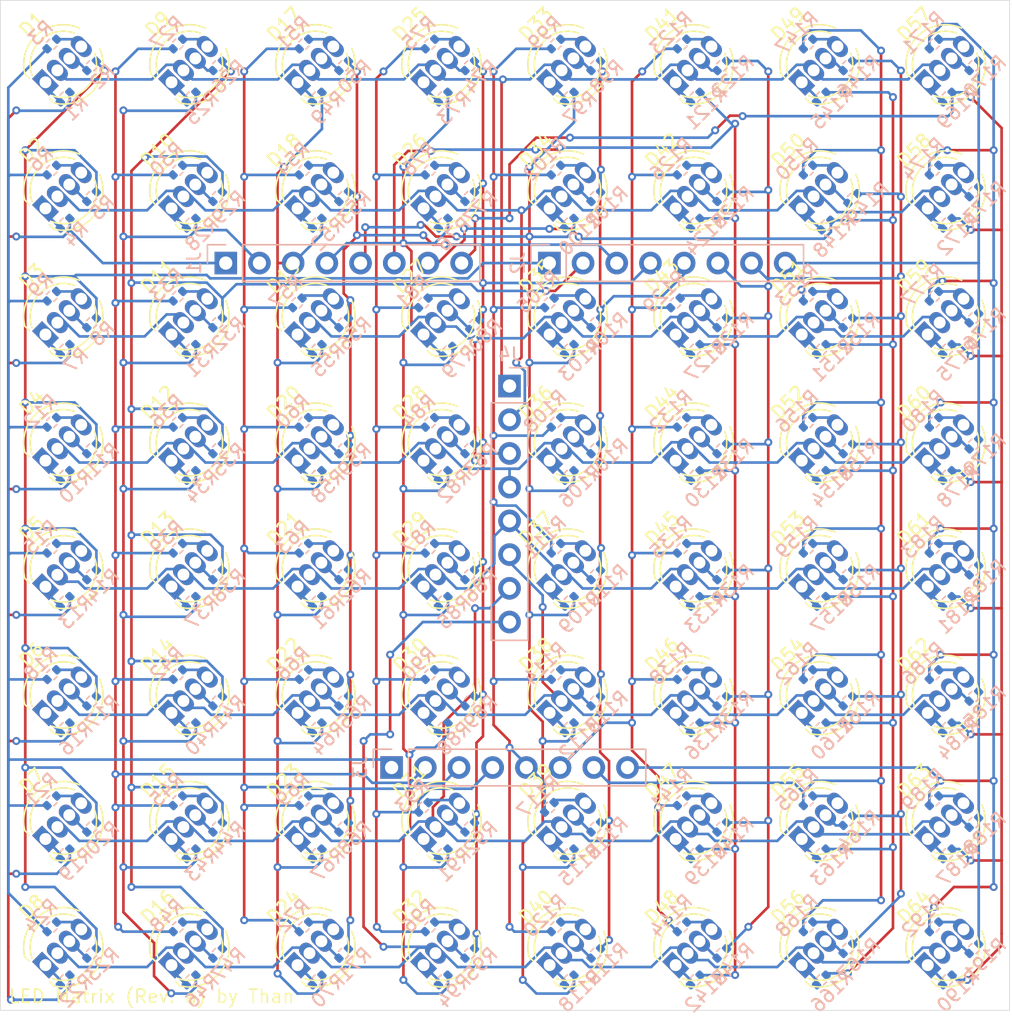
<source format=kicad_pcb>
(kicad_pcb (version 20241229) (generator "pcbnew") (generator_version "9.0")
  (layers (0 "F.Cu" signal) (2 "B.Cu" signal) (13 "F.Paste" user) (15 "B.Paste" user) (5 "F.SilkS" user "F.Silkscreen") (7 "B.SilkS" user "B.Silkscreen") (1 "F.Mask" user) (3 "B.Mask" user) (25 "Edge.Cuts" user))
  (net 0 "")
  (net 1 "/matrix/K0")
  (net 2 "Net-(D1-RA)")
  (net 3 "Net-(D1-GA)")
  (net 4 "Net-(D1-BA)")
  (net 5 "Net-(D2-BA)")
  (net 6 "Net-(D2-RA)")
  (net 7 "Net-(D2-GA)")
  (net 8 "/matrix/K1")
  (net 9 "/matrix/K2")
  (net 10 "Net-(D3-GA)")
  (net 11 "Net-(D3-BA)")
  (net 12 "Net-(D3-RA)")
  (net 13 "Net-(D4-RA)")
  (net 14 "/matrix/K3")
  (net 15 "Net-(D4-GA)")
  (net 16 "Net-(D4-BA)")
  (net 17 "Net-(D5-RA)")
  (net 18 "Net-(D5-BA)")
  (net 19 "Net-(D5-GA)")
  (net 20 "/matrix/K4")
  (net 21 "Net-(D6-BA)")
  (net 22 "Net-(D6-GA)")
  (net 23 "Net-(D6-RA)")
  (net 24 "/matrix/K5")
  (net 25 "/matrix/K6")
  (net 26 "Net-(D7-BA)")
  (net 27 "Net-(D7-GA)")
  (net 28 "Net-(D7-RA)")
  (net 29 "Net-(D8-BA)")
  (net 30 "/matrix/K7")
  (net 31 "Net-(D8-GA)")
  (net 32 "Net-(D8-RA)")
  (net 33 "Net-(D9-GA)")
  (net 34 "Net-(D9-RA)")
  (net 35 "Net-(D9-BA)")
  (net 36 "Net-(D10-GA)")
  (net 37 "Net-(D10-BA)")
  (net 38 "Net-(D10-RA)")
  (net 39 "Net-(D11-GA)")
  (net 40 "Net-(D11-RA)")
  (net 41 "Net-(D11-BA)")
  (net 42 "Net-(D12-BA)")
  (net 43 "Net-(D12-GA)")
  (net 44 "Net-(D12-RA)")
  (net 45 "Net-(D13-BA)")
  (net 46 "Net-(D13-GA)")
  (net 47 "Net-(D13-RA)")
  (net 48 "Net-(D14-RA)")
  (net 49 "Net-(D14-BA)")
  (net 50 "Net-(D14-GA)")
  (net 51 "Net-(D15-RA)")
  (net 52 "Net-(D15-GA)")
  (net 53 "Net-(D15-BA)")
  (net 54 "Net-(D16-RA)")
  (net 55 "Net-(D16-GA)")
  (net 56 "Net-(D16-BA)")
  (net 57 "Net-(D17-GA)")
  (net 58 "Net-(D17-BA)")
  (net 59 "Net-(D17-RA)")
  (net 60 "Net-(D18-GA)")
  (net 61 "Net-(D18-BA)")
  (net 62 "Net-(D18-RA)")
  (net 63 "Net-(D19-BA)")
  (net 64 "Net-(D19-GA)")
  (net 65 "Net-(D19-RA)")
  (net 66 "Net-(D20-BA)")
  (net 67 "Net-(D20-GA)")
  (net 68 "Net-(D20-RA)")
  (net 69 "Net-(D21-GA)")
  (net 70 "Net-(D21-RA)")
  (net 71 "Net-(D21-BA)")
  (net 72 "Net-(D22-BA)")
  (net 73 "Net-(D22-RA)")
  (net 74 "Net-(D22-GA)")
  (net 75 "Net-(D23-RA)")
  (net 76 "Net-(D23-BA)")
  (net 77 "Net-(D23-GA)")
  (net 78 "Net-(D24-BA)")
  (net 79 "Net-(D24-GA)")
  (net 80 "Net-(D24-RA)")
  (net 81 "Net-(D25-BA)")
  (net 82 "Net-(D25-RA)")
  (net 83 "Net-(D25-GA)")
  (net 84 "Net-(D26-GA)")
  (net 85 "Net-(D26-RA)")
  (net 86 "Net-(D26-BA)")
  (net 87 "Net-(D27-GA)")
  (net 88 "Net-(D27-BA)")
  (net 89 "Net-(D27-RA)")
  (net 90 "Net-(D28-BA)")
  (net 91 "Net-(D28-RA)")
  (net 92 "Net-(D28-GA)")
  (net 93 "Net-(D29-RA)")
  (net 94 "Net-(D29-GA)")
  (net 95 "Net-(D29-BA)")
  (net 96 "Net-(D30-RA)")
  (net 97 "Net-(D30-GA)")
  (net 98 "Net-(D30-BA)")
  (net 99 "Net-(D31-RA)")
  (net 100 "Net-(D31-GA)")
  (net 101 "Net-(D31-BA)")
  (net 102 "Net-(D32-GA)")
  (net 103 "Net-(D32-RA)")
  (net 104 "Net-(D32-BA)")
  (net 105 "Net-(D33-RA)")
  (net 106 "Net-(D33-BA)")
  (net 107 "Net-(D33-GA)")
  (net 108 "Net-(D34-GA)")
  (net 109 "Net-(D34-RA)")
  (net 110 "Net-(D34-BA)")
  (net 111 "Net-(D35-BA)")
  (net 112 "Net-(D35-GA)")
  (net 113 "Net-(D35-RA)")
  (net 114 "Net-(D36-RA)")
  (net 115 "Net-(D36-GA)")
  (net 116 "Net-(D36-BA)")
  (net 117 "Net-(D37-GA)")
  (net 118 "Net-(D37-RA)")
  (net 119 "Net-(D37-BA)")
  (net 120 "Net-(D38-GA)")
  (net 121 "Net-(D38-BA)")
  (net 122 "Net-(D38-RA)")
  (net 123 "Net-(D39-BA)")
  (net 124 "Net-(D39-GA)")
  (net 125 "Net-(D39-RA)")
  (net 126 "Net-(D40-GA)")
  (net 127 "Net-(D40-BA)")
  (net 128 "Net-(D40-RA)")
  (net 129 "Net-(D41-BA)")
  (net 130 "Net-(D41-GA)")
  (net 131 "Net-(D41-RA)")
  (net 132 "Net-(D42-GA)")
  (net 133 "Net-(D42-BA)")
  (net 134 "Net-(D42-RA)")
  (net 135 "Net-(D43-BA)")
  (net 136 "Net-(D43-RA)")
  (net 137 "Net-(D43-GA)")
  (net 138 "Net-(D44-GA)")
  (net 139 "Net-(D44-BA)")
  (net 140 "Net-(D44-RA)")
  (net 141 "Net-(D45-GA)")
  (net 142 "Net-(D45-BA)")
  (net 143 "Net-(D45-RA)")
  (net 144 "Net-(D46-RA)")
  (net 145 "Net-(D46-BA)")
  (net 146 "Net-(D46-GA)")
  (net 147 "Net-(D47-RA)")
  (net 148 "Net-(D47-GA)")
  (net 149 "Net-(D47-BA)")
  (net 150 "Net-(D48-BA)")
  (net 151 "Net-(D48-RA)")
  (net 152 "Net-(D48-GA)")
  (net 153 "Net-(D49-RA)")
  (net 154 "Net-(D49-BA)")
  (net 155 "Net-(D49-GA)")
  (net 156 "Net-(D50-RA)")
  (net 157 "Net-(D50-GA)")
  (net 158 "Net-(D50-BA)")
  (net 159 "Net-(D51-BA)")
  (net 160 "Net-(D51-GA)")
  (net 161 "Net-(D51-RA)")
  (net 162 "Net-(D52-GA)")
  (net 163 "Net-(D52-RA)")
  (net 164 "Net-(D52-BA)")
  (net 165 "Net-(D53-GA)")
  (net 166 "Net-(D53-RA)")
  (net 167 "Net-(D53-BA)")
  (net 168 "Net-(D54-BA)")
  (net 169 "Net-(D54-RA)")
  (net 170 "Net-(D54-GA)")
  (net 171 "Net-(D55-BA)")
  (net 172 "Net-(D55-RA)")
  (net 173 "Net-(D55-GA)")
  (net 174 "Net-(D56-BA)")
  (net 175 "Net-(D56-GA)")
  (net 176 "Net-(D56-RA)")
  (net 177 "Net-(D57-RA)")
  (net 178 "Net-(D57-BA)")
  (net 179 "Net-(D57-GA)")
  (net 180 "Net-(D58-GA)")
  (net 181 "Net-(D58-BA)")
  (net 182 "Net-(D58-RA)")
  (net 183 "Net-(D59-GA)")
  (net 184 "Net-(D59-RA)")
  (net 185 "Net-(D59-BA)")
  (net 186 "Net-(D60-RA)")
  (net 187 "Net-(D60-BA)")
  (net 188 "Net-(D60-GA)")
  (net 189 "Net-(D61-RA)")
  (net 190 "Net-(D61-BA)")
  (net 191 "Net-(D61-GA)")
  (net 192 "Net-(D62-BA)")
  (net 193 "Net-(D62-GA)")
  (net 194 "Net-(D62-RA)")
  (net 195 "Net-(D63-GA)")
  (net 196 "Net-(D63-RA)")
  (net 197 "Net-(D63-BA)")
  (net 198 "Net-(D64-GA)")
  (net 199 "Net-(D64-BA)")
  (net 200 "Net-(D64-RA)")
  (net 201 "/matrix/R0")
  (net 202 "/matrix/G0")
  (net 203 "/matrix/B0")
  (net 204 "/matrix/R1")
  (net 205 "/matrix/G1")
  (net 206 "/matrix/B1")
  (net 207 "/matrix/R2")
  (net 208 "/matrix/G2")
  (net 209 "/matrix/B2")
  (net 210 "/matrix/R3")
  (net 211 "/matrix/G3")
  (net 212 "/matrix/B3")
  (net 213 "/matrix/R4")
  (net 214 "/matrix/G4")
  (net 215 "/matrix/B4")
  (net 216 "/matrix/R5")
  (net 217 "/matrix/G5")
  (net 218 "/matrix/B5")
  (net 219 "/matrix/R6")
  (net 220 "/matrix/G6")
  (net 221 "/matrix/B6")
  (net 222 "/matrix/R7")
  (net 223 "/matrix/G7")
  (net 224 "/matrix/B7")
  (footprint "LED_THT:LED_D5.0mm-4_RGB" (layer "F.Cu") (at 166.319812 121.180188)
    (property "Reference" "D55")
    (property "Value" "LED_RKGB")
  )
  (footprint "LED_THT:LED_D5.0mm-4_RGB" (layer "F.Cu") (at 118.819812 92.680188)
    (property "Reference" "D12")
    (property "Value" "LED_RKGB")
  )
  (footprint "LED_THT:LED_D5.0mm-4_RGB" (layer "F.Cu") (at 109.319812 121.180188)
    (property "Reference" "D7")
    (property "Value" "LED_RKGB")
  )
  (footprint "LED_THT:LED_D5.0mm-4_RGB" (layer "F.Cu") (at 156.819812 73.680188)
    (property "Reference" "D42")
    (property "Value" "LED_RKGB")
  )
  (footprint "LED_THT:LED_D5.0mm-4_RGB" (layer "F.Cu") (at 147.319812 83.180188)
    (property "Reference" "D35")
    (property "Value" "LED_RKGB")
  )
  (footprint "LED_THT:LED_D5.0mm-4_RGB" (layer "F.Cu") (at 166.319812 73.680188)
    (property "Reference" "D50")
    (property "Value" "LED_RKGB")
  )
  (footprint "LED_THT:LED_D5.0mm-4_RGB" (layer "F.Cu") (at 128.319812 83.180188)
    (property "Reference" "D19")
    (property "Value" "LED_RKGB")
  )
  (footprint "LED_THT:LED_D5.0mm-4_RGB" (layer "F.Cu") (at 128.319812 64.180188)
    (property "Reference" "D17")
    (property "Value" "LED_RKGB")
  )
  (footprint "LED_THT:LED_D5.0mm-4_RGB" (layer "F.Cu") (at 175.819812 111.680188)
    (property "Reference" "D62")
    (property "Value" "LED_RKGB")
  )
  (footprint "LED_THT:LED_D5.0mm-4_RGB" (layer "F.Cu") (at 147.319812 73.680188)
    (property "Reference" "D34")
    (property "Value" "LED_RKGB")
  )
  (footprint "LED_THT:LED_D5.0mm-4_RGB" (layer "F.Cu") (at 137.819812 121.180188)
    (property "Reference" "D31")
    (property "Value" "LED_RKGB")
  )
  (footprint "LED_THT:LED_D5.0mm-4_RGB" (layer "F.Cu") (at 118.819812 73.680188)
    (property "Reference" "D10")
    (property "Value" "LED_RKGB")
  )
  (footprint "LED_THT:LED_D5.0mm-4_RGB" (layer "F.Cu") (at 137.819812 64.180188)
    (property "Reference" "D25")
    (property "Value" "LED_RKGB")
  )
  (footprint "LED_THT:LED_D5.0mm-4_RGB" (layer "F.Cu") (at 137.819812 73.680188)
    (property "Reference" "D26")
    (property "Value" "LED_RKGB")
  )
  (footprint "LED_THT:LED_D5.0mm-4_RGB" (layer "F.Cu") (at 175.819812 121.180188)
    (property "Reference" "D63")
    (property "Value" "LED_RKGB")
  )
  (footprint "LED_THT:LED_D5.0mm-4_RGB" (layer "F.Cu") (at 128.319812 73.680188)
    (property "Reference" "D18")
    (property "Value" "LED_RKGB")
  )
  (footprint "LED_THT:LED_D5.0mm-4_RGB" (layer "F.Cu") (at 166.319812 111.680188)
    (property "Reference" "D54")
    (property "Value" "LED_RKGB")
  )
  (footprint "LED_THT:LED_D5.0mm-4_RGB" (layer "F.Cu") (at 156.819812 130.680188)
    (property "Reference" "D48")
    (property "Value" "LED_RKGB")
  )
  (footprint "LED_THT:LED_D5.0mm-4_RGB" (layer "F.Cu") (at 175.819812 130.680188)
    (property "Reference" "D64")
    (property "Value" "LED_RKGB")
  )
  (footprint "LED_THT:LED_D5.0mm-4_RGB" (layer "F.Cu") (at 118.819812 111.680188)
    (property "Reference" "D14")
    (property "Value" "LED_RKGB")
  )
  (footprint "LED_THT:LED_D5.0mm-4_RGB" (layer "F.Cu") (at 147.319812 92.680188)
    (property "Reference" "D36")
    (property "Value" "LED_RKGB")
  )
  (footprint "LED_THT:LED_D5.0mm-4_RGB" (layer "F.Cu") (at 128.319812 102.164564)
    (property "Reference" "D21")
    (property "Value" "LED_RKGB")
  )
  (footprint "LED_THT:LED_D5.0mm-4_RGB" (layer "F.Cu") (at 118.819812 130.680188)
    (property "Reference" "D16")
    (property "Value" "LED_RKGB")
  )
  (footprint "LED_THT:LED_D5.0mm-4_RGB" (layer "F.Cu") (at 166.319812 64.180188)
    (property "Reference" "D49")
    (property "Value" "LED_RKGB")
  )
  (footprint "LED_THT:LED_D5.0mm-4_RGB" (layer "F.Cu") (at 137.819812 92.680188)
    (property "Reference" "D28")
    (property "Value" "LED_RKGB")
  )
  (footprint "LED_THT:LED_D5.0mm-4_RGB" (layer "F.Cu") (at 147.319812 111.680188)
    (property "Reference" "D38")
    (property "Value" "LED_RKGB")
  )
  (footprint "LED_THT:LED_D5.0mm-4_RGB" (layer "F.Cu") (at 118.819812 102.164564)
    (property "Reference" "D13")
    (property "Value" "LED_RKGB")
  )
  (footprint "LED_THT:LED_D5.0mm-4_RGB" (layer "F.Cu") (at 137.819812 111.680188)
    (property "Reference" "D30")
    (property "Value" "LED_RKGB")
  )
  (footprint "LED_THT:LED_D5.0mm-4_RGB" (layer "F.Cu") (at 175.819812 73.680188)
    (property "Reference" "D58")
    (property "Value" "LED_RKGB")
  )
  (footprint "LED_THT:LED_D5.0mm-4_RGB" (layer "F.Cu") (at 175.819812 102.164564)
    (property "Reference" "D61")
    (property "Value" "LED_RKGB")
  )
  (footprint "LED_THT:LED_D5.0mm-4_RGB" (layer "F.Cu") (at 147.319812 102.164564)
    (property "Reference" "D37")
    (property "Value" "LED_RKGB")
  )
  (footprint "LED_THT:LED_D5.0mm-4_RGB" (layer "F.Cu") (at 147.319812 121.180188)
    (property "Reference" "D39")
    (property "Value" "LED_RKGB")
  )
  (footprint "LED_THT:LED_D5.0mm-4_RGB" (layer "F.Cu") (at 109.319812 83.180188)
    (property "Reference" "D3")
    (property "Value" "LED_RKGB")
  )
  (footprint "LED_THT:LED_D5.0mm-4_RGB" (layer "F.Cu") (at 166.319812 102.164564)
    (property "Reference" "D53")
    (property "Value" "LED_RKGB")
  )
  (footprint "LED_THT:LED_D5.0mm-4_RGB" (layer "F.Cu") (at 156.819812 64.180188)
    (property "Reference" "D41")
    (property "Value" "LED_RKGB")
  )
  (footprint "LED_THT:LED_D5.0mm-4_RGB" (layer "F.Cu") (at 137.819812 83.180188)
    (property "Reference" "D27")
    (property "Value" "LED_RKGB")
  )
  (footprint "LED_THT:LED_D5.0mm-4_RGB" (layer "F.Cu") (at 109.319812 92.680188)
    (property "Reference" "D4")
    (property "Value" "LED_RKGB")
  )
  (footprint "LED_THT:LED_D5.0mm-4_RGB" (layer "F.Cu") (at 118.819812 83.180188)
    (property "Reference" "D11")
    (property "Value" "LED_RKGB")
  )
  (footprint "LED_THT:LED_D5.0mm-4_RGB" (layer "F.Cu") (at 175.819812 83.180188)
    (property "Reference" "D59")
    (property "Value" "LED_RKGB")
  )
  (footprint "LED_THT:LED_D5.0mm-4_RGB" (layer "F.Cu") (at 166.319812 130.680188)
    (property "Reference" "D56")
    (property "Value" "LED_RKGB")
  )
  (footprint "LED_THT:LED_D5.0mm-4_RGB" (layer "F.Cu") (at 166.319812 92.680188)
    (property "Reference" "D52")
    (property "Value" "LED_RKGB")
  )
  (footprint "LED_THT:LED_D5.0mm-4_RGB" (layer "F.Cu") (at 147.319812 64.180188)
    (property "Reference" "D33")
    (property "Value" "LED_RKGB")
  )
  (footprint "LED_THT:LED_D5.0mm-4_RGB" (layer "F.Cu") (at 109.319812 111.680188)
    (property "Reference" "D6")
    (property "Value" "LED_RKGB")
  )
  (footprint "LED_THT:LED_D5.0mm-4_RGB" (layer "F.Cu") (at 109.319812 130.680188)
    (property "Reference" "D8")
    (property "Value" "LED_RKGB")
  )
  (footprint "LED_THT:LED_D5.0mm-4_RGB" (layer "F.Cu") (at 109.319812 73.680188)
    (property "Reference" "D2")
    (property "Value" "LED_RKGB")
  )
  (footprint "LED_THT:LED_D5.0mm-4_RGB" (layer "F.Cu") (at 156.819812 121.180188)
    (property "Reference" "D47")
    (property "Value" "LED_RKGB")
  )
  (footprint "LED_THT:LED_D5.0mm-4_RGB" (layer "F.Cu") (at 175.819812 92.680188)
    (property "Reference" "D60")
    (property "Value" "LED_RKGB")
  )
  (footprint "LED_THT:LED_D5.0mm-4_RGB" (layer "F.Cu") (at 109.319812 102.180188)
    (property "Reference" "D5")
    (property "Value" "LED_RKGB")
  )
  (footprint "LED_THT:LED_D5.0mm-4_RGB" (layer "F.Cu") (at 147.319812 130.680188)
    (property "Reference" "D40")
    (property "Value" "LED_RKGB")
  )
  (footprint "LED_THT:LED_D5.0mm-4_RGB" (layer "F.Cu") (at 156.819812 102.164564)
    (property "Reference" "D45")
    (property "Value" "LED_RKGB")
  )
  (footprint "LED_THT:LED_D5.0mm-4_RGB" (layer "F.Cu") (at 109.319812 64.180188)
    (property "Reference" "D1")
    (property "Value" "LED_RKGB")
  )
  (footprint "LED_THT:LED_D5.0mm-4_RGB" (layer "F.Cu") (at 156.819812 83.180188)
    (property "Reference" "D43")
    (property "Value" "LED_RKGB")
  )
  (footprint "LED_THT:LED_D5.0mm-4_RGB" (layer "F.Cu") (at 118.819812 64.180188)
    (property "Reference" "D9")
    (property "Value" "LED_RKGB")
  )
  (footprint "LED_THT:LED_D5.0mm-4_RGB" (layer "F.Cu") (at 137.819812 102.164564)
    (property "Reference" "D29")
    (property "Value" "LED_RKGB")
  )
  (footprint "LED_THT:LED_D5.0mm-4_RGB" (layer "F.Cu") (at 128.319812 111.680188)
    (property "Reference" "D22")
    (property "Value" "LED_RKGB")
  )
  (footprint "LED_THT:LED_D5.0mm-4_RGB" (layer "F.Cu") (at 128.319812 92.680188)
    (property "Reference" "D20")
    (property "Value" "LED_RKGB")
  )
  (footprint "LED_THT:LED_D5.0mm-4_RGB" (layer "F.Cu") (at 128.319812 121.180188)
    (property "Reference" "D23")
    (property "Value" "LED_RKGB")
  )
  (footprint "LED_THT:LED_D5.0mm-4_RGB" (layer "F.Cu") (at 166.319812 83.180188)
    (property "Reference" "D51")
    (property "Value" "LED_RKGB")
  )
  (footprint "LED_THT:LED_D5.0mm-4_RGB" (layer "F.Cu") (at 137.819812 130.680188)
    (property "Reference" "D32")
    (property "Value" "LED_RKGB")
  )
  (footprint "LED_THT:LED_D5.0mm-4_RGB" (layer "F.Cu") (at 156.819812 92.680188)
    (property "Reference" "D44")
    (property "Value" "LED_RKGB")
  )
  (footprint "LED_THT:LED_D5.0mm-4_RGB" (layer "F.Cu") (at 128.319812 130.680188)
    (property "Reference" "D24")
    (property "Value" "LED_RKGB")
  )
  (footprint "LED_THT:LED_D5.0mm-4_RGB" (layer "F.Cu") (at 118.819812 121.180188)
    (property "Reference" "D15")
    (property "Value" "LED_RKGB")
  )
  (footprint "LED_THT:LED_D5.0mm-4_RGB" (layer "F.Cu") (at 156.819812 111.680188)
    (property "Reference" "D46")
    (property "Value" "LED_RKGB")
  )
  (footprint "LED_THT:LED_D5.0mm-4_RGB" (layer "F.Cu") (at 175.819812 64.180188)
    (property "Reference" "D57")
    (property "Value" "LED_RKGB")
  )
  (footprint "Resistor_SMD:R_0402_1005Metric" (layer "B.Cu") (at 149.319812 123.680188 45)
    (property "Reference" "R115")
    (property "Value" "75")
  )
  (footprint "Connector_PinHeader_2.54mm:PinHeader_1x08_P2.54mm_Vertical" (layer "B.Cu") (at 135.929812 117.180188 -90)
    (property "Reference" "J3")
    (property "Value" "Conn_01x08_Pin")
  )
  (footprint "Resistor_SMD:R_0402_1005Metric" (layer "B.Cu") (at 179.819812 64.319564 45)
    (property "Reference" "R170")
    (property "Value" "22")
  )
  (footprint "Resistor_SMD:R_0402_1005Metric" (layer "B.Cu") (at 170.319812 64.319564 45)
    (property "Reference" "R146")
    (property "Value" "22")
  )
  (footprint "Resistor_SMD:R_0402_1005Metric" (layer "B.Cu") (at 119.819812 91.180188 -135)
    (property "Reference" "R36")
    (property "Value" "22")
  )
  (footprint "Resistor_SMD:R_0402_1005Metric" (layer "B.Cu") (at 111.319812 95.180188 45)
    (property "Reference" "R10")
    (property "Value" "75")
  )
  (footprint "Resistor_SMD:R_0402_1005Metric" (layer "B.Cu") (at 142.180436 83.819564 45)
    (property "Reference" "R80")
    (property "Value" "22")
  )
  (footprint "Resistor_SMD:R_0402_1005Metric" (layer "B.Cu") (at 113.319812 121.680188 45)
    (property "Reference" "R20")
    (property "Value" "22")
  )
  (footprint "Resistor_SMD:R_0402_1005Metric" (layer "B.Cu") (at 122.819812 64.319564 45)
    (property "Reference" "R26")
    (property "Value" "22")
  )
  (footprint "Resistor_SMD:R_0402_1005Metric" (layer "B.Cu") (at 158.819812 133.180188 45)
    (property "Reference" "R142")
    (property "Value" "75")
  )
  (footprint "Resistor_SMD:R_0402_1005Metric" (layer "B.Cu") (at 139.819812 133.180188 45)
    (property "Reference" "R94")
    (property "Value" "75")
  )
  (footprint "Connector_PinHeader_2.54mm:PinHeader_1x08_P2.54mm_Vertical" (layer "B.Cu") (at 147.819812 79.180188 -90)
    (property "Reference" "J2")
    (property "Value" "Conn_01x08_Pin")
  )
  (footprint "Resistor_SMD:R_0402_1005Metric" (layer "B.Cu") (at 141.819812 64.319564 45)
    (property "Reference" "R74")
    (property "Value" "22")
  )
  (footprint "Resistor_SMD:R_0402_1005Metric" (layer "B.Cu") (at 132.319812 93.180188 45)
    (property "Reference" "R59")
    (property "Value" "22")
  )
  (footprint "Resistor_SMD:R_0402_1005Metric" (layer "B.Cu") (at 111.319812 66.680188 45)
    (property "Reference" "R1")
    (property "Value" "75")
  )
  (footprint "Resistor_SMD:R_0402_1005Metric" (layer "B.Cu") (at 138.319812 82.180188 -135)
    (property "Reference" "R81")
    (property "Value" "22")
  )
  (footprint "Resistor_SMD:R_0402_1005Metric" (layer "B.Cu") (at 149.319812 85.680188 45)
    (property "Reference" "R103")
    (property "Value" "75")
  )
  (footprint "Resistor_SMD:R_0402_1005Metric" (layer "B.Cu") (at 179.819812 130.819564 45)
    (property "Reference" "R191")
    (property "Value" "22")
  )
  (footprint "Resistor_SMD:R_0402_1005Metric" (layer "B.Cu") (at 158.819812 123.680188 45)
    (property "Reference" "R139")
    (property "Value" "75")
  )
  (footprint "Resistor_SMD:R_0402_1005Metric" (layer "B.Cu") (at 120.819812 123.680188 45)
    (property "Reference" "R43")
    (property "Value" "75")
  )
  (footprint "Connector_PinHeader_2.54mm:PinHeader_1x08_P2.54mm_Vertical" (layer "B.Cu") (at 123.429812 79.180188 -90)
    (property "Reference" "J1")
    (property "Value" "Conn_01x08_Pin")
  )
  (footprint "Resistor_SMD:R_0402_1005Metric" (layer "B.Cu") (at 138.819812 110.180188 -135)
    (property "Reference" "R90")
    (property "Value" "22")
  )
  (footprint "Resistor_SMD:R_0402_1005Metric" (layer "B.Cu") (at 120.819812 95.180188 45)
    (property "Reference" "R34")
    (property "Value" "75")
  )
  (footprint "Resistor_SMD:R_0402_1005Metric" (layer "B.Cu") (at 119.819812 119.680188 -135)
    (property "Reference" "R45")
    (property "Value" "22")
  )
  (footprint "Resistor_SMD:R_0402_1005Metric" (layer "B.Cu") (at 170.319812 102.664564 45)
    (property "Reference" "R158")
    (property "Value" "22")
  )
  (footprint "Resistor_SMD:R_0402_1005Metric" (layer "B.Cu") (at 110.319812 110.180188 -135)
    (property "Reference" "R18")
    (property "Value" "22")
  )
  (footprint "Resistor_SMD:R_0402_1005Metric" (layer "B.Cu") (at 167.319812 100.664564 -135)
    (property "Reference" "R159")
    (property "Value" "22")
  )
  (footprint "Resistor_SMD:R_0402_1005Metric" (layer "B.Cu") (at 151.319812 112.180188 45)
    (property "Reference" "R113")
    (property "Value" "22")
  )
  (footprint "Resistor_SMD:R_0402_1005Metric" (layer "B.Cu") (at 130.319812 66.680188 45)
    (property "Reference" "R49")
    (property "Value" "75")
  )
  (footprint "Resistor_SMD:R_0402_1005Metric" (layer "B.Cu") (at 120.819812 104.664564 45)
    (property "Reference" "R37")
    (property "Value" "75")
  )
  (footprint "Resistor_SMD:R_0402_1005Metric" (layer "B.Cu") (at 167.319812 91.180188 -135)
    (property "Reference" "R156")
    (property "Value" "22")
  )
  (footprint "Resistor_SMD:R_0402_1005Metric" (layer "B.Cu") (at 122.819812 121.680188 45)
    (property "Reference" "R44")
    (property "Value" "22")
  )
  (footprint "Resistor_SMD:R_0402_1005Metric" (layer "B.Cu") (at 168.680436 76.319564 45)
    (property "Reference" "R148")
    (property "Value" "75")
  )
  (footprint "Resistor_SMD:R_0402_1005Metric" (layer "B.Cu") (at 139.819812 104.664564 45)
    (property "Reference" "R85")
    (property "Value" "75")
  )
  (footprint "Resistor_SMD:R_0402_1005Metric" (layer "B.Cu") (at 177.819812 66.680188 45)
    (property "Reference" "R169")
    (property "Value" "75")
  )
  (footprint "Resistor_SMD:R_0402_1005Metric" (layer "B.Cu") (at 148.319812 129.180188 -135)
    (property "Reference" "R120")
    (property "Value" "22")
  )
  (footprint "Resistor_SMD:R_0402_1005Metric" (layer "B.Cu") (at 148.319812 62.680188 -135)
    (property "Reference" "R99")
    (property "Value" "22")
  )
  (footprint "Resistor_SMD:R_0402_1005Metric" (layer "B.Cu") (at 129.319812 100.664564 -135)
    (property "Reference" "R63")
    (property "Value" "22")
  )
  (footprint "Resistor_SMD:R_0402_1005Metric" (layer "B.Cu") (at 160.819812 112.180188 45)
    (property "Reference" "R137")
    (property "Value" "22")
  )
  (footprint "Resistor_SMD:R_0402_1005Metric" (layer "B.Cu") (at 139.819812 95.180188 45)
    (property "Reference" "R82")
    (property "Value" "75")
  )
  (footprint "Resistor_SMD:R_0402_1005Metric" (layer "B.Cu") (at 149.319812 133.180188 45)
    (property "Reference" "R118")
    (property "Value" "75")
  )
  (footprint "Resistor_SMD:R_0402_1005Metric" (layer "B.Cu") (at 168.319812 133.180188 45)
    (property "Reference" "R166")
    (property "Value" "75")
  )
  (footprint "Resistor_SMD:R_0402_1005Metric" (layer "B.Cu") (at 176.819812 81.680188 -135)
    (property "Reference" "R177")
    (property "Value" "22")
  )
  (footprint "Resistor_SMD:R_0402_1005Metric" (layer "B.Cu") (at 139.819812 76.180188 45)
    (property "Reference" "R76")
    (property "Value" "75")
  )
  (footprint "Resistor_SMD:R_0402_1005Metric" (layer "B.Cu") (at 132.319812 121.680188 45)
    (property "Reference" "R68")
    (property "Value" "22")
  )
  (footprint "Resistor_SMD:R_0402_1005Metric" (layer "B.Cu") (at 110.319812 81.680188 -135)
    (property "Reference" "R9")
    (property "Value" "22")
  )
  (footprint "Resistor_SMD:R_0402_1005Metric" (layer "B.Cu") (at 119.819812 100.664564 -135)
    (property "Reference" "R39")
    (property "Value" "22")
  )
  (footprint "Resistor_SMD:R_0402_1005Metric" (layer "B.Cu") (at 122.819812 131.180188 45)
    (property "Reference" "R47")
    (property "Value" "22")
  )
  (footprint "Resistor_SMD:R_0402_1005Metric" (layer "B.Cu") (at 170.319812 112.180188 45)
    (property "Reference" "R161")
    (property "Value" "22")
  )
  (footprint "Resistor_SMD:R_0402_1005Metric" (layer "B.Cu") (at 113.319812 64.319564 45)
    (property "Reference" "R2")
    (property "Value" "22")
  )
  (footprint "Resistor_SMD:R_0402_1005Metric" (layer "B.Cu") (at 158.819812 95.180188 45)
    (property "Reference" "R130")
    (property "Value" "75")
  )
  (footprint "Resistor_SMD:R_0402_1005Metric" (layer "B.Cu") (at 113.319812 74.180188 45)
    (property "Reference" "R5")
    (property "Value" "22")
  )
  (footprint "Resistor_SMD:R_0402_1005Metric" (layer "B.Cu") (at 149.319812 104.664564 45)
    (property "Reference" "R109")
    (property "Value" "75")
  )
  (footprint "Resistor_SMD:R_0402_1005Metric" (layer "B.Cu") (at 160.819812 83.680188 45)
    (property "Reference" "R128")
    (property "Value" "22")
  )
  (footprint "Resistor_SMD:R_0402_1005Metric" (layer "B.Cu") (at 170.319812 83.680188 45)
    (property "Reference" "R152")
    (property "Value" "22")
  )
  (footprint "Resistor_SMD:R_0402_1005Metric" (layer "B.Cu") (at 120.819812 114.180188 45)
    (property "Reference" "R40")
    (property "Value" "75")
  )
  (footprint "Resistor_SMD:R_0402_1005Metric" (layer "B.Cu") (at 111.319812 123.680188 45)
    (property "Reference" "R19")
    (property "Value" "75")
  )
  (footprint "Resistor_SMD:R_0402_1005Metric" (layer "B.Cu") (at 151.319812 64.319564 45)
    (property "Reference" "R98")
    (property "Value" "22")
  )
  (footprint "Resistor_SMD:R_0402_1005Metric" (layer "B.Cu") (at 179.819812 121.319564 45)
    (property "Reference" "R188")
    (property "Value" "22")
  )
  (footprint "Resistor_SMD:R_0402_1005Metric" (layer "B.Cu") (at 110.319812 100.664564 -135)
    (property "Reference" "R15")
    (property "Value" "22")
  )
  (footprint "Resistor_SMD:R_0402_1005Metric" (layer "B.Cu") (at 132.319812 131.180188 45)
    (property "Reference" "R71")
    (property "Value" "22")
  )
  (footprint "Resistor_SMD:R_0402_1005Metric" (layer "B.Cu") (at 110.319812 72.180188 -135)
    (property "Reference" "R6")
    (property "Value" "22")
  )
  (footprint "Resistor_SMD:R_0402_1005Metric" (layer "B.Cu") (at 113.319812 102.664564 45)
    (property "Reference" "R14")
    (property "Value" "22")
  )
  (footprint "Resistor_SMD:R_0402_1005Metric" (layer "B.Cu") (at 177.819812 104.664564 45)
    (property "Reference" "R181")
    (property "Value" "75")
  )
  (footprint "Resistor_SMD:R_0402_1005Metric" (layer "B.Cu") (at 138.319812 120.180188 -135)
    (property "Reference" "R93")
    (property "Value" "22")
  )
  (footprint "Resistor_SMD:R_0402_1005Metric" (layer "B.Cu") (at 111.319812 76.180188 45)
    (property "Reference" "R4")
    (property "Value" "75")
  )
  (footprint "Resistor_SMD:R_0402_1005Metric" (layer "B.Cu") (at 179.819812 83.319564 45)
    (property "Reference" "R176")
    (property "Value" "22")
  )
  (footprint "Resistor_SMD:R_0402_1005Metric" (layer "B.Cu") (at 160.819812 74.180188 45)
    (property "Reference" "R125")
    (property "Value" "22")
  )
  (footprint "Resistor_SMD:R_0402_1005Metric" (layer "B.Cu") (at 138.819812 100.664564 -135)
    (property "Reference" "R87")
    (property "Value" "22")
  )
  (footprint "Resistor_SMD:R_0402_1005Metric" (layer "B.Cu") (at 158.819812 114.180188 45)
    (property "Reference" "R136")
    (property "Value" "75")
  )
  (footprint "Resistor_SMD:R_0402_1005Metric" (layer "B.Cu") (at 177.819812 95.180188 45)
    (property "Reference" "R178")
    (property "Value" "75")
  )
  (footprint "Resistor_SMD:R_0402_1005Metric" (layer "B.Cu") (at 119.819812 129.180188 -135)
    (property "Reference" "R48")
    (property "Value" "22")
  )
  (footprint "Resistor_SMD:R_0402_1005Metric" (layer "B.Cu") (at 176.819812 62.680188 -135)
    (property "Reference" "R171")
    (property "Value" "22")
  )
  (footprint "Resistor_SMD:R_0402_1005Metric" (layer "B.Cu") (at 147.819812 82.180188 -135)
    (property "Reference" "R105")
    (property "Value" "22")
  )
  (footprint "Resistor_SMD:R_0402_1005Metric" (layer "B.Cu") (at 138.819812 129.180188 -135)
    (property "Reference" "R96")
    (property "Value" "22")
  )
  (footprint "Resistor_SMD:R_0402_1005Metric" (layer "B.Cu") (at 140.180436 85.819564 45)
    (property "Reference" "R79")
    (property "Value" "75")
  )
  (footprint "Resistor_SMD:R_0402_1005Metric" (layer "B.Cu") (at 128.819812 82.180188 -135)
    (property "Reference" "R57")
    (property "Value" "22")
  )
  (footprint "Resistor_SMD:R_0402_1005Metric" (layer "B.Cu") (at 129.319812 110.180188 -135)
    (property "Reference" "R66")
    (property "Value" "22")
  )
  (footprint "Resistor_SMD:R_0402_1005Metric" (layer "B.Cu") (at 132.319812 102.664564 45)
    (property "Reference" "R62")
    (property "Value" "22")
  )
  (footprint "Resistor_SMD:R_0402_1005Metric" (layer "B.Cu") (at 130.319812 104.664564 45)
    (property "Reference" "R61")
    (property "Value" "75")
  )
  (footprint "Resistor_SMD:R_0402_1005Metric" (layer "B.Cu") (at 157.819812 91.180188 -135)
    (property "Reference" "R132")
    (property "Value" "22")
  )
  (footprint "Resistor_SMD:R_0402_1005Metric" (layer "B.Cu") (at 149.319812 114.180188 45)
    (property "Reference" "R112")
    (property "Value" "75")
  )
  (footprint "Resistor_SMD:R_0402_1005Metric" (layer "B.Cu") (at 113.319812 83.680188 45)
    (property "Reference" "R8")
    (property "Value" "22")
  )
  (footprint "Resistor_SMD:R_0402_1005Metric" (layer "B.Cu") (at 167.319812 81.680188 -135)
    (property "Reference" "R153")
    (property "Value" "22")
  )
  (footprint "Resistor_SMD:R_0402_1005Metric" (layer "B.Cu") (at 120.819812 133.180188 45)
    (property "Reference" "R46")
    (property "Value" "75")
  )
  (footprint "Resistor_SMD:R_0402_1005Metric" (layer "B.Cu") (at 157.819812 110.180188 -135)
    (property "Reference" "R138")
    (property "Value" "22")
  )
  (footprint "Resistor_SMD:R_0402_1005Metric" (layer "B.Cu") (at 120.819812 76.180188 45)
    (property "Reference" "R28")
    (property "Value" "75")
  )
  (footprint "Resistor_SMD:R_0402_1005Metric" (layer "B.Cu") (at 151.319812 93.180188 45)
    (property "Reference" "R107")
    (property "Value" "22")
  )
  (footprint "Resistor_SMD:R_0402_1005Metric" (layer "B.Cu") (at 111.319812 85.680188 45)
    (property "Reference" "R7")
    (property "Value" "75")
  )
  (footprint "Resistor_SMD:R_0402_1005Metric" (layer "B.Cu") (at 122.819812 93.180188 45)
    (property "Reference" "R35")
    (property "Value" "22")
  )
  (footprint "Resistor_SMD:R_0402_1005Metric" (layer "B.Cu") (at 129.319812 129.180188 -135)
    (property "Reference" "R72")
    (property "Value" "22")
  )
  (footprint "Resistor_SMD:R_0402_1005Metric" (layer "B.Cu") (at 132.319812 83.680188 45)
    (property "Reference" "R56")
    (property "Value" "22")
  )
  (footprint "Resistor_SMD:R_0402_1005Metric" (layer "B.Cu") (at 141.819812 93.180188 45)
    (property "Reference" "R83")
    (property "Value" "22")
  )
  (footprint "Resistor_SMD:R_0402_1005Metric" (layer "B.Cu") (at 177.819812 133.180188 45)
    (property "Reference" "R190")
    (property "Value" "75")
  )
  (footprint "Resistor_SMD:R_0402_1005Metric" (layer "B.Cu") (at 149.319812 95.180188 45)
    (property "Reference" "R106")
    (property "Value" "75")
  )
  (footprint "Resistor_SMD:R_0402_1005Metric" (layer "B.Cu") (at 122.819812 112.180188 45)
    (property "Reference" "R41")
    (property "Value" "22")
  )
  (footprint "Resistor_SMD:R_0402_1005Metric" (layer "B.Cu") (at 111.319812 104.664564 45)
    (property "Reference" "R13")
    (property "Value" "75")
  )
  (footprint "Resistor_SMD:R_0402_1005Metric" (layer "B.Cu") (at 167.319812 129.180188 -135)
    (property "Reference" "R168")
    (property "Value" "22")
  )
  (footprint "Resistor_SMD:R_0402_1005Metric" (layer "B.Cu") (at 158.819812 85.680188 45)
    (property "Reference" "R127")
    (property "Value" "75")
  )
  (footprint "Resistor_SMD:R_0402_1005Metric" (layer "B.Cu") (at 167.319812 72.180188 -135)
    (property "Reference" "R150")
    (property "Value" "22")
  )
  (footprint "Resistor_SMD:R_0402_1005Metric" (layer "B.Cu") (at 130.319812 85.680188 45)
    (property "Reference" "R55")
    (property "Value" "75")
  )
  (footprint "Resistor_SMD:R_0402_1005Metric" (layer "B.Cu") (at 122.819812 102.664564 45)
    (property "Reference" "R38")
    (property "Value" "22")
  )
  (footprint "Resistor_SMD:R_0402_1005Metric" (layer "B.Cu") (at 139.819812 114.180188 45)
    (property "Reference" "R88")
    (property "Value" "75")
  )
  (footprint "Resistor_SMD:R_0402_1005Metric" (layer "B.Cu") (at 122.819812 74.180188 45)
    (property "Reference" "R29")
    (property "Value" "22")
  )
  (footprint "Resistor_SMD:R_0402_1005Metric" (layer "B.Cu") (at 151.319812 102.664564 45)
    (property "Reference" "R110")
    (property "Value" "22")
  )
  (footprint "Resistor_SMD:R_0402_1005Metric" (layer "B.Cu") (at 168.319812 104.664564 45)
    (property "Reference" "R157")
    (property "Value" "75")
  )
  (footprint "Resistor_SMD:R_0402_1005Metric" (layer "B.Cu") (at 111.319812 114.180188 45)
    (property "Reference" "R16")
    (property "Value" "75")
  )
  (footprint "Resistor_SMD:R_0402_1005Metric" (layer "B.Cu") (at 122.819812 83.680188 45)
    (property "Reference" "R32")
    (property "Value" "22")
  )
  (footprint "Resistor_SMD:R_0402_1005Metric" (layer "B.Cu") (at 120.819812 85.680188 45)
    (property "Reference" "R31")
    (property "Value" "75")
  )
  (footprint "Resistor_SMD:R_0402_1005Metric" (layer "B.Cu") (at 167.319812 110.180188 -135)
    (property "Reference" "R162")
    (property "Value" "22")
  )
  (footprint "Connector_PinHeader_2.54mm:PinHeader_1x08_P2.54mm_Vertical" (layer "B.Cu") (at 144.819812 88.440188 180)
    (property "Reference" "J4")
    (property "Value" "Conn_01x08_Pin")
  )
  (footprint "Resistor_SMD:R_0402_1005Metric" (layer "B.Cu") (at 141.819812 112.180188 45)
    (property "Reference" "R89")
    (property "Value" "22")
  )
  (footprint "Resistor_SMD:R_0402_1005Metric" (layer "B.Cu") (at 119.819812 81.680188 -135)
    (property "Reference" "R33")
    (property "Value" "22")
  )
  (footprint "Resistor_SMD:R_0402_1005Metric" (layer "B.Cu") (at 148.319812 72.180188 -135)
    (property "Reference" "R102")
    (property "Value" "22")
  )
  (footprint "Resistor_SMD:R_0402_1005Metric" (layer "B.Cu") (at 119.819812 110.180188 -135)
    (property "Reference" "R42")
    (property "Value" "22")
  )
  (footprint "Resistor_SMD:R_0402_1005Metric" (layer "B.Cu") (at 130.319812 133.180188 45)
    (property "Reference" "R70")
    (property "Value" "75")
  )
  (footprint "Resistor_SMD:R_0402_1005Metric" (layer "B.Cu") (at 119.819812 62.680188 -135)
    (property "Reference" "R27")
    (property "Value" "22")
  )
  (footprint "Resistor_SMD:R_0402_1005Metric" (layer "B.Cu") (at 138.819812 62.680188 -135)
    (property "Reference" "R75")
    (property "Value" "22")
  )
  (footprint "Resistor_SMD:R_0402_1005Metric" (layer "B.Cu") (at 157.319812 82.180188 -135)
    (property "Reference" "R129")
    (property "Value" "22")
  )
  (footprint "Resistor_SMD:R_0402_1005Metric" (layer "B.Cu") (at 113.319812 112.180188 45)
    (property "Reference" "R17")
    (property "Value" "22")
  )
  (footprint "Resistor_SMD:R_0402_1005Metric" (layer "B.Cu") (at 157.819812 62.680188 -135)
    (property "Reference" "R123")
    (property "Value" "22")
  )
  (footprint "Resistor_SMD:R_0402_1005Metric" (layer "B.Cu") (at 179.819812 111.819564 45)
    (property "Reference" "R185")
    (property "Value" "22")
  )
  (footprint "Resistor_SMD:R_0402_1005Metric" (layer "B.Cu") (at 168.319812 66.680188 45)
    (property "Reference" "R145")
    (property "Value" "75")
  )
  (footprint "Resistor_SMD:R_0402_1005Metric" (layer "B.Cu") (at 177.819812 123.680188 45)
    (property "Reference" "R187")
    (property "Value" "75")
  )
  (footprint "Resistor_SMD:R_0402_1005Metric" (layer "B.Cu") (at 151.319812 121.680188 45)
    (property "Reference" "R116")
    (property "Value" "22")
  )
  (footprint "Resistor_SMD:R_0402_1005Metric" (layer "B.Cu") (at 111.319812 133.180188 45)
    (property "Reference" "R22")
    (property "Value" "75")
  )
  (footprint "Resistor_SMD:R_0402_1005Metric" (layer "B.Cu") (at 119.819812 72.180188 -135)
    (property "Reference" "R30")
    (property "Value" "22")
  )
  (footprint "Resistor_SMD:R_0402_1005Metric" (layer "B.Cu") (at 157.819812 119.680188 -135)
    (property "Reference" "R141")
    (property "Value" "22")
  )
  (footprint "Resistor_SMD:R_0402_1005Metric" (layer "B.Cu") (at 141.819812 131.180188 45)
    (property "Reference" "R95")
    (property "Value" "22")
  )
  (footprint "Resistor_SMD:R_0402_1005Metric" (layer "B.Cu") (at 129.319812 62.680188 -135)
    (property "Reference" "R51")
    (property "Value" "22")
  )
  (footprint "Resistor_SMD:R_0402_1005Metric" (layer "B.Cu") (at 149.319812 66.680188 45)
    (property "Reference" "R97")
    (property "Value" "75")
  )
  (footprint "Resistor_SMD:R_0402_1005Metric" (layer "B.Cu") (at 160.819812 131.180188 45)
    (property "Reference" "R143")
    (property "Value" "22")
  )
  (footprint "Resistor_SMD:R_0402_1005Metric" (layer "B.Cu") (at 157.819812 72.180188 -135)
    (property "Reference" "R126")
    (property "Value" "22")
  )
  (footprint "Resistor_SMD:R_0402_1005Metric" (layer "B.Cu") (at 138.819812 72.180188 -135)
    (property "Reference" "R78")
    (property "Value" "22")
  )
  (footprint "Resistor_SMD:R_0402_1005Metric" (layer "B.Cu") (at 168.319812 85.680188 45)
    (property "Reference" "R151")
    (property "Value" "75")
  )
  (footprint "Resistor_SMD:R_0402_1005Metric" (layer "B.Cu") (at 177.819812 85.680188 45)
    (property "Reference" "R175")
    (property "Value" "75")
  )
  (footprint "Resistor_SMD:R_0402_1005Metric" (layer "B.Cu") (at 110.319812 91.180188 -135)
    (property "Reference" "R12")
    (property "Value" "22")
  )
  (footprint "Resistor_SMD:R_0402_1005Metric" (layer "B.Cu") (at 158.819812 76.180188 45)
    (property "Reference" "R124")
    (property "Value" "75")
  )
  (footprint "Resistor_SMD:R_0402_1005Metric" (layer "B.Cu") (at 113.319812 93.180188 45)
    (property "Reference" "R11")
    (property "Value" "22")
  )
  (footprint "Resistor_SMD:R_0402_1005Metric" (layer "B.Cu") (at 158.819812 104.664564 45)
    (property "Reference" "R133")
    (property "Value" "75")
  )
  (footprint "Resistor_SMD:R_0402_1005Metric" (layer "B.Cu") (at 120.819812 66.680188 45)
    (property "Reference" "R25")
    (property "Value" "75")
  )
  (footprint "Resistor_SMD:R_0402_1005Metric" (layer "B.Cu") (at 132.319812 74.180188 45)
    (property "Reference" "R53")
    (property "Value" "22")
  )
  (footprint "Resistor_SMD:R_0402_1005Metric" (layer "B.Cu") (at 141.819812 121.680188 45)
    (property "Reference" "R92")
    (property "Value" "22")
  )
  (footprint "Resistor_SMD:R_0402_1005Metric" (layer "B.Cu") (at 158.819812 66.680188 45)
    (property "Reference" "R121")
    (property "Value" "75")
  )
  (footprint "Resistor_SMD:R_0402_1005Metric" (layer "B.Cu") (at 157.819812 100.664564 -135)
    (property "Reference" "R135")
    (property "Value" "22")
  )
  (footprint "Resistor_SMD:R_0402_1005Metric" (layer "B.Cu") (at 138.819812 91.180188 -135)
    (property "Reference" "R84")
    (property "Value" "22")
  )
  (footprint "Resistor_SMD:R_0402_1005Metric" (layer "B.Cu") (at 148.319812 110.180188 -135)
    (property "Reference" "R114")
    (property "Value" "22")
  )
  (footprint "Resistor_SMD:R_0402_1005Metric" (layer "B.Cu") (at 177.819812 76.180188 45)
    (property "Reference" "R172")
    (property "Value" "75")
  )
  (footprint "Resistor_SMD:R_0402_1005Metric" (layer "B.Cu") (at 160.819812 121.680188 45)
    (property "Reference" "R140")
    (property "Value" "22")
  )
  (footprint "Resistor_SMD:R_0402_1005Metric" (layer "B.Cu") (at 170.319812 93.180188 45)
    (property "Reference" "R155")
    (property "Value" "22")
  )
  (footprint "Resistor_SMD:R_0402_1005Metric" (layer "B.Cu") (at 147.819812 120.180188 -135)
    (property "Reference" "R117")
    (property "Value" "22")
  )
  (footprint "Resistor_SMD:R_0402_1005Metric" (layer "B.Cu") (at 110.319812 62.680188 -135)
    (property "Reference" "R3")
    (property "Value" "22")
  )
  (footprint "Resistor_SMD:R_0402_1005Metric" (layer "B.Cu") (at 130.319812 76.180188 45)
    (property "Reference" "R52")
    (property "Value" "75")
  )
  (footprint "Resistor_SMD:R_0402_1005Metric" (layer "B.Cu") (at 129.319812 119.680188 -135)
    (property "Reference" "R69")
    (property "Value" "22")
  )
  (footprint "Resistor_SMD:R_0402_1005Metric" (layer "B.Cu") (at 179.819812 102.30394 45)
    (property "Reference" "R182")
    (property "Value" "22")
  )
  (footprint "Resistor_SMD:R_0402_1005Metric" (layer "B.Cu") (at 160.819812 102.664564 45)
    (property "Reference" "R134")
    (property "Value" "22")
  )
  (footprint "Resistor_SMD:R_0402_1005Metric" (layer "B.Cu") (at 179.819812 73.819564 45)
    (property "Reference" "R173")
    (property "Value" "22")
  )
  (footprint "Resistor_SMD:R_0402_1005Metric" (layer "B.Cu") (at 168.319812 123.680188 45)
    (property "Reference" "R163")
    (property "Value" "75")
  )
  (footprint "Resistor_SMD:R_0402_1005Metric" (layer "B.Cu") (at 129.319812 72.180188 -135)
    (property "Reference" "R54")
    (property "Value" "22")
  )
  (footprint "Resistor_SMD:R_0402_1005Metric" (layer "B.Cu") (at 139.819812 66.680188 45)
    (property "Reference" "R73")
    (property "Value" "75")
  )
  (footprint "Resistor_SMD:R_0402_1005Metric" (layer "B.Cu") (at 110.319812 129.180188 -135)
    (property "Reference" "R24")
    (property "Value" "22")
  )
  (footprint "Resistor_SMD:R_0402_1005Metric" (layer "B.Cu") (at 132.319812 112.180188 45)
    (property "Reference" "R65")
    (property "Value" "22")
  )
  (footprint "Resistor_SMD:R_0402_1005Metric" (layer "B.Cu") (at 141.819812 102.664564 45)
    (property "Reference" "R86")
    (property "Value" "22")
  )
  (footprint "Resistor_SMD:R_0402_1005Metric" (layer "B.Cu") (at 157.819812 129.180188 -135)
    (property "Reference" "R144")
    (property "Value" "22")
  )
  (footprint "Resistor_SMD:R_0402_1005Metric" (layer "B.Cu") (at 149.319812 76.180188 45)
    (property "Reference" "R100")
    (property "Value" "75")
  )
  (footprint "Resistor_SMD:R_0402_1005Metric" (layer "B.Cu") (at 168.319812 95.180188 45)
    (property "Reference" "R154")
    (property "Value" "75")
  )
  (footprint "Resistor_SMD:R_0402_1005Metric" (layer "B.Cu") (at 176.819812 72.180188 -135)
    (property "Reference" "R174")
    (property "Value" "22")
  )
  (footprint "Resistor_SMD:R_0402_1005Metric" (layer "B.Cu") (at 176.819812 129.180188 -135)
    (property "Reference" "R192")
    (property "Value" "22")
  )
  (footprint "Resistor_SMD:R_0402_1005Metric" (layer "B.Cu") (at 148.319812 100.664564 -135)
    (property "Reference" "R111")
    (property "Value" "22")
  )
  (footprint "Resistor_SMD:R_0402_1005Metric" (layer "B.Cu") (at 139.819812 123.680188 45)
    (property "Reference" "R91")
    (property "Value" "75")
  )
  (footprint "Resistor_SMD:R_0402_1005Metric" (layer "B.Cu") (at 151.319812 74.180188 45)
    (property "Reference" "R101")
    (property "Value" "22")
  )
  (footprint "Resistor_SMD:R_0402_1005Metric" (layer "B.Cu") (at 176.819812 100.664564 -135)
    (property "Reference" "R183")
    (property "Value" "22")
  )
  (footprint "Resistor_SMD:R_0402_1005Metric" (layer "B.Cu") (at 132.319812 64.319564 45)
    (property "Reference" "R50")
    (property "Value" "22")
  )
  (footprint "Resistor_SMD:R_0402_1005Metric" (layer "B.Cu") (at 167.319812 62.680188 -135)
    (property "Reference" "R147")
    (property "Value" "22")
  )
  (footprint "Resistor_SMD:R_0402_1005Metric" (layer "B.Cu") (at 160.819812 64.319564 45)
    (property "Reference" "R122")
    (property "Value" "22")
  )
  (footprint "Resistor_SMD:R_0402_1005Metric" (layer "B.Cu") (at 130.319812 114.180188 45)
    (property "Reference" "R64")
    (property "Value" "75")
  )
  (footprint "Resistor_SMD:R_0402_1005Metric" (layer "B.Cu") (at 151.319812 131.180188 45)
    (property "Reference" "R119")
    (property "Value" "22")
  )
  (footprint "Resistor_SMD:R_0402_1005Metric" (layer "B.Cu") (at 130.319812 95.180188 45)
    (property "Reference" "R58")
    (property "Value" "75")
  )
  (footprint "Resistor_SMD:R_0402_1005Metric" (layer "B.Cu") (at 176.819812 91.180188 -135)
    (property "Reference" "R180")
    (property "Value" "22")
  )
  (footprint "Resistor_SMD:R_0402_1005Metric" (layer "B.Cu") (at 176.819812 119.680188 -135)
    (property "Reference" "R189")
    (property "Value" "22")
  )
  (footprint "Resistor_SMD:R_0402_1005Metric" (layer "B.Cu") (at 148.319812 91.180188 -135)
    (property "Reference" "R108")
    (property "Value" "22")
  )
  (footprint "Resistor_SMD:R_0402_1005Metric" (layer "B.Cu") (at 113.319812 131.180188 45)
    (property "Reference" "R23")
    (property "Value" "22")
  )
  (footprint "Resistor_SMD:R_0402_1005Metric" (layer "B.Cu") (at 110.319812 119.680188 -135)
    (property "Reference" "R21")
    (property "Value" "22")
  )
  (footprint "Resistor_SMD:R_0402_1005Metric" (layer "B.Cu") (at 141.819812 74.180188 45)
    (property "Reference" "R77")
    (property "Value" "22")
  )
  (footprint "Resistor_SMD:R_0402_1005Metric" (layer "B.Cu") (at 129.319812 91.180188 -135)
    (property "Reference" "R60")
    (property "Value" "22")
  )
  (footprint "Resistor_SMD:R_0402_1005Metric" (layer "B.Cu") (at 176.819812 110.180188 -135)
    (property "Reference" "R186")
    (property "Value" "22")
  )
  (footprint "Resistor_SMD:R_0402_1005Metric" (layer "B.Cu") (at 170.319812 121.180188 45)
    (property "Reference" "R164")
    (property "Value" "22")
  )
  (footprint "Resistor_SMD:R_0402_1005Metric" (layer "B.Cu") (at 170.680436 74.319564 45)
    (property "Reference" "R149")
    (property "Value" "22")
  )
  (footprint "Resistor_SMD:R_0402_1005Metric" (layer "B.Cu") (at 167.319812 119.680188 -135)
    (property "Reference" "R165")
    (property "Value" "22")
  )
  (footprint "Resistor_SMD:R_0402_1005Metric" (layer "B.Cu") (at 168.319812 114.180188 45)
    (property "Reference" "R160")
    (property "Value" "75")
  )
  (footprint "Resistor_SMD:R_0402_1005Metric" (layer "B.Cu") (at 160.819812 93.180188 45)
    (property "Reference" "R131")
    (property "Value" "22")
  )
  (footprint "Resistor_SMD:R_0402_1005Metric" (layer "B.Cu") (at 177.819812 114.180188 45)
    (property "Reference" "R184")
    (property "Value" "75")
  )
  (footprint "Resistor_SMD:R_0402_1005Metric" (layer "B.Cu") (at 151.319812 83.680188 45)
    (property "Reference" "R104")
    (property "Value" "22")
  )
  (footprint "Resistor_SMD:R_0402_1005Metric" (layer "B.Cu") (at 130.319812 123.680188 45)
    (property "Reference" "R67")
    (property "Value" "75")
  )
  (footprint "Resistor_SMD:R_0402_1005Metric" (layer "B.Cu") (at 179.819812 92.819564 45)
    (property "Reference" "R179")
    (property "Value" "22")
  )
  (footprint "Resistor_SMD:R_0402_1005Metric" (layer "B.Cu") (at 170.319812 130.819564 45)
    (property "Reference" "R167")
    (property "Value" "22")
  )
  (gr_rect (start 106.439812 59.390188) (end 182.509812 135.470188) (stroke (width 0.05)) (fill no) (layer "Edge.Cuts"))
  (gr_text "LED Matrix (Rev. a) by Than" (at 107 135 0) (layer "F.SilkS") (effects (font (size 1 1) (thickness 0.125)) (justify left bottom)))
  (segment (start 144.819812 88.440188) (end 144.219815 87.840191) (width 0.2) (layer "F.Cu") (net 1))
  (segment (start 144.219815 65.445105) (end 144.319812 65.345108) (width 0.2) (layer "F.Cu") (net 1))
  (segment (start 144.219815 87.840191) (end 144.219815 65.445105) (width 0.2) (layer "F.Cu") (net 1))
  (via (at 144.319812 65.345108) (size 0.6) (drill 0.3) (layers "F.Cu" "B.Cu") (net 1))
  (segment (start 137.958567 64.246891) (end 138.821691 64.246891) (width 0.2) (layer "B.Cu") (net 1))
  (segment (start 176.821691 64.246891) (end 177.239364 64.664564) (width 0.2) (layer "B.Cu") (net 1))
  (segment (start 144.319812 65.345108) (end 146.36035 65.345108) (width 0.2) (layer "B.Cu") (net 1))
  (segment (start 129.739364 64.664564) (end 130.419908 65.345108) (width 0.2) (layer "B.Cu") (net 1))
  (segment (start 129.321691 64.246891) (end 129.739364 64.664564) (width 0.2) (layer "B.Cu") (net 1))
  (segment (start 148.739364 64.664564) (end 149.419908 65.345108) (width 0.2) (layer "B.Cu") (net 1))
  (segment (start 120.919908 65.345108) (end 127.36035 65.345108) (width 0.2) (layer "B.Cu") (net 1))
  (segment (start 128.458567 64.246891) (end 129.321691 64.246891) (width 0.2) (layer "B.Cu") (net 1))
  (segment (start 167.321691 64.246891) (end 167.739364 64.664564) (width 0.2) (layer "B.Cu") (net 1))
  (segment (start 158.919908 65.345108) (end 165.36035 65.345108) (width 0.2) (layer "B.Cu") (net 1))
  (segment (start 149.419908 65.345108) (end 155.86035 65.345108) (width 0.2) (layer "B.Cu") (net 1))
  (segment (start 165.36035 65.345108) (end 166.458567 64.246891) (width 0.2) (layer "B.Cu") (net 1))
  (segment (start 146.36035 65.345108) (end 147.458567 64.246891) (width 0.2) (layer "B.Cu") (net 1))
  (segment (start 166.458567 64.246891) (end 167.321691 64.246891) (width 0.2) (layer "B.Cu") (net 1))
  (segment (start 168.419908 65.345108) (end 174.86035 65.345108) (width 0.2) (layer "B.Cu") (net 1))
  (segment (start 127.36035 65.345108) (end 128.458567 64.246891) (width 0.2) (layer "B.Cu") (net 1))
  (segment (start 118.958567 64.246891) (end 119.821691 64.246891) (width 0.2) (layer "B.Cu") (net 1))
  (segment (start 148.321691 64.246891) (end 148.739364 64.664564) (width 0.2) (layer "B.Cu") (net 1))
  (segment (start 157.821691 64.246891) (end 158.239364 64.664564) (width 0.2) (layer "B.Cu") (net 1))
  (segment (start 136.86035 65.345108) (end 137.958567 64.246891) (width 0.2) (layer "B.Cu") (net 1))
  (segment (start 155.86035 65.345108) (end 156.958567 64.246891) (width 0.2) (layer "B.Cu") (net 1))
  (segment (start 119.821691 64.246891) (end 120.239364 64.664564) (width 0.2) (layer "B.Cu") (net 1))
  (segment (start 139.919908 65.345108) (end 144.319812 65.345108) (width 0.2) (layer "B.Cu") (net 1))
  (segment (start 167.739364 64.664564) (end 168.419908 65.345108) (width 0.2) (layer "B.Cu") (net 1))
  (segment (start 175.958567 64.246891) (end 176.821691 64.246891) (width 0.2) (layer "B.Cu") (net 1))
  (segment (start 156.958567 64.246891) (end 157.821691 64.246891) (width 0.2) (layer "B.Cu") (net 1))
  (segment (start 120.239364 64.664564) (end 120.919908 65.345108) (width 0.2) (layer "B.Cu") (net 1))
  (segment (start 117.86035 65.345108) (end 118.958567 64.246891) (width 0.2) (layer "B.Cu") (net 1))
  (segment (start 138.821691 64.246891) (end 139.239364 64.664564) (width 0.2) (layer "B.Cu") (net 1))
  (segment (start 174.86035 65.345108) (end 175.958567 64.246891) (width 0.2) (layer "B.Cu") (net 1))
  (segment (start 130.419908 65.345108) (end 136.86035 65.345108) (width 0.2) (layer "B.Cu") (net 1))
  (segment (start 110.739364 64.664564) (end 111.419908 65.345108) (width 0.2) (layer "B.Cu") (net 1))
  (segment (start 111.419908 65.345108) (end 117.86035 65.345108) (width 0.2) (layer "B.Cu") (net 1))
  (segment (start 147.458567 64.246891) (end 148.321691 64.246891) (width 0.2) (layer "B.Cu") (net 1))
  (segment (start 158.239364 64.664564) (end 158.919908 65.345108) (width 0.2) (layer "B.Cu") (net 1))
  (segment (start 139.239364 64.664564) (end 139.919908 65.345108) (width 0.2) (layer "B.Cu") (net 1))
  (segment (start 109.841339 65.562589) (end 109.841339 65.922963) (width 0.2) (layer "B.Cu") (net 2))
  (segment (start 109.841339 65.922963) (end 110.959188 67.040812) (width 0.2) (layer "B.Cu") (net 2))
  (segment (start 111.63739 63.766538) (end 112.045538 63.766538) (width 0.2) (layer "B.Cu") (net 3))
  (segment (start 112.045538 63.766538) (end 112.959188 64.680188) (width 0.2) (layer "B.Cu") (net 3))
  (segment (start 111.986468 62.319564) (end 112.535416 62.868512) (width 0.2) (layer "B.Cu") (net 4))
  (segment (start 110.680436 62.319564) (end 111.986468 62.319564) (width 0.2) (layer "B.Cu") (net 4))
  (segment (start 110.680436 71.819564) (end 111.986468 71.819564) (width 0.2) (layer "B.Cu") (net 5))
  (segment (start 111.986468 71.819564) (end 112.535416 72.368512) (width 0.2) (layer "B.Cu") (net 5))
  (segment (start 109.841339 75.422963) (end 110.959188 76.540812) (width 0.2) (layer "B.Cu") (net 6))
  (segment (start 109.841339 75.062589) (end 109.841339 75.422963) (width 0.2) (layer "B.Cu") (net 6))
  (segment (start 111.684914 73.266538) (end 112.959188 74.540812) (width 0.2) (layer "B.Cu") (net 7))
  (segment (start 111.63739 73.266538) (end 111.684914 73.266538) (width 0.2) (layer "B.Cu") (net 7))
  (segment (start 145.719812 86.280188) (end 145.719812 75.205732) (width 0.2) (layer "F.Cu") (net 8))
  (segment (start 145.319812 86.680188) (end 145.719812 86.280188) (width 0.2) (layer "F.Cu") (net 8))
  (via (at 145.719812 75.205732) (size 0.6) (drill 0.3) (layers "F.Cu" "B.Cu") (net 8))
  (via (at 145.319812 86.680188) (size 0.6) (drill 0.3) (layers "F.Cu" "B.Cu") (net 8))
  (segment (start 117.499726 75.205732) (end 118.958567 73.746891) (width 0.2) (layer "B.Cu") (net 8))
  (segment (start 174.36035 75.345108) (end 175.958567 73.746891) (width 0.2) (layer "B.Cu") (net 8))
  (segment (start 147.458567 73.746891) (end 148.321691 73.746891) (width 0.2) (layer "B.Cu") (net 8))
  (segment (start 158.804188 74.164564) (end 159.845356 75.205732) (width 0.2) (layer "B.Cu") (net 8))
  (segment (start 121.894302 75.205732) (end 126.999726 75.205732) (width 0.2) (layer "B.Cu") (net 8))
  (segment (start 129.739364 74.164564) (end 130.304188 74.164564) (width 0.2) (layer "B.Cu") (net 8))
  (segment (start 129.321691 73.746891) (end 129.739364 74.164564) (width 0.2) (layer "B.Cu") (net 8))
  (segment (start 118.958567 73.746891) (end 119.821691 73.746891) (width 0.2) (layer "B.Cu") (net 8))
  (segment (start 159.845356 75.205732) (end 164.999726 75.205732) (width 0.2) (layer "B.Cu") (net 8))
  (segment (start 145.999726 75.205732) (end 147.458567 73.746891) (width 0.2) (layer "B.Cu") (net 8))
  (segment (start 144.819812 90.980188) (end 145.970812 89.829188) (width 0.2) (layer "B.Cu") (net 8))
  (segment (start 169.533678 75.345108) (end 174.36035 75.345108) (width 0.2) (layer "B.Cu") (net 8))
  (segment (start 155.499726 75.205732) (end 156.958567 73.746891) (width 0.2) (layer "B.Cu") (net 8))
  (segment (start 119.821691 73.746891) (end 120.239364 74.164564) (width 0.2) (layer "B.Cu") (net 8))
  (segment (start 145.970812 89.829188) (end 145.970812 87.331188) (width 0.2) (layer "B.Cu") (net 8))
  (segment (start 145.970812 87.331188) (end 145.319812 86.680188) (width 0.2) (layer "B.Cu") (net 8))
  (segment (start 150.345356 75.205732) (end 155.499726 75.205732) (width 0.2) (layer "B.Cu") (net 8))
  (segment (start 130.304188 74.164564) (end 131.345356 75.205732) (width 0.2) (layer "B.Cu") (net 8))
  (segment (start 167.321691 73.746891) (end 167.739364 74.164564) (width 0.2) (layer "B.Cu") (net 8))
  (segment (start 175.958567 73.746891) (end 176.821691 73.746891) (width 0.2) (layer "B.Cu") (net 8))
  (segment (start 131.345356 75.205732) (end 136.499726 75.205732) (width 0.2) (layer "B.Cu") (net 8))
  (segment (start 136.499726 75.205732) (end 137.958567 73.746891) (width 0.2) (layer "B.Cu") (net 8))
  (segment (start 138.821691 73.746891) (end 139.239364 74.164564) (width 0.2) (layer "B.Cu") (net 8))
  (segment (start 164.999726 75.205732) (end 166.458567 73.746891) (width 0.2) (layer "B.Cu") (net 8))
  (segment (start 158.239364 74.164564) (end 158.804188 74.164564) (width 0.2) (layer "B.Cu") (net 8))
  (segment (start 120.239364 74.164564) (end 120.853134 74.164564) (width 0.2) (layer "B.Cu") (net 8))
  (segment (start 167.739364 74.164564) (end 168.353134 74.164564) (width 0.2) (layer "B.Cu") (net 8))
  (segment (start 112.394302 75.205732) (end 117.499726 75.205732) (width 0.2) (layer "B.Cu") (net 8))
  (segment (start 140.894302 75.205732) (end 145.999726 75.205732) (width 0.2) (layer "B.Cu") (net 8))
  (segment (start 176.821691 73.746891) (end 177.239364 74.164564) (width 0.2) (layer "B.Cu") (net 8))
  (segment (start 139.853134 74.164564) (end 140.894302 75.205732) (width 0.2) (layer "B.Cu") (net 8))
  (segment (start 157.821691 73.746891) (end 158.239364 74.164564) (width 0.2) (layer "B.Cu") (net 8))
  (segment (start 168.353134 74.164564) (end 169.533678 75.345108) (width 0.2) (layer "B.Cu") (net 8))
  (segment (start 149.304188 74.164564) (end 150.345356 75.205732) (width 0.2) (layer "B.Cu") (net 8))
  (segment (start 128.458567 73.746891) (end 129.321691 73.746891) (width 0.2) (layer "B.Cu") (net 8))
  (segment (start 148.739364 74.164564) (end 149.304188 74.164564) (width 0.2) (layer "B.Cu") (net 8))
  (segment (start 156.958567 73.746891) (end 157.821691 73.746891) (width 0.2) (layer "B.Cu") (net 8))
  (segment (start 166.458567 73.746891) (end 167.321691 73.746891) (width 0.2) (layer "B.Cu") (net 8))
  (segment (start 120.853134 74.164564) (end 121.894302 75.205732) (width 0.2) (layer "B.Cu") (net 8))
  (segment (start 139.239364 74.164564) (end 139.853134 74.164564) (width 0.2) (layer "B.Cu") (net 8))
  (segment (start 111.353134 74.164564) (end 112.394302 75.205732) (width 0.2) (layer "B.Cu") (net 8))
  (segment (start 148.321691 73.746891) (end 148.739364 74.164564) (width 0.2) (layer "B.Cu") (net 8))
  (segment (start 137.958567 73.746891) (end 138.821691 73.746891) (width 0.2) (layer "B.Cu") (net 8))
  (segment (start 126.999726 75.205732) (end 128.458567 73.746891) (width 0.2) (layer "B.Cu") (net 8))
  (segment (start 110.739364 74.164564) (end 111.353134 74.164564) (width 0.2) (layer "B.Cu") (net 8))
  (segment (start 142.219812 94.071187) (end 142.219812 84.926522) (width 0.2) (layer "F.Cu") (net 9))
  (segment (start 142.219812 84.926522) (end 142.219813 84.926521) (width 0.2) (layer "F.Cu") (net 9))
  (via (at 142.219813 84.926521) (size 0.6) (drill 0.3) (layers "F.Cu" "B.Cu") (net 9))
  (via (at 142.219812 94.071187) (size 0.6) (drill 0.3) (layers "F.Cu" "B.Cu") (net 9))
  (segment (start 147.458567 83.246891) (end 148.321691 83.246891) (width 0.2) (layer "B.Cu") (net 9))
  (segment (start 118.971528 83.050794) (end 119.625594 83.050794) (width 0.2) (layer "B.Cu") (net 9))
  (segment (start 110.739364 83.664564) (end 111.353134 83.664564) (width 0.2) (layer "B.Cu") (net 9))
  (segment (start 166.458567 83.246891) (end 167.321691 83.246891) (width 0.2) (layer "B.Cu") (net 9))
  (segment (start 144.819812 93.520187) (end 142.770812 93.520187) (width 0.2) (layer "B.Cu") (net 9))
  (segment (start 119.625594 83.050794) (end 120.239364 83.664564) (width 0.2) (layer "B.Cu") (net 9))
  (segment (start 112.394302 84.705732) (end 117.31659 84.705732) (width 0.2) (layer "B.Cu") (net 9))
  (segment (start 167.321691 83.246891) (end 167.739364 83.664564) (width 0.2) (layer "B.Cu") (net 9))
  (segment (start 129.739364 83.664564) (end 130.353134 83.664564) (width 0.2) (layer "B.Cu") (net 9))
  (segment (start 156.958567 83.246891) (end 157.821691 83.246891) (width 0.2) (layer "B.Cu") (net 9))
  (segment (start 140.795844 83.963738) (end 141.677214 84.845108) (width 0.2) (layer "B.Cu") (net 9))
  (segment (start 111.353134 83.664564) (end 112.394302 84.705732) (width 0.2) (layer "B.Cu") (net 9))
  (segment (start 167.739364 83.664564) (end 168.25821 84.18341) (width 0.2) (layer "B.Cu") (net 9))
  (segment (start 168.25821 84.18341) (end 169.294268 84.18341) (width 0.2) (layer "B.Cu") (net 9))
  (segment (start 117.31659 84.705732) (end 118.971528 83.050794) (width 0.2) (layer "B.Cu") (net 9))
  (segment (start 164.999726 84.705732) (end 166.458567 83.246891) (width 0.2) (layer "B.Cu") (net 9))
  (segment (start 136.499726 84.705732) (end 137.958567 83.246891) (width 0.2) (layer "B.Cu") (net 9))
  (segment (start 150.345356 84.705732) (end 155.499726 84.705732) (width 0.2) (layer "B.Cu") (net 9))
  (segment (start 137.958567 83.246891) (end 138.821691 83.246891) (width 0.2) (layer "B.Cu") (net 9))
  (segment (start 155.499726 84.705732) (end 156.958567 83.246891) (width 0.2) (layer "B.Cu") (net 9))
  (segment (start 175.958567 83.246891) (end 176.821691 83.246891) (width 0.2) (layer "B.Cu") (net 9))
  (segment (start 138.821691 83.246891) (end 139.239364 83.664564) (width 0.2) (layer "B.Cu") (net 9))
  (segment (start 158.804188 83.664564) (end 159.845356 84.705732) (width 0.2) (layer "B.Cu") (net 9))
  (segment (start 148.739364 83.664564) (end 149.304188 83.664564) (width 0.2) (layer "B.Cu") (net 9))
  (segment (start 148.321691 83.246891) (end 148.739364 83.664564) (width 0.2) (layer "B.Cu") (net 9))
  (segment (start 169.81659 84.705732) (end 174.499726 84.705732) (width 0.2) (layer "B.Cu") (net 9))
  (segment (start 130.353134 83.664564) (end 131.394302 84.705732) (width 0.2) (layer "B.Cu") (net 9))
  (segment (start 174.499726 84.705732) (end 175.958567 83.246891) (width 0.2) (layer "B.Cu") (net 9))
  (segment (start 139.239364 83.664564) (end 139.538538 83.963738) (width 0.2) (layer "B.Cu") (net 9))
  (segment (start 149.304188 83.664564) (end 150.345356 84.705732) (width 0.2) (layer "B.Cu") (net 9))
  (segment (start 141.677214 84.845108) (end 145.86035 84.845108) (width 0.2) (layer "B.Cu") (net 9))
  (segment (start 158.239364 83.664564) (end 158.804188 83.664564) (width 0.2) (layer "B.Cu") (net 9))
  (segment (start 157.821691 83.246891) (end 158.239364 83.664564) (width 0.2) (layer "B.Cu") (net 9))
  (segment (start 169.294268 84.18341) (end 169.81659 84.705732) (width 0.2) (layer "B.Cu") (net 9))
  (segment (start 145.86035 84.845108) (end 147.458567 83.246891) (width 0.2) (layer "B.Cu") (net 9))
  (segment (start 131.394302 84.705732) (end 136.499726 84.705732) (width 0.2) (layer "B.Cu") (net 9))
  (segment (start 139.538538 83.963738) (end 140.795844 83.963738) (width 0.2) (layer "B.Cu") (net 9))
  (segment (start 142.770812 93.520187) (end 142.219812 94.071187) (width 0.2) (layer "B.Cu") (net 9))
  (segment (start 176.821691 83.246891) (end 177.239364 83.664564) (width 0.2) (layer "B.Cu") (net 9))
  (segment (start 159.845356 84.705732) (end 164.999726 84.705732) (width 0.2) (layer "B.Cu") (net 9))
  (segment (start 112.959188 84.040812) (end 112.911664 84.040812) (width 0.2) (layer "B.Cu") (net 10))
  (segment (start 112.911664 84.040812) (end 111.63739 82.766538) (width 0.2) (layer "B.Cu") (net 10))
  (segment (start 111.986468 81.319564) (end 112.535416 81.868512) (width 0.2) (layer "B.Cu") (net 11))
  (segment (start 110.680436 81.319564) (end 111.986468 81.319564) (width 0.2) (layer "B.Cu") (net 11))
  (segment (start 109.841339 84.922963) (end 110.959188 86.040812) (width 0.2) (layer "B.Cu") (net 12))
  (segment (start 109.841339 84.562589) (end 109.841339 84.922963) (width 0.2) (layer "B.Cu") (net 12))
  (segment (start 109.841339 94.062589) (end 109.841339 94.422963) (width 0.2) (layer "B.Cu") (net 13))
  (segment (start 109.841339 94.422963) (end 110.959188 95.540812) (width 0.2) (layer "B.Cu") (net 13))
  (segment (start 119.821691 92.746891) (end 120.239364 93.164564) (width 0.2) (layer "B.Cu") (net 14))
  (segment (start 168.353134 93.164564) (end 169.394302 94.205732) (width 0.2) (layer "B.Cu") (net 14))
  (segment (start 144.819812 96.060188) (end 144.819812 94.671187) (width 0.2) (layer "B.Cu") (net 14))
  (segment (start 120.239364 93.164564) (end 120.853134 93.164564) (width 0.2) (layer "B.Cu") (net 14))
  (segment (start 139.853134 93.164564) (end 141.359757 94.671187) (width 0.2) (layer "B.Cu") (net 14))
  (segment (start 111.353134 93.164564) (end 112.394302 94.205732) (width 0.2) (layer "B.Cu") (net 14))
  (segment (start 136.499726 94.205732) (end 137.958567 92.746891) (width 0.2) (layer "B.Cu") (net 14))
  (segment (start 121.894302 94.205732) (end 126.999726 94.205732) (width 0.2) (layer "B.Cu") (net 14))
  (segment (start 167.739364 93.164564) (end 168.353134 93.164564) (width 0.2) (layer "B.Cu") (net 14))
  (segment (start 147.458567 92.746891) (end 148.321691 92.746891) (width 0.2) (layer "B.Cu") (net 14))
  (segment (start 131.394302 94.205732) (end 136.499726 94.205732) (width 0.2) (layer "B.Cu") (net 14))
  (segment (start 174.499726 94.205732) (end 175.958567 92.746891) (width 0.2) (layer "B.Cu") (net 14))
  (segment (start 169.394302 94.205732) (end 174.499726 94.205732) (width 0.2) (layer "B.Cu") (net 14))
  (segment (start 139.239364 93.164564) (end 139.853134 93.164564) (width 0.2) (layer "B.Cu") (net 14))
  (segment (start 148.321691 92.746891) (end 148.739364 93.164564) (width 0.2) (layer "B.Cu") (net 14))
  (segment (start 167.321691 92.746891) (end 167.739364 93.164564) (width 0.2) (layer "B.Cu") (net 14))
  (segment (start 110.739364 93.164564) (end 111.353134 93.164564) (width 0.2) (layer "B.Cu") (net 14))
  (segment (start 112.394302 94.205732) (end 117.499726 94.205732) (width 0.2) (layer "B.Cu") (net 14))
  (segment (start 175.958567 92.746891) (end 176.821691 92.746891) (width 0.2) (layer "B.Cu") (net 14))
  (segment (start 145.534271 94.671187) (end 147.458567 92.746891) (width 0.2) (layer "B.Cu") (net 14))
  (segment (start 144.819812 94.671187) (end 145.534271 94.671187) (width 0.2) (layer "B.Cu") (net 14))
  (segment (start 130.353134 93.164564) (end 131.394302 94.205732) (width 0.2) (layer "B.Cu") (net 14))
  (segment (start 138.821691 92.746891) (end 139.239364 93.164564) (width 0.2) (layer "B.Cu") (net 14))
  (segment (start 118.958567 92.746891) (end 119.821691 92.746891) (width 0.2) (layer "B.Cu") (net 14))
  (segment (start 126.999726 94.205732) (end 128.458567 92.746891) (width 0.2) (layer "B.Cu") (net 14))
  (segment (start 120.853134 93.164564) (end 121.894302 94.205732) (width 0.2) (layer "B.Cu") (net 14))
  (segment (start 137.958567 92.746891) (end 138.821691 92.746891) (width 0.2) (layer "B.Cu") (net 14))
  (segment (start 117.499726 94.205732) (end 118.958567 92.746891) (width 0.2) (layer "B.Cu") (net 14))
  (segment (start 155.499726 94.205732) (end 157.02527 92.680188) (width 0.2) (layer "B.Cu") (net 14))
  (segment (start 150.345356 94.205732) (end 155.499726 94.205732) (width 0.2) (layer "B.Cu") (net 14))
  (segment (start 158.853134 93.164564) (end 159.894302 94.205732) (width 0.2) (layer "B.Cu") (net 14))
  (segment (start 164.999726 94.205732) (end 166.458567 92.746891) (width 0.2) (layer "B.Cu") (net 14))
  (segment (start 176.821691 92.746891) (end 177.239364 93.164564) (width 0.2) (layer "B.Cu") (net 14))
  (segment (start 148.739364 93.164564) (end 149.304188 93.164564) (width 0.2) (layer "B.Cu") (net 14))
  (segment (start 128.458567 92.746891) (end 129.321691 92.746891) (width 0.2) (layer "B.Cu") (net 14))
  (segment (start 149.304188 93.164564) (end 150.345356 94.205732) (width 0.2) (layer "B.Cu") (net 14))
  (segment (start 141.359757 94.671187) (end 144.819812 94.671187) (width 0.2) (layer "B.Cu") (net 14))
  (segment (start 158.239364 93.164564) (end 158.853134 93.164564) (width 0.2) (layer "B.Cu") (net 14))
  (segment (start 129.321691 92.746891) (end 129.739364 93.164564) (width 0.2) (layer "B.Cu") (net 14))
  (segment (start 129.739364 93.164564) (end 130.353134 93.164564) (width 0.2) (layer "B.Cu") (net 14))
  (segment (start 157.754988 92.680188) (end 158.239364 93.164564) (width 0.2) (layer "B.Cu") (net 14))
  (segment (start 166.458567 92.746891) (end 167.321691 92.746891) (width 0.2) (layer "B.Cu") (net 14))
  (segment (start 157.02527 92.680188) (end 157.754988 92.680188) (width 0.2) (layer "B.Cu") (net 14))
  (segment (start 159.894302 94.205732) (end 164.999726 94.205732) (width 0.2) (layer "B.Cu") (net 14))
  (segment (start 111.63739 92.266538) (end 111.684914 92.266538) (width 0.2) (layer "B.Cu") (net 15))
  (segment (start 111.684914 92.266538) (end 112.959188 93.540812) (width 0.2) (layer "B.Cu") (net 15))
  (segment (start 111.986468 90.819564) (end 112.535416 91.368512) (width 0.2) (layer "B.Cu") (net 16))
  (segment (start 110.680436 90.819564) (end 111.986468 90.819564) (width 0.2) (layer "B.Cu") (net 16))
  (segment (start 109.841339 103.562589) (end 109.841339 103.907339) (width 0.2) (layer "B.Cu") (net 17))
  (segment (start 109.841339 103.907339) (end 110.959188 105.025188) (width 0.2) (layer "B.Cu") (net 17))
  (segment (start 111.970844 100.30394) (end 112.535416 100.868512) (width 0.2) (layer "B.Cu") (net 18))
  (segment (start 110.680436 100.30394) (end 111.970844 100.30394) (width 0.2) (layer "B.Cu") (net 18))
  (segment (start 111.700538 101.766538) (end 112.959188 103.025188) (width 0.2) (layer "B.Cu") (net 19))
  (segment (start 111.63739 101.766538) (end 111.700538 101.766538) (width 0.2) (layer "B.Cu") (net 19))
  (segment (start 169.329732 103.690108) (end 174.499726 103.690108) (width 0.2) (layer "B.Cu") (net 20))
  (segment (start 159.829732 103.690108) (end 164.999726 103.690108) (width 0.2) (layer "B.Cu") (net 20))
  (segment (start 139.239364 102.64894) (end 139.788564 102.64894) (width 0.2) (layer "B.Cu") (net 20))
  (segment (start 176.821691 102.231267) (end 177.239364 102.64894) (width 0.2) (layer "B.Cu") (net 20))
  (segment (start 131.394302 103.690108) (end 136.499726 103.690108) (width 0.2) (layer "B.Cu") (net 20))
  (segment (start 112.81659 103.690108) (end 117.499726 103.690108) (width 0.2) (layer "B.Cu") (net 20))
  (segment (start 118.958567 102.231267) (end 119.821691 102.231267) (width 0.2) (layer "B.Cu") (net 20))
  (segment (start 136.499726 103.690108) (end 137.958567 102.231267) (width 0.2) (layer "B.Cu") (net 20))
  (segment (start 119.821691 102.231267) (end 120.239364 102.64894) (width 0.2) (layer "B.Cu") (net 20))
  (segment (start 129.739364 102.64894) (end 130.353134 102.64894) (width 0.2) (layer "B.Cu") (net 20))
  (segment (start 166.458567 102.231267) (end 167.321691 102.231267) (width 0.2) (layer "B.Cu") (net 20))
  (segment (start 156.958567 102.231267) (end 157.821691 102.231267) (width 0.2) (layer "B.Cu") (net 20))
  (segment (start 140.829732 103.690108) (end 141.809892 103.690108) (width 0.2) (layer "B.Cu") (net 20))
  (segment (start 120.788564 102.64894) (end 121.829732 103.690108) (width 0.2) (layer "B.Cu") (net 20))
  (segment (start 129.321691 102.231267) (end 129.739364 102.64894) (width 0.2) (layer "B.Cu") (net 20))
  (segment (start 158.239364 102.64894) (end 158.788564 102.64894) (width 0.2) (layer "B.Cu") (net 20))
  (segment (start 120.239364 102.64894) (end 120.788564 102.64894) (width 0.2) (layer "B.Cu") (net 20))
  (segment (start 143.668812 101.831188) (end 143.668812 99.751188) (width 0.2) (layer "B.Cu") (net 20))
  (segment (start 111.254988 103.180188) (end 112.30667 103.180188) (width 0.2) (layer "B.Cu") (net 20))
  (segment (start 175.958567 102.231267) (end 176.821691 102.231267) (width 0.2) (layer "B.Cu") (net 20))
  (segment (start 130.353134 102.64894) (end 131.394302 103.690108) (width 0.2) (layer "B.Cu") (net 20))
  (segment (start 112.30667 103.180188) (end 112.81659 103.690108) (width 0.2) (layer "B.Cu") (net 20))
  (segment (start 149.288564 102.64894) (end 150.329732 103.690108) (width 0.2) (layer "B.Cu") (net 20))
  (segment (start 148.739364 102.64894) (end 149.288564 102.64894) (width 0.2) (layer "B.Cu") (net 20))
  (segment (start 144.819812 98.600188) (end 144.819812 98.729388) (width 0.2) (layer "B.Cu") (net 20))
  (segment (start 155.499726 103.690108) (end 156.958567 102.231267) (width 0.2) (layer "B.Cu") (net 20))
  (segment (start 137.958567 102.231267) (end 138.821691 102.231267) (width 0.2) (layer "B.Cu") (net 20))
  (segment (start 144.819812 98.786338) (end 144.819812 98.600188) (width 0.2) (layer "B.Cu") (net 20))
  (segment (start 141.809892 103.690108) (end 143.668812 101.831188) (width 0.2) (layer "B.Cu") (net 20))
  (segment (start 128.458567 102.231267) (end 129.321691 102.231267) (width 0.2) (layer "B.Cu") (net 20))
  (segment (start 167.739364 102.64894) (end 168.288564 102.64894) (width 0.2) (layer "B.Cu") (net 20))
  (segment (start 126.999726 103.690108) (end 128.458567 102.231267) (width 0.2) (layer "B.Cu") (net 20))
  (segment (start 117.499726 103.690108) (end 118.958567 102.231267) (width 0.2) (layer "B.Cu") (net 20))
  (segment (start 150.329732 103.690108) (end 155.499726 103.690108) (width 0.2) (layer "B.Cu") (net 20))
  (segment (start 110.739364 102.664564) (end 111.254988 103.180188) (width 0.2) (layer "B.Cu") (net 20))
  (segment (start 121.829732 103.690108) (end 126.999726 103.690108) (width 0.2) (layer "B.Cu") (net 20))
  (segment (start 158.788564 102.64894) (end 159.829732 103.690108) (width 0.2) (layer "B.Cu") (net 20))
  (segment (start 139.788564 102.64894) (end 140.829732 103.690108) (width 0.2) (layer "B.Cu") (net 20))
  (segment (start 174.499726 103.690108) (end 175.958567 102.231267) (width 0.2) (layer "B.Cu") (net 20))
  (segment (start 144.819812 98.729388) (end 148.739364 102.64894) (width 0.2) (layer "B.Cu") (net 20))
  (segment (start 139.239364 102.64894) (end 139.435432 102.845008) (width 0.2) (layer "B.Cu") (net 20))
  (segment (start 157.821691 102.231267) (end 158.239364 102.64894) (width 0.2) (layer "B.Cu") (net 20))
  (segment (start 167.321691 102.231267) (end 167.739364 102.64894) (width 0.2) (layer "B.Cu") (net 20))
  (segment (start 143.668812 99.751188) (end 144.819812 98.600188) (width 0.2) (layer "B.Cu") (net 20))
  (segment (start 164.999726 103.690108) (end 166.458567 102.231267) (width 0.2) (layer "B.Cu") (net 20))
  (segment (start 138.821691 102.231267) (end 139.239364 102.64894) (width 0.2) (layer "B.Cu") (net 20))
  (segment (start 168.288564 102.64894) (end 169.329732 103.690108) (width 0.2) (layer "B.Cu") (net 20))
  (segment (start 110.680436 109.819564) (end 111.986468 109.819564) (width 0.2) (layer "B.Cu") (net 21))
  (segment (start 111.986468 109.819564) (end 112.535416 110.368512) (width 0.2) (layer "B.Cu") (net 21))
  (segment (start 111.684914 111.266538) (end 112.959188 112.540812) (width 0.2) (layer "B.Cu") (net 22))
  (segment (start 111.63739 111.266538) (end 111.684914 111.266538) (width 0.2) (layer "B.Cu") (net 22))
  (segment (start 109.841339 113.422963) (end 110.959188 114.540812) (width 0.2) (layer "B.Cu") (net 23))
  (segment (start 109.841339 113.062589) (end 109.841339 113.422963) (width 0.2) (layer "B.Cu") (net 23))
  (segment (start 147.319812 110.745012) (end 148.739364 112.164564) (width 0.2) (layer "F.Cu") (net 24))
  (segment (start 147.319812 105.090108) (end 147.319812 110.745012) (width 0.2) (layer "F.Cu") (net 24))
  (via (at 147.319812 105.090108) (size 0.6) (drill 0.3) (layers "F.Cu" "B.Cu") (net 24))
  (segment (start 169.394302 113.205732) (end 174.499726 113.205732) (width 0.2) (layer "B.Cu") (net 24))
  (segment (start 144.819812 101.70772) (end 147.319812 104.20772) (width 0.2) (layer "B.Cu") (net 24))
  (segment (start 130.25821 112.68341) (end 131.294268 112.68341) (width 0.2) (layer "B.Cu") (net 24))
  (segment (start 128.458567 111.746891) (end 129.321691 111.746891) (width 0.2) (layer "B.Cu") (net 24))
  (segment (start 166.458567 111.746891) (end 167.321691 111.746891) (width 0.2) (layer "B.Cu") (net 24))
  (segment (start 131.294268 112.68341) (end 131.81659 113.205732) (width 0.2) (layer "B.Cu") (net 24))
  (segment (start 164.999726 113.205732) (end 166.458567 111.746891) (width 0.2) (layer "B.Cu") (net 24))
  (segment (start 148.321691 111.746891) (end 148.739364 112.164564) (width 0.2) (layer "B.Cu") (net 24))
  (segment (start 112.394302 113.205732) (end 117.499726 113.205732) (width 0.2) (layer "B.Cu") (net 24))
  (segment (start 156.958567 111.746891) (end 157.821691 111.746891) (width 0.2) (layer "B.Cu") (net 24))
  (segment (start 129.321691 111.746891) (end 129.739364 112.164564) (width 0.2) (layer "B.Cu") (net 24))
  (segment (start 118.958567 111.746891) (end 119.821691 111.746891) (width 0.2) (layer "B.Cu") (net 24))
  (segment (start 111.353134 112.164564) (end 112.394302 113.205732) (width 0.2) (layer "B.Cu") (net 24))
  (segment (start 150.394302 113.205732) (end 155.499726 113.205732) (width 0.2) (layer "B.Cu") (net 24))
  (segment (start 120.75821 112.68341) (end 121.794268 112.68341) (width 0.2) (layer "B.Cu") (net 24))
  (segment (start 131.81659 113.205732) (end 136.499726 113.205732) (width 0.2) (layer "B.Cu") (net 24))
  (segment (start 145.999726 113.205732) (end 147.458567 111.746891) (width 0.2) (layer "B.Cu") (net 24))
  (segment (start 139.239364 112.164564) (end 139.853134 112.164564) (width 0.2) (layer "B.Cu") (net 24))
  (segment (start 158.853134 112.164564) (end 159.894302 113.205732) (width 0.2) (layer "B.Cu") (net 24))
  (segment (start 138.821691 111.746891) (end 139.239364 112.164564) (width 0.2) (layer "B.Cu") (net 24))
  (segment (start 144.819812 101.140188) (end 144.819812 101.70772) (width 0.2) (layer "B.Cu") (net 24))
  (segment (start 136.499726 113.205732) (end 137.958567 111.746891) (width 0.2) (layer "B.Cu") (net 24))
  (segment (start 117.499726 113.205732) (end 118.958567 111.746891) (width 0.2) (layer "B.Cu") (net 24))
  (segment (start 174.499726 113.205732) (end 175.958567 111.746891) (width 0.2) (layer "B.Cu") (net 24))
  (segment (start 159.894302 113.205732) (end 164.999726 113.205732) (width 0.2) (layer "B.Cu") (net 24))
  (segment (start 129.739364 112.164564) (end 130.25821 112.68341) (width 0.2) (layer "B.Cu") (net 24))
  (segment (start 167.739364 112.164564) (end 168.353134 112.164564) (width 0.2) (layer "B.Cu") (net 24))
  (segment (start 175.958567 111.746891) (end 176.821691 111.746891) (width 0.2) (layer "B.Cu") (net 24))
  (segment (start 120.239364 112.164564) (end 120.75821 112.68341) (width 0.2) (layer "B.Cu") (net 24))
  (segment (start 110.739364 112.164564) (end 111.353134 112.164564) (width 0.2) (layer "B.Cu") (net 24))
  (segment (start 140.894302 113.205732) (end 145.999726 113.205732) (width 0.2) (layer "B.Cu") (net 24))
  (segment (start 176.821691 111.746891) (end 177.239364 112.164564) (width 0.2) (layer "B.Cu") (net 24))
  (segment (start 148.739364 112.164564) (end 149.353134 112.164564) (width 0.2) (layer "B.Cu") (net 24))
  (segment (start 155.499726 113.205732) (end 156.958567 111.746891) (width 0.2) (layer "B.Cu") (net 24))
  (segment (start 147.319812 104.20772) (end 147.319812 105.090108) (width 0.2) (layer "B.Cu") (net 24))
  (segment (start 157.821691 111.746891) (end 158.239364 112.164564) (width 0.2) (layer "B.Cu") (net 24))
  (segment (start 158.239364 112.164564) (end 158.853134 112.164564) (width 0.2) (layer "B.Cu") (net 24))
  (segment (start 137.958567 111.746891) (end 138.821691 111.746891) (width 0.2) (layer "B.Cu") (net 24))
  (segment (start 119.821691 111.746891) (end 120.239364 112.164564) (width 0.2) (layer "B.Cu") (net 24))
  (segment (start 122.31659 113.205732) (end 126.999726 113.205732) (width 0.2) (layer "B.Cu") (net 24))
  (segment (start 167.321691 111.746891) (end 167.739364 112.164564) (width 0.2) (layer "B.Cu") (net 24))
  (segment (start 139.853134 112.164564) (end 140.894302 113.205732) (width 0.2) (layer "B.Cu") (net 24))
  (segment (start 147.458567 111.746891) (end 148.321691 111.746891) (width 0.2) (layer "B.Cu") (net 24))
  (segment (start 126.999726 113.205732) (end 128.458567 111.746891) (width 0.2) (layer "B.Cu") (net 24))
  (segment (start 149.353134 112.164564) (end 150.394302 113.205732) (width 0.2) (layer "B.Cu") (net 24))
  (segment (start 121.794268 112.68341) (end 122.31659 113.205732) (width 0.2) (layer "B.Cu") (net 24))
  (segment (start 168.353134 112.164564) (end 169.394302 113.205732) (width 0.2) (layer "B.Cu") (net 24))
  (segment (start 139.043296 120.162162) (end 139.043296 121.468496) (width 0.2) (layer "F.Cu") (net 25))
  (segment (start 142.219812 105.180188) (end 142.219812 111.430245) (width 0.2) (layer "F.Cu") (net 25))
  (segment (start 139.043296 121.468496) (end 139.239364 121.664564) (width 0.2) (layer "F.Cu") (net 25))
  (segment (start 139.858811 119.346647) (end 139.043296 120.162162) (width 0.2) (layer "F.Cu") (net 25))
  (segment (start 139.858811 113.791246) (end 139.858811 119.346647) (width 0.2) (layer "F.Cu") (net 25))
  (segment (start 142.219812 111.430245) (end 139.858811 113.791246) (width 0.2) (layer "F.Cu") (net 25))
  (via (at 142.219812 105.180188) (size 0.6) (drill 0.3) (layers "F.Cu" "B.Cu") (net 25))
  (segment (start 129.739364 121.664564) (end 130.353134 121.664564) (width 0.2) (layer "B.Cu") (net 25))
  (segment (start 120.853134 121.664564) (end 121.894302 122.705732) (width 0.2) (layer "B.Cu") (net 25))
  (segment (start 144.819812 103.680188) (end 143.319812 105.180188) (width 0.2) (layer "B.Cu") (net 25))
  (segment (start 167.739364 121.664564) (end 168.280532 122.205732) (width 0.2) (layer "B.Cu") (net 25))
  (segment (start 121.894302 122.705732) (end 126.999726 122.705732) (width 0.2) (layer "B.Cu") (net 25))
  (segment (start 117.499726 122.705732) (end 118.958567 121.246891) (width 0.2) (layer "B.Cu") (net 25))
  (segment (start 112.394302 122.705732) (end 117.499726 122.705732) (width 0.2) (layer "B.Cu") (net 25))
  (segment (start 126.999726 122.705732) (end 128.458567 121.246891) (width 0.2) (layer "B.Cu") (net 25))
  (segment (start 147.458567 121.246891) (end 148.321691 121.246891) (width 0.2) (layer "B.Cu") (net 25))
  (segment (start 159.794268 122.18341) (end 160.31659 122.705732) (width 0.2) (layer "B.Cu") (net 25))
  (segment (start 150.294268 122.18341) (end 150.81659 122.705732) (width 0.2) (layer "B.Cu") (net 25))
  (segment (start 136.499726 122.705732) (end 137.958567 121.246891) (width 0.2) (layer "B.Cu") (net 25))
  (segment (start 110.739364 121.664564) (end 111.353134 121.664564) (width 0.2) (layer "B.Cu") (net 25))
  (segment (start 157.821691 121.246891) (end 158.239364 121.664564) (width 0.2) (layer "B.Cu") (net 25))
  (segment (start 138.821691 121.246891) (end 139.239364 121.664564) (width 0.2) (layer "B.Cu") (net 25))
  (segment (start 168.280532 122.205732) (end 174.999726 122.205732) (width 0.2) (layer "B.Cu") (net 25))
  (segment (start 174.999726 122.205732) (end 175.958567 121.246891) (width 0.2) (layer "B.Cu") (net 25))
  (segment (start 175.958567 121.246891) (end 176.821691 121.246891) (width 0.2) (layer "B.Cu") (net 25))
  (segment (start 140.894302 122.705732) (end 145.999726 122.705732) (width 0.2) (layer "B.Cu") (net 25))
  (segment (start 145.999726 122.705732) (end 147.458567 121.246891) (width 0.2) (layer "B.Cu") (net 25))
  (segment (start 158.239364 121.664564) (end 158.75821 122.18341) (width 0.2) (layer "B.Cu") (net 25))
  (segment (start 139.239364 121.664564) (end 139.853134 121.664564) (width 0.2) (layer "B.Cu") (net 25))
  (segment (start 139.853134 121.664564) (end 140.894302 122.705732) (width 0.2) (layer "B.Cu") (net 25))
  (segment (start 160.31659 122.705732) (end 164.999726 122.705732) (width 0.2) (layer "B.Cu") (net 25))
  (segment (start 149.25821 122.18341) (end 150.294268 122.18341) (width 0.2) (layer "B.Cu") (net 25))
  (segment (start 148.321691 121.246891) (end 148.739364 121.664564) (width 0.2) (layer "B.Cu") (net 25))
  (segment (start 155.499726 122.705732) (end 156.958567 121.246891) (width 0.2) (layer "B.Cu") (net 25))
  (segment (start 164.999726 122.705732) (end 166.458567 121.246891) (width 0.2) (layer "B.Cu") (net 25))
  (segment (start 119.821691 121.246891) (end 120.239364 121.664564) (width 0.2) (layer "B.Cu") (net 25))
  (segment (start 143.319812 105.180188) (end 142.219812 105.180188) (width 0.2) (layer "B.Cu") (net 25))
  (segment (start 158.75821 122.18341) (end 159.794268 122.18341) (width 0.2) (layer "B.Cu") (net 25))
  (segment (start 166.458567 121.246891) (end 167.321691 121.246891) (width 0.2) (layer "B.Cu") (net 25))
  (segment (start 128.458567 121.246891) (end 129.321691 121.246891) (width 0.2) (layer "B.Cu") (net 25))
  (segment (start 118.958567 121.246891) (end 119.821691 121.246891) (width 0.2) (layer "B.Cu") (net 25))
  (segment (start 130.353134 121.664564) (end 131.394302 122.705732) (width 0.2) (layer "B.Cu") (net 25))
  (segment (start 167.321691 121.246891) (end 167.739364 121.664564) (width 0.2) (layer "B.Cu") (net 25))
  (segment (start 148.739364 121.664564) (end 149.25821 122.18341) (width 0.2) (layer "B.Cu") (net 25))
  (segment (start 129.321691 121.246891) (end 129.739364 121.664564) (width 0.2) (layer "B.Cu") (net 25))
  (segment (start 111.353134 121.664564) (end 112.394302 122.705732) (width 0.2) (layer "B.Cu") (net 25))
  (segment (start 150.81659 122.705732) (end 155.499726 122.705732) (width 0.2) (layer "B.Cu") (net 25))
  (segment (start 120.239364 121.664564) (end 120.853134 121.664564) (width 0.2) (layer "B.Cu") (net 25))
  (segment (start 137.958567 121.246891) (end 138.821691 121.246891) (width 0.2) (layer "B.Cu") (net 25))
  (segment (start 176.821691 121.246891) (end 177.239364 121.664564) (width 0.2) (layer "B.Cu") (net 25))
  (segment (start 156.958567 121.246891) (end 157.821691 121.246891) (width 0.2) (layer "B.Cu") (net 25))
  (segment (start 131.394302 122.705732) (end 136.499726 122.705732) (width 0.2) (layer "B.Cu") (net 25))
  (segment (start 111.986468 119.319564) (end 112.535416 119.868512) (width 0.2) (layer "B.Cu") (net 26))
  (segment (start 110.680436 119.319564) (end 111.986468 119.319564) (width 0.2) (layer "B.Cu") (net 26))
  (segment (start 111.63739 120.766538) (end 111.684914 120.766538) (width 0.2) (layer "B.Cu") (net 27))
  (segment (start 111.684914 120.766538) (end 112.959188 122.040812) (width 0.2) (layer "B.Cu") (net 27))
  (segment (start 110.959188 123.680438) (end 109.841339 122.562589) (width 0.2) (layer "B.Cu") (net 28))
  (segment (start 110.959188 124.040812) (end 110.959188 123.680438) (width 0.2) (layer "B.Cu") (net 28))
  (segment (start 111.986468 128.819564) (end 110.680436 128.819564) (width 0.2) (layer "B.Cu") (net 29))
  (segment (start 112.535416 129.368512) (end 111.986468 128.819564) (width 0.2) (layer "B.Cu") (net 29))
  (segment (start 135.819812 108.680188) (end 135.819812 114.680188) (width 0.2) (layer "F.Cu") (net 30))
  (segment (start 133.819812 115.180188) (end 133.819812 129.180188) (width 0.2) (layer "F.Cu") (net 30))
  (segment (start 133.819812 129.180188) (end 135.319812 130.680188) (width 0.2) (layer "F.Cu") (net 30))
  (via (at 135.319812 130.680188) (size 0.6) (drill 0.3) (layers "F.Cu" "B.Cu") (net 30))
  (via (at 135.819812 108.680188) (size 0.6) (drill 0.3) (layers "F.Cu" "B.Cu") (net 30))
  (via (at 133.819812 115.180188) (size 0.6) (drill 0.3) (layers "F.Cu" "B.Cu") (net 30))
  (via (at 135.819812 114.680188) (size 0.6) (drill 0.3) (layers "F.Cu" "B.Cu") (net 30))
  (segment (start 128.458567 130.746891) (end 129.321691 130.746891) (width 0.2) (layer "B.Cu") (net 30))
  (segment (start 131.394302 132.205732) (end 136.499726 132.205732) (width 0.2) (layer "B.Cu") (net 30))
  (segment (start 119.821691 130.746891) (end 120.239364 131.164564) (width 0.2) (layer "B.Cu") (net 30))
  (segment (start 135.819812 114.680188) (end 134.319812 114.680188) (width 0.2) (layer "B.Cu") (net 30))
  (segment (start 149.25821 131.68341) (end 150.294268 131.68341) (width 0.2) (layer "B.Cu") (net 30))
  (segment (start 136.499726 132.205732) (end 137.958567 130.746891) (width 0.2) (layer "B.Cu") (net 30))
  (segment (start 111.304188 131.164564) (end 112.345356 132.205732) (width 0.2) (layer "B.Cu") (net 30))
  (segment (start 148.739364 131.164564) (end 149.25821 131.68341) (width 0.2) (layer "B.Cu") (net 30))
  (segment (start 155.499726 132.205732) (end 156.958567 130.746891) (width 0.2) (layer "B.Cu") (net 30))
  (segment (start 167.739364 131.164564) (end 168.419908 131.845108) (width 0.2) (layer "B.Cu") (net 30))
  (segment (start 150.81659 132.205732) (end 155.499726 132.205732) (width 0.2) (layer "B.Cu") (net 30))
  (segment (start 134.319812 114.680188) (end 133.819812 115.180188) (width 0.2) (layer "B.Cu") (net 30))
  (segment (start 156.958567 130.746891) (end 157.821691 130.746891) (width 0.2) (layer "B.Cu") (net 30))
  (segment (start 145.999726 132.205732) (end 147.458567 130.746891) (width 0.2) (layer "B.Cu") (net 30))
  (segment (start 176.821691 130.746891) (end 177.239364 131.164564) (width 0.2) (layer "B.Cu") (net 30))
  (segment (start 135.319812 130.680188) (end 138.754988 130.680188) (width 0.2) (layer "B.Cu") (net 30))
  (segment (start 166.458567 130.746891) (end 167.321691 130.746891) (width 0.2) (layer "B.Cu") (net 30))
  (segment (start 174.86035 131.845108) (end 175.958567 130.746891) (width 0.2) (layer "B.Cu") (net 30))
  (segment (start 159.794268 131.68341) (end 160.31659 132.205732) (width 0.2) (layer "B.Cu") (net 30))
  (segment (start 138.754988 130.680188) (end 139.239364 131.164564) (width 0.2) (layer "B.Cu") (net 30))
  (segment (start 144.819812 106.220189) (end 138.279811 106.220189) (width 0.2) (layer "B.Cu") (net 30))
  (segment (start 138.279811 106.220189) (end 135.819812 108.680188) (width 0.2) (layer "B.Cu") (net 30))
  (segment (start 139.853134 131.164564) (end 140.894302 132.205732) (width 0.2) (layer "B.Cu") (net 30))
  (segment (start 121.894302 132.205732) (end 126.999726 132.205732) (width 0.2) (layer "B.Cu") (net 30))
  (segment (start 130.353134 131.164564) (end 131.394302 132.205732) (width 0.2) (layer "B.Cu") (net 30))
  (segment (start 157.821691 130.746891) (end 158.239364 131.164564) (width 0.2) (layer "B.Cu") (net 30))
  (segment (start 175.958567 130.746891) (end 176.821691 130.746891) (width 0.2) (layer "B.Cu") (net 30))
  (segment (start 160.31659 132.205732) (end 164.999726 132.205732) (width 0.2) (layer "B.Cu") (net 30))
  (segment (start 137.958567 130.746891) (end 138.821691 130.746891) (width 0.2) (layer "B.Cu") (net 30))
  (segment (start 126.999726 132.205732) (end 128.458567 130.746891) (width 0.2) (layer "B.Cu") (net 30))
  (segment (start 148.321691 130.746891) (end 148.739364 131.164564) (width 0.2) (layer "B.Cu") (net 30))
  (segment (start 168.419908 131.845108) (end 174.86035 131.845108) (width 0.2) (layer "B.Cu") (net 30))
  (segment (start 120.239364 131.164564) (end 120.853134 131.164564) (width 0.2) (layer "B.Cu") (net 30))
  (segment (start 120.853134 131.164564) (end 121.894302 132.205732) (width 0.2) (layer "B.Cu") (net 30))
  (segment (start 129.321691 130.746891) (end 129.739364 131.164564) (width 0.2) (layer "B.Cu") (net 30))
  (segment (start 167.321691 130.746891) (end 167.739364 131.164564) (width 0.2) (layer "B.Cu") (net 30))
  (segment (start 158.75821 131.68341) (end 159.794268 131.68341) (width 0.2) (layer "B.Cu") (net 30))
  (segment (start 164.999726 132.205732) (end 166.458567 130.746891) (width 0.2) (layer "B.Cu") (net 30))
  (segment (start 117.499726 132.205732) (end 118.958567 130.746891) (width 0.2) (layer "B.Cu") (net 30))
  (segment (start 118.958567 130.746891) (end 119.821691 130.746891) (width 0.2) (layer "B.Cu") (net 30))
  (segment (start 138.821691 130.746891) (end 139.239364 131.164564) (width 0.2) (layer "B.Cu") (net 30))
  (segment (start 139.239364 131.164564) (end 139.853134 131.164564) (width 0.2) (layer "B.Cu") (net 30))
  (segment (start 129.739364 131.164564) (end 130.353134 131.164564) (width 0.2) (layer "B.Cu") (net 30))
  (segment (start 110.739364 131.164564) (end 111.304188 131.164564) (width 0.2) (layer "B.Cu") (net 30))
  (segment (start 140.894302 132.205732) (end 145.999726 132.205732) (width 0.2) (layer "B.Cu") (net 30))
  (segment (start 147.458567 130.746891) (end 148.321691 130.746891) (width 0.2) (layer "B.Cu") (net 30))
  (segment (start 150.294268 131.68341) (end 150.81659 132.205732) (width 0.2) (layer "B.Cu") (net 30))
  (segment (start 112.345356 132.205732) (end 117.499726 132.205732) (width 0.2) (layer "B.Cu") (net 30))
  (segment (start 158.239364 131.164564) (end 158.75821 131.68341) (width 0.2) (layer "B.Cu") (net 30))
  (segment (start 111.684914 130.266538) (end 112.959188 131.540812) (width 0.2) (layer "B.Cu") (net 31))
  (segment (start 111.63739 130.266538) (end 111.684914 130.266538) (width 0.2) (layer "B.Cu") (net 31))
  (segment (start 110.959188 133.180438) (end 109.841339 132.062589) (width 0.2) (layer "B.Cu") (net 32))
  (segment (start 110.959188 133.540812) (end 110.959188 133.180438) (width 0.2) (layer "B.Cu") (net 32))
  (segment (start 122.459188 64.680188) (end 122.05104 64.680188) (width 0.2) (layer "B.Cu") (net 33))
  (segment (start 122.05104 64.680188) (end 121.13739 63.766538) (width 0.2) (layer "B.Cu") (net 33))
  (segment (start 120.459188 66.680438) (end 119.341339 65.562589) (width 0.2) (layer "B.Cu") (net 34))
  (segment (start 120.459188 67.040812) (end 120.459188 66.680438) (width 0.2) (layer "B.Cu") (net 34))
  (segment (start 120.180436 62.319564) (end 121.486468 62.319564) (width 0.2) (layer "B.Cu") (net 35))
  (segment (start 121.486468 62.319564) (end 122.035416 62.868512) (width 0.2) (layer "B.Cu") (net 35))
  (segment (start 121.184914 73.266538) (end 122.459188 74.540812) (width 0.2) (layer "B.Cu") (net 36))
  (segment (start 121.13739 73.266538) (end 121.184914 73.266538) (width 0.2) (layer "B.Cu") (net 36))
  (segment (start 120.180436 71.819564) (end 121.486468 71.819564) (width 0.2) (layer "B.Cu") (net 37))
  (segment (start 121.486468 71.819564) (end 122.035416 72.368512) (width 0.2) (layer "B.Cu") (net 37))
  (segment (start 119.341339 75.422963) (end 120.459188 76.540812) (width 0.2) (layer "B.Cu") (net 38))
  (segment (start 119.341339 75.062589) (end 119.341339 75.422963) (width 0.2) (layer "B.Cu") (net 38))
  (segment (start 121.13739 82.766538) (end 121.184914 82.766538) (width 0.2) (layer "B.Cu") (net 39))
  (segment (start 121.184914 82.766538) (end 122.459188 84.040812) (width 0.2) (layer "B.Cu") (net 39))
  (segment (start 120.459188 86.040812) (end 120.459188 85.680438) (width 0.2) (layer "B.Cu") (net 40))
  (segment (start 120.459188 85.680438) (end 119.341339 84.562589) (width 0.2) (layer "B.Cu") (net 40))
  (segment (start 121.486468 81.319564) (end 122.035416 81.868512) (width 0.2) (layer "B.Cu") (net 41))
  (segment (start 120.180436 81.319564) (end 121.486468 81.319564) (width 0.2) (layer "B.Cu") (net 41))
  (segment (start 120.180436 90.819564) (end 121.486468 90.819564) (width 0.2) (layer "B.Cu") (net 42))
  (segment (start 121.486468 90.819564) (end 122.035416 91.368512) (width 0.2) (layer "B.Cu") (net 42))
  (segment (start 121.13739 92.266538) (end 121.184914 92.266538) (width 0.2) (layer "B.Cu") (net 43))
  (segment (start 121.184914 92.266538) (end 122.459188 93.540812) (width 0.2) (layer "B.Cu") (net 43))
  (segment (start 120.459188 95.540812) (end 120.459188 95.180438) (width 0.2) (layer "B.Cu") (net 44))
  (segment (start 120.459188 95.180438) (end 119.341339 94.062589) (width 0.2) (layer "B.Cu") (net 44))
  (segment (start 121.486468 100.30394) (end 122.035416 100.852888) (width 0.2) (layer "B.Cu") (net 45))
  (segment (start 120.180436 100.30394) (end 121.486468 100.30394) (width 0.2) (layer "B.Cu") (net 45))
  (segment (start 121.13739 101.750914) (end 121.184914 101.750914) (width 0.2) (layer "B.Cu") (net 46))
  (segment (start 121.184914 101.750914) (end 122.459188 103.025188) (width 0.2) (layer "B.Cu") (net 46))
  (segment (start 119.341339 103.907339) (end 120.459188 105.025188) (width 0.2) (layer "B.Cu") (net 47))
  (segment (start 119.341339 103.546965) (end 119.341339 103.907339) (width 0.2) (layer "B.Cu") (net 47))
  (segment (start 120.459188 114.540812) (end 120.459188 114.180438) (width 0.2) (layer "B.Cu") (net 48))
  (segment (start 120.459188 114.180438) (end 119.341339 113.062589) (width 0.2) (layer "B.Cu") (net 48))
  (segment (start 121.486468 109.819564) (end 122.035416 110.368512) (width 0.2) (layer "B.Cu") (net 49))
  (segment (start 120.180436 109.819564) (end 121.486468 109.819564) (width 0.2) (layer "B.Cu") (net 49))
  (segment (start 121.184914 111.266538) (end 122.459188 112.540812) (width 0.2) (layer "B.Cu") (net 50))
  (segment (start 121.13739 111.266538) (end 121.184914 111.266538) (width 0.2) (layer "B.Cu") (net 50))
  (segment (start 120.459188 124.040812) (end 120.459188 123.680438) (width 0.2) (layer "B.Cu") (net 51))
  (segment (start 120.459188 123.680438) (end 119.341339 122.562589) (width 0.2) (layer "B.Cu") (net 51))
  (segment (start 121.184914 120.766538) (end 122.459188 122.040812) (width 0.2) (layer "B.Cu") (net 52))
  (segment (start 121.13739 120.766538) (end 121.184914 120.766538) (width 0.2) (layer "B.Cu") (net 52))
  (segment (start 120.180436 119.319564) (end 121.486468 119.319564) (width 0.2) (layer "B.Cu") (net 53))
  (segment (start 121.486468 119.319564) (end 122.035416 119.868512) (width 0.2) (layer "B.Cu") (net 53))
  (segment (start 119.341339 132.422963) (end 120.459188 133.540812) (width 0.2) (layer "B.Cu") (net 54))
  (segment (start 119.341339 132.062589) (end 119.341339 132.422963) (width 0.2) (layer "B.Cu") (net 54))
  (segment (start 121.184914 130.266538) (end 122.459188 131.540812) (width 0.2) (layer "B.Cu") (net 55))
  (segment (start 121.13739 130.266538) (end 121.184914 130.266538) (width 0.2) (layer "B.Cu") (net 55))
  (segment (start 122.035416 129.368512) (end 121.486468 128.819564) (width 0.2) (layer "B.Cu") (net 56))
  (segment (start 121.486468 128.819564) (end 120.180436 128.819564) (width 0.2) (layer "B.Cu") (net 56))
  (segment (start 131.045538 63.766538) (end 131.959188 64.680188) (width 0.2) (layer "B.Cu") (net 57))
  (segment (start 130.63739 63.766538) (end 131.045538 63.766538) (width 0.2) (layer "B.Cu") (net 57))
  (segment (start 129.680436 62.319564) (end 130.986468 62.319564) (width 0.2) (layer "B.Cu") (net 58))
  (segment (start 130.986468 62.319564) (end 131.535416 62.868512) (width 0.2) (layer "B.Cu") (net 58))
  (segment (start 129.959188 66.680438) (end 128.841339 65.562589) (width 0.2) (layer "B.Cu") (net 59))
  (segment (start 129.959188 67.040812) (end 129.959188 66.680438) (width 0.2) (layer "B.Cu") (net 59))
  (segment (start 130.684914 73.266538) (end 131.959188 74.540812) (width 0.2) (layer "B.Cu") (net 60))
  (segment (start 130.63739 73.266538) (end 130.684914 73.266538) (width 0.2) (layer "B.Cu") (net 60))
  (segment (start 130.986468 71.819564) (end 131.535416 72.368512) (width 0.2) (layer "B.Cu") (net 61))
  (segment (start 129.680436 71.819564) (end 130.986468 71.819564) (width 0.2) (layer "B.Cu") (net 61))
  (segment (start 128.841339 75.062589) (end 128.841339 75.422963) (width 0.2) (layer "B.Cu") (net 62))
  (segment (start 128.841339 75.422963) (end 129.959188 76.540812) (width 0.2) (layer "B.Cu") (net 62))
  (segment (start 129.180436 81.819564) (end 129.371355 81.628645) (width 0.2) (layer "B.Cu") (net 63))
  (segment (start 131.295549 81.628645) (end 131.535416 81.868512) (width 0.2) (layer "B.Cu") (net 63))
  (segment (start 129.371355 81.628645) (end 131.295549 81.628645) (width 0.2) (layer "B.Cu") (net 63))
  (segment (start 130.63739 82.766538) (end 130.684914 82.766538) (width 0.2) (layer "B.Cu") (net 64))
  (segment (start 130.684914 82.766538) (end 131.959188 84.040812) (width 0.2) (layer "B.Cu") (net 64))
  (segment (start 128.841339 84.562589) (end 128.841339 84.922963) (width 0.2) (layer "B.Cu") (net 65))
  (segment (start 128.841339 84.922963) (end 129.959188 86.040812) (width 0.2) (layer "B.Cu") (net 65))
  (segment (start 130.986468 90.819564) (end 131.535416 91.368512) (width 0.2) (layer "B.Cu") (net 66))
  (segment (start 129.680436 90.819564) (end 130.986468 90.819564) (width 0.2) (layer "B.Cu") (net 66))
  (segment (start 130.63739 92.266538) (end 130.684914 92.266538) (width 0.2) (layer "B.Cu") (net 67))
  (segment (start 130.684914 92.266538) (end 131.959188 93.540812) (width 0.2) (layer "B.Cu") (net 67))
  (segment (start 128.841339 94.062589) (end 128.841339 94.422963) (width 0.2) (layer "B.Cu") (net 68))
  (segment (start 128.841339 94.422963) (end 129.959188 95.540812) (width 0.2) (layer "B.Cu") (net 68))
  (segment (start 130.63739 101.750914) (end 130.684914 101.750914) (width 0.2) (layer "B.Cu") (net 69))
  (segment (start 130.684914 101.750914) (end 131.959188 103.025188) (width 0.2) (layer "B.Cu") (net 69))
  (segment (start 128.841339 103.907339) (end 129.959188 105.025188) (width 0.2) (layer "B.Cu") (net 70))
  (segment (start 128.841339 103.546965) (end 128.841339 103.907339) (width 0.2) (layer "B.Cu") (net 70))
  (segment (start 130.986468 100.30394) (end 131.535416 100.852888) (width 0.2) (layer "B.Cu") (net 71))
  (segment (start 129.680436 100.30394) (end 130.986468 100.30394) (width 0.2) (layer "B.Cu") (net 71))
  (segment (start 129.680436 109.819564) (end 130.986468 109.819564) (width 0.2) (layer "B.Cu") (net 72))
  (segment (start 130.986468 109.819564) (end 131.535416 110.368512) (width 0.2) (layer "B.Cu") (net 72))
  (segment (start 128.841339 113.422963) (end 129.959188 114.540812) (width 0.2) (layer "B.Cu") (net 73))
  (segment (start 128.841339 113.062589) (end 128.841339 113.422963) (width 0.2) (layer "B.Cu") (net 73))
  (segment (start 130.63739 111.266538) (end 130.684914 111.266538) (width 0.2) (layer "B.Cu") (net 74))
  (segment (start 130.684914 111.266538) (end 131.959188 112.540812) (width 0.2) (layer "B.Cu") (net 74))
  (segment (start 129.959188 124.040812) (end 129.959188 123.680438) (width 0.2) (layer "B.Cu") (net 75))
  (segment (start 129.959188 123.680438) (end 128.841339 122.562589) (width 0.2) (layer "B.Cu") (net 75))
  (segment (start 130.986468 119.319564) (end 131.535416 119.868512) (width 0.2) (layer "B.Cu") (net 76))
  (segment (start 129.680436 119.319564) (end 130.986468 119.319564) (width 0.2) (layer "B.Cu") (net 76))
  (segment (start 130.684914 120.766538) (end 131.959188 122.040812) (width 0.2) (layer "B.Cu") (net 77))
  (segment (start 130.63739 120.766538) (end 130.684914 120.766538) (width 0.2) (layer "B.Cu") (net 77))
  (segment (start 130.986468 128.819564) (end 131.535416 129.368512) (width 0.2) (layer "B.Cu") (net 78))
  (segment (start 129.680436 128.819564) (end 130.986468 128.819564) (width 0.2) (layer "B.Cu") (net 78))
  (segment (start 130.684914 130.266538) (end 131.959188 131.540812) (width 0.2) (layer "B.Cu") (net 79))
  (segment (start 130.63739 130.266538) (end 130.684914 130.266538) (width 0.2) (layer "B.Cu") (net 79))
  (segment (start 129.959188 133.180438) (end 128.841339 132.062589) (width 0.2) (layer "B.Cu") (net 80))
  (segment (start 129.959188 133.540812) (end 129.959188 133.180438) (width 0.2) (layer "B.Cu") (net 80))
  (segment (start 140.486468 62.319564) (end 139.180436 62.319564) (width 0.2) (layer "B.Cu") (net 81))
  (segment (start 141.035416 62.868512) (end 140.486468 62.319564) (width 0.2) (layer "B.Cu") (net 81))
  (segment (start 138.341339 65.922963) (end 139.459188 67.040812) (width 0.2) (layer "B.Cu") (net 82))
  (segment (start 138.341339 65.562589) (end 138.341339 65.922963) (width 0.2) (layer "B.Cu") (net 82))
  (segment (start 141.05104 64.680188) (end 140.13739 63.766538) (width 0.2) (layer "B.Cu") (net 83))
  (segment (start 141.459188 64.680188) (end 141.05104 64.680188) (width 0.2) (layer "B.Cu") (net 83))
  (segment (start 140.184914 73.266538) (end 141.459188 74.540812) (width 0.2) (layer "B.Cu") (net 84))
  (segment (start 140.13739 73.266538) (end 140.184914 73.266538) (width 0.2) (layer "B.Cu") (net 84))
  (segment (start 139.459188 76.180438) (end 138.341339 75.062589) (width 0.2) (layer "B.Cu") (net 85))
  (segment (start 139.459188 76.540812) (end 139.459188 76.180438) (width 0.2) (layer "B.Cu") (net 85))
  (segment (start 140.486468 71.819564) (end 141.035416 72.368512) (width 0.2) (layer "B.Cu") (net 86))
  (segment (start 139.180436 71.819564) (end 140.486468 71.819564) (width 0.2) (layer "B.Cu") (net 86))
  (segment (start 140.406162 82.766538) (end 141.819812 84.180188) (width 0.2) (layer "B.Cu") (net 87))
  (segment (start 140.13739 82.766538) (end 140.406162 82.766538) (width 0.2) (layer "B.Cu") (net 87))
  (segment (start 140.795549 81.628645) (end 141.035416 81.868512) (width 0.2) (layer "B.Cu") (net 88))
  (segment (start 138.871355 81.628645) (end 140.795549 81.628645) (width 0.2) (layer "B.Cu") (net 88))
  (segment (start 138.680436 81.819564) (end 138.871355 81.628645) (width 0.2) (layer "B.Cu") (net 88))
  (segment (start 138.341339 84.701715) (end 138.341339 84.562589) (width 0.2) (layer "B.Cu") (net 89))
  (segment (start 139.819812 86.180188) (end 138.341339 84.701715) (width 0.2) (layer "B.Cu") (net 89))
  (segment (start 140.486468 90.819564) (end 139.180436 90.819564) (width 0.2) (layer "B.Cu") (net 90))
  (segment (start 141.035416 91.368512) (end 140.486468 90.819564) (width 0.2) (layer "B.Cu") (net 90))
  (segment (start 138.341339 94.422963) (end 139.459188 95.540812) (width 0.2) (layer "B.Cu") (net 91))
  (segment (start 138.341339 94.062589) (end 138.341339 94.422963) (width 0.2) (layer "B.Cu") (net 91))
  (segment (start 140.13739 92.266538) (end 140.184914 92.266538) (width 0.2) (layer "B.Cu") (net 92))
  (segment (start 140.184914 92.266538) (end 141.459188 93.540812) (width 0.2) (layer "B.Cu") (net 92))
  (segment (start 139.459188 104.664814) (end 138.341339 103.546965) (width 0.2) (layer "B.Cu") (net 93))
  (segment (start 139.459188 105.025188) (end 139.459188 104.664814) (width 0.2) (layer "B.Cu") (net 93))
  (segment (start 141.411664 103.025188) (end 140.13739 101.750914) (width 0.2) (layer "B.Cu") (net 94))
  (segment (start 141.459188 103.025188) (end 141.411664 103.025188) (width 0.2) (layer "B.Cu") (net 94))
  (segment (start 139.180436 100.30394) (end 140.486468 100.30394) (width 0.2) (layer "B.Cu") (net 95))
  (segment (start 140.486468 100.30394) (end 141.035416 100.852888) (width 0.2) (layer "B.Cu") (net 95))
  (segment (start 138.341339 113.422963) (end 139.459188 114.540812) (width 0.2) (layer "B.Cu") (net 96))
  (segment (start 138.341339 113.062589) (end 138.341339 113.422963) (width 0.2) (layer "B.Cu") (net 96))
  (segment (start 140.13739 111.266538) (end 140.184914 111.266538) (width 0.2) (layer "B.Cu") (net 97))
  (segment (start 140.184914 111.266538) (end 141.459188 112.540812) (width 0.2) (layer "B.Cu") (net 97))
  (segment (start 139.180436 109.819564) (end 140.486468 109.819564) (width 0.2) (layer "B.Cu") (net 98))
  (segment (start 140.486468 109.819564) (end 141.035416 110.368512) (width 0.2) (layer "B.Cu") (net 98))
  (segment (start 138.341339 122.922963) (end 139.459188 124.040812) (width 0.2) (layer "B.Cu") (net 99))
  (segment (start 138.341339 122.562589) (end 138.341339 122.922963) (width 0.2) (layer "B.Cu") (net 99))
  (segment (start 140.13739 120.766538) (end 140.184914 120.766538) (width 0.2) (layer "B.Cu") (net 100))
  (segment (start 140.184914 120.766538) (end 141.459188 122.040812) (width 0.2) (layer "B.Cu") (net 100))
  (segment (start 140.795549 119.628645) (end 141.035416 119.868512) (width 0.2) (layer "B.Cu") (net 101))
  (segment (start 138.680436 119.819564) (end 138.871355 119.628645) (width 0.2) (layer "B.Cu") (net 101))
  (segment (start 138.871355 119.628645) (end 140.795549 119.628645) (width 0.2) (layer "B.Cu") (net 101))
  (segment (start 140.13739 130.266538) (end 140.184914 130.266538) (width 0.2) (layer "B.Cu") (net 102))
  (segment (start 140.184914 130.266538) (end 141.459188 131.540812) (width 0.2) (layer "B.Cu") (net 102))
  (segment (start 139.459188 133.180438) (end 138.341339 132.062589) (width 0.2) (layer "B.Cu") (net 103))
  (segment (start 139.459188 133.540812) (end 139.459188 133.180438) (width 0.2) (layer "B.Cu") (net 103))
  (segment (start 139.180436 128.819564) (end 140.486468 128.819564) (width 0.2) (layer "B.Cu") (net 104))
  (segment (start 140.486468 128.819564) (end 141.035416 129.368512) (width 0.2) (layer "B.Cu") (net 104))
  (segment (start 148.959188 67.040812) (end 148.959188 66.680438) (width 0.2) (layer "B.Cu") (net 105))
  (segment (start 148.959188 66.680438) (end 147.841339 65.562589) (width 0.2) (layer "B.Cu") (net 105))
  (segment (start 148.680436 62.319564) (end 149.986468 62.319564) (width 0.2) (layer "B.Cu") (net 106))
  (segment (start 149.986468 62.319564) (end 150.535416 62.868512) (width 0.2) (layer "B.Cu") (net 106))
  (segment (start 150.045538 63.766538) (end 150.959188 64.680188) (width 0.2) (layer "B.Cu") (net 107))
  (segment (start 149.63739 63.766538) (end 150.045538 63.766538) (width 0.2) (layer "B.Cu") (net 107))
  (segment (start 149.63739 73.266538) (end 149.684914 73.266538) (width 0.2) (layer "B.Cu") (net 108))
  (segment (start 149.684914 73.266538) (end 150.959188 74.540812) (width 0.2) (layer "B.Cu") (net 108))
  (segment (start 148.959188 76.180438) (end 147.841339 75.062589) (width 0.2) (layer "B.Cu") (net 109))
  (segment (start 148.959188 76.540812) (end 148.959188 76.180438) (width 0.2) (layer "B.Cu") (net 109))
  (segment (start 148.680436 71.819564) (end 149.986468 71.819564) (width 0.2) (layer "B.Cu") (net 110))
  (segment (start 149.986468 71.819564) (end 150.535416 72.368512) (width 0.2) (layer "B.Cu") (net 110))
  (segment (start 148.180436 81.819564) (end 148.371355 81.628645) (width 0.2) (layer "B.Cu") (net 111))
  (segment (start 148.371355 81.628645) (end 150.295549 81.628645) (width 0.2) (layer "B.Cu") (net 111))
  (segment (start 150.295549 81.628645) (end 150.535416 81.868512) (width 0.2) (layer "B.Cu") (net 111))
  (segment (start 149.63739 82.766538) (end 149.684914 82.766538) (width 0.2) (layer "B.Cu") (net 112))
  (segment (start 149.684914 82.766538) (end 150.959188 84.040812) (width 0.2) (layer "B.Cu") (net 112))
  (segment (start 148.959188 85.680438) (end 147.841339 84.562589) (width 0.2) (layer "B.Cu") (net 113))
  (segment (start 148.959188 86.040812) (end 148.959188 85.680438) (width 0.2) (layer "B.Cu") (net 113))
  (segment (start 148.959188 95.180438) (end 147.841339 94.062589) (width 0.2) (layer "B.Cu") (net 114))
  (segment (start 148.959188 95.540812) (end 148.959188 95.180438) (width 0.2) (layer "B.Cu") (net 114))
  (segment (start 149.63739 92.266538) (end 149.684914 92.266538) (width 0.2) (layer "B.Cu") (net 115))
  (segment (start 149.684914 92.266538) (end 150.959188 93.540812) (width 0.2) (layer "B.Cu") (net 115))
  (segment (start 148.680436 90.819564) (end 149.986468 90.819564) (width 0.2) (layer "B.Cu") (net 116))
  (segment (start 149.986468 90.819564) (end 150.535416 91.368512) (width 0.2) (layer "B.Cu") (net 116))
  (segment (start 149.684914 101.750914) (end 150.959188 103.025188) (width 0.2) (layer "B.Cu") (net 117))
  (segment (start 149.63739 101.750914) (end 149.684914 101.750914) (width 0.2) (layer "B.Cu") (net 117))
  (segment (start 147.841339 103.907339) (end 148.959188 105.025188) (width 0.2) (layer "B.Cu") (net 118))
  (segment (start 147.841339 103.546965) (end 147.841339 103.907339) (width 0.2) (layer "B.Cu") (net 118))
  (segment (start 150.535416 100.852888) (end 149.986468 100.30394) (width 0.2) (layer "B.Cu") (net 119))
  (segment (start 149.986468 100.30394) (end 148.680436 100.30394) (width 0.2) (layer "B.Cu") (net 119))
  (segment (start 149.63739 111.266538) (end 149.684914 111.266538) (width 0.2) (layer "B.Cu") (net 120))
  (segment (start 149.684914 111.266538) (end 150.959188 112.540812) (width 0.2) (layer "B.Cu") (net 120))
  (segment (start 148.680436 109.819564) (end 149.986468 109.819564) (width 0.2) (layer "B.Cu") (net 121))
  (segment (start 149.986468 109.819564) (end 150.535416 110.368512) (width 0.2) (layer "B.Cu") (net 121))
  (segment (start 148.959188 114.180438) (end 147.841339 113.062589) (width 0.2) (layer "B.Cu") (net 122))
  (segment (start 148.959188 114.540812) (end 148.959188 114.180438) (width 0.2) (layer "B.Cu") (net 122))
  (segment (start 148.180436 119.819564) (end 148.371355 119.628645) (width 0.2) (layer "B.Cu") (net 123))
  (segment (start 150.295549 119.628645) (end 150.535416 119.868512) (width 0.2) (layer "B.Cu") (net 123))
  (segment (start 148.371355 119.628645) (end 150.295549 119.628645) (width 0.2) (layer "B.Cu") (net 123))
  (segment (start 149.63739 120.766538) (end 149.684914 120.766538) (width 0.2) (layer "B.Cu") (net 124))
  (segment (start 149.684914 120.766538) (end 150.959188 122.040812) (width 0.2) (layer "B.Cu") (net 124))
  (segment (start 148.959188 124.040812) (end 148.959188 123.680438) (width 0.2) (layer "B.Cu") (net 125))
  (segment (start 148.959188 123.680438) (end 147.841339 122.562589) (width 0.2) (layer "B.Cu") (net 125))
  (segment (start 149.684914 130.266538) (end 150.959188 131.540812) (width 0.2) (layer "B.Cu") (net 126))
  (segment (start 149.63739 130.266538) (end 149.684914 130.266538) (width 0.2) (layer "B.Cu") (net 126))
  (segment (start 148.680436 128.819564) (end 149.986468 128.819564) (width 0.2) (layer "B.Cu") (net 127))
  (segment (start 149.986468 128.819564) (end 150.535416 129.368512) (width 0.2) (layer "B.Cu") (net 127))
  (segment (start 148.959188 133.540812) (end 148.959188 133.180438) (width 0.2) (layer "B.Cu") (net 128))
  (segment (start 148.959188 133.180438) (end 147.841339 132.062589) (width 0.2) (layer "B.Cu") (net 128))
  (segment (start 159.486468 62.319564) (end 160.035416 62.868512) (width 0.2) (layer "B.Cu") (net 129))
  (segment (start 158.180436 62.319564) (end 159.486468 62.319564) (width 0.2) (layer "B.Cu") (net 129))
  (segment (start 160.05104 64.680188) (end 159.13739 63.766538) (width 0.2) (layer "B.Cu") (net 130))
  (segment (start 160.459188 64.680188) (end 160.05104 64.680188) (width 0.2) (layer "B.Cu") (net 130))
  (segment (start 157.341339 65.562589) (end 157.341339 65.922963) (width 0.2) (layer "B.Cu") (net 131))
  (segment (start 157.341339 65.922963) (end 158.459188 67.040812) (width 0.2) (layer "B.Cu") (net 131))
  (segment (start 159.13739 73.266538) (end 159.184914 73.266538) (width 0.2) (layer "B.Cu") (net 132))
  (segment (start 159.184914 73.266538) (end 160.459188 74.540812) (width 0.2) (layer "B.Cu") (net 132))
  (segment (start 159.486468 71.819564) (end 160.035416 72.368512) (width 0.2) (layer "B.Cu") (net 133))
  (segment (start 158.180436 71.819564) (end 159.486468 71.819564) (width 0.2) (layer "B.Cu") (net 133))
  (segment (start 158.459188 76.540812) (end 158.459188 76.180438) (width 0.2) (layer "B.Cu") (net 134))
  (segment (start 158.459188 76.180438) (end 157.341339 75.062589) (width 0.2) (layer "B.Cu") (net 134))
  (segment (start 157.871355 81.628645) (end 159.795549 81.628645) (width 0.2) (layer "B.Cu") (net 135))
  (segment (start 159.795549 81.628645) (end 160.035416 81.868512) (width 0.2) (layer "B.Cu") (net 135))
  (segment (start 157.680436 81.819564) (end 157.871355 81.628645) (width 0.2) (layer "B.Cu") (net 135))
  (segment (start 157.341339 84.562589) (end 157.341339 84.922963) (width 0.2) (layer "B.Cu") (net 136))
  (segment (start 157.341339 84.922963) (end 158.459188 86.040812) (width 0.2) (layer "B.Cu") (net 136))
  (segment (start 159.13739 82.766538) (end 159.184914 82.766538) (width 0.2) (layer "B.Cu") (net 137))
  (segment (start 159.184914 82.766538) (end 160.459188 84.040812) (width 0.2) (layer "B.Cu") (net 137))
  (segment (start 159.13739 92.266538) (end 159.184914 92.266538) (width 0.2) (layer "B.Cu") (net 138))
  (segment (start 159.184914 92.266538) (end 160.459188 93.540812) (width 0.2) (layer "B.Cu") (net 138))
  (segment (start 158.180436 90.819564) (end 159.486468 90.819564) (width 0.2) (layer "B.Cu") (net 139))
  (segment (start 159.486468 90.819564) (end 160.035416 91.368512) (width 0.2) (layer "B.Cu") (net 139))
  (segment (start 157.341339 94.422963) (end 158.459188 95.540812) (width 0.2) (layer "B.Cu") (net 140))
  (segment (start 157.341339 94.062589) (end 157.341339 94.422963) (width 0.2) (layer "B.Cu") (net 140))
  (segment (start 160.459188 103.025188) (end 160.411664 103.025188) (width 0.2) (layer "B.Cu") (net 141))
  (segment (start 160.411664 103.025188) (end 159.13739 101.750914) (width 0.2) (layer "B.Cu") (net 141))
  (segment (start 160.035416 100.852888) (end 159.486468 100.30394) (width 0.2) (layer "B.Cu") (net 142))
  (segment (start 159.486468 100.30394) (end 158.180436 100.30394) (width 0.2) (layer "B.Cu") (net 142))
  (segment (start 157.341339 103.546965) (end 157.341339 103.907339) (width 0.2) (layer "B.Cu") (net 143))
  (segment (start 157.341339 103.907339) (end 158.459188 105.025188) (width 0.2) (layer "B.Cu") (net 143))
  (segment (start 157.341339 113.422963) (end 158.459188 114.540812) (width 0.2) (layer "B.Cu") (net 144))
  (segment (start 157.341339 113.062589) (end 157.341339 113.422963) (width 0.2) (layer "B.Cu") (net 144))
  (segment (start 158.180436 109.819564) (end 159.486468 109.819564) (width 0.2) (layer "B.Cu") (net 145))
  (segment (start 159.486468 109.819564) (end 160.035416 110.368512) (width 0.2) (layer "B.Cu") (net 145))
  (segment (start 159.13739 111.266538) (end 159.184914 111.266538) (width 0.2) (layer "B.Cu") (net 146))
  (segment (start 159.184914 111.266538) (end 160.459188 112.540812) (width 0.2) (layer "B.Cu") (net 146))
  (segment (start 158.459188 123.680438) (end 157.341339 122.562589) (width 0.2) (layer "B.Cu") (net 147))
  (segment (start 158.459188 124.040812) (end 158.459188 123.680438) (width 0.2) (layer "B.Cu") (net 147))
  (segment (start 159.184914 120.766538) (end 160.459188 122.040812) (width 0.2) (layer "B.Cu") (net 148))
  (segment (start 159.13739 120.766538) (end 159.184914 120.766538) (width 0.2) (layer "B.Cu") (net 148))
  (segment (start 159.486468 119.319564) (end 160.035416 119.868512) (width 0.2) (layer "B.Cu") (net 149))
  (segment (start 158.180436 119.319564) (end 159.486468 119.319564) (width 0.2) (layer "B.Cu") (net 149))
  (segment (start 159.486468 128.819564) (end 160.035416 129.368512) (width 0.2) (layer "B.Cu") (net 150))
  (segment (start 158.180436 128.819564) (end 159.486468 128.819564) (width 0.2) (layer "B.Cu") (net 150))
  (segment (start 158.459188 133.180438) (end 157.341339 132.062589) (width 0.2) (layer "B.Cu") (net 151))
  (segment (start 158.459188 133.540812) (end 158.459188 133.180438) (width 0.2) (layer "B.Cu") (net 151))
  (segment (start 159.184914 130.266538) (end 160.459188 131.540812) (width 0.2) (layer "B.Cu") (net 152))
  (segment (start 159.13739 130.266538) (end 159.184914 130.266538) (width 0.2) (layer "B.Cu") (net 152))
  (segment (start 167.959188 66.680438) (end 166.841339 65.562589) (width 0.2) (layer "B.Cu") (net 153))
  (segment (start 167.959188 67.040812) (end 167.959188 66.680438) (width 0.2) (layer "B.Cu") (net 153))
  (segment (start 168.986468 62.319564) (end 169.535416 62.868512) (width 0.2) (layer "B.Cu") (net 154))
  (segment (start 167.680436 62.319564) (end 168.986468 62.319564) (width 0.2) (layer "B.Cu") (net 154))
  (segment (start 168.63739 63.766538) (end 169.045538 63.766538) (width 0.2) (layer "B.Cu") (net 155))
  (segment (start 169.045538 63.766538) (end 169.959188 64.680188) (width 0.2) (layer "B.Cu") (net 155))
  (segment (start 166.841339 75.201715) (end 166.841339 75.062589) (width 0.2) (layer "B.Cu") (net 156))
  (segment (start 168.319812 76.680188) (end 166.841339 75.201715) (width 0.2) (layer "B.Cu") (net 156))
  (segment (start 168.63739 73.266538) (end 168.906162 73.266538) (width 0.2) (layer "B.Cu") (net 157))
  (segment (start 168.906162 73.266538) (end 170.319812 74.680188) (width 0.2) (layer "B.Cu") (net 157))
  (segment (start 168.986468 71.819564) (end 169.535416 72.368512) (width 0.2) (layer "B.Cu") (net 158))
  (segment (start 167.680436 71.819564) (end 168.986468 71.819564) (width 0.2) (layer "B.Cu") (net 158))
  (segment (start 167.680436 81.319564) (end 168.986468 81.319564) (width 0.2) (layer "B.Cu") (net 159))
  (segment (start 168.986468 81.319564) (end 169.535416 81.868512) (width 0.2) (layer "B.Cu") (net 159))
  (segment (start 168.63739 82.766538) (end 168.684914 82.766538) (width 0.2) (layer "B.Cu") (net 160))
  (segment (start 168.684914 82.766538) (end 169.959188 84.040812) (width 0.2) (layer "B.Cu") (net 160))
  (segment (start 167.959188 85.680438) (end 166.841339 84.562589) (width 0.2) (layer "B.Cu") (net 161))
  (segment (start 167.959188 86.040812) (end 167.959188 85.680438) (width 0.2) (layer "B.Cu") (net 161))
  (segment (start 168.684914 92.266538) (end 169.959188 93.540812) (width 0.2) (layer "B.Cu") (net 162))
  (segment (start 168.63739 92.266538) (end 168.684914 92.266538) (width 0.2) (layer "B.Cu") (net 162))
  (segment (start 166.841339 94.062589) (end 166.841339 94.422963) (width 0.2) (layer "B.Cu") (net 163))
  (segment (start 166.841339 94.422963) (end 167.959188 95.540812) (width 0.2) (layer "B.Cu") (net 163))
  (segment (start 167.680436 90.819564) (end 168.986468 90.819564) (width 0.2) (layer "B.Cu") (net 164))
  (segment (start 168.986468 90.819564) (end 169.535416 91.368512) (width 0.2) (layer "B.Cu") (net 164))
  (segment (start 168.63739 101.750914) (end 168.684914 101.750914) (width 0.2) (layer "B.Cu") (net 165))
  (segment (start 168.684914 101.750914) (end 169.959188 103.025188) (width 0.2) (layer "B.Cu") (net 165))
  (segment (start 166.841339 103.907339) (end 167.959188 105.025188) (width 0.2) (layer "B.Cu") (net 166))
  (segment (start 166.841339 103.546965) (end 166.841339 103.907339) (width 0.2) (layer "B.Cu") (net 166))
  (segment (start 168.986468 100.30394) (end 169.535416 100.852888) (width 0.2) (layer "B.Cu") (net 167))
  (segment (start 167.680436 100.30394) (end 168.986468 100.30394) (width 0.2) (layer "B.Cu") (net 167))
  (segment (start 168.986468 109.819564) (end 169.535416 110.368512) (width 0.2) (layer "B.Cu") (net 168))
  (segment (start 167.680436 109.819564) (end 168.986468 109.819564) (width 0.2) (layer "B.Cu") (net 168))
  (segment (start 166.841339 113.062589) (end 166.841339 113.422963) (width 0.2) (layer "B.Cu") (net 169))
  (segment (start 166.841339 113.422963) (end 167.959188 114.540812) (width 0.2) (layer "B.Cu") (net 169))
  (segment (start 168.63739 111.266538) (end 168.684914 111.266538) (width 0.2) (layer "B.Cu") (net 170))
  (segment (start 168.684914 111.266538) (end 169.959188 112.540812) (width 0.2) (layer "B.Cu") (net 170))
  (segment (start 167.680436 119.319564) (end 168.986468 119.319564) (width 0.2) (layer "B.Cu") (net 171))
  (segment (start 168.986468 119.319564) (end 169.535416 119.868512) (width 0.2) (layer "B.Cu") (net 171))
  (segment (start 166.841339 122.922963) (end 167.959188 124.040812) (width 0.2) (layer "B.Cu") (net 172))
  (segment (start 166.841339 122.562589) (end 166.841339 122.922963) (width 0.2) (layer "B.Cu") (net 172))
  (segment (start 169.411664 121.540812) (end 168.63739 120.766538) (width 0.2) (layer "B.Cu") (net 173))
  (segment (start 169.959188 121.540812) (end 169.411664 121.540812) (width 0.2) (layer "B.Cu") (net 173))
  (segment (start 168.986468 128.819564) (end 169.535416 129.368512) (width 0.2) (layer "B.Cu") (net 174))
  (segment (start 167.680436 128.819564) (end 168.986468 128.819564) (width 0.2) (layer "B.Cu") (net 174))
  (segment (start 169.045538 130.266538) (end 169.959188 131.180188) (width 0.2) (layer "B.Cu") (net 175))
  (segment (start 168.63739 130.266538) (end 169.045538 130.266538) (width 0.2) (layer "B.Cu") (net 175))
  (segment (start 167.959188 133.540812) (end 167.959188 133.180438) (width 0.2) (layer "B.Cu") (net 176))
  (segment (start 167.959188 133.180438) (end 166.841339 132.062589) (width 0.2) (layer "B.Cu") (net 176))
  (segment (start 176.341339 65.922963) (end 177.459188 67.040812) (width 0.2) (layer "B.Cu") (net 177))
  (segment (start 176.341339 65.562589) (end 176.341339 65.922963) (width 0.2) (layer "B.Cu") (net 177))
  (segment (start 178.486468 62.319564) (end 179.035416 62.868512) (width 0.2) (layer "B.Cu") (net 178))
  (segment (start 177.180436 62.319564) (end 178.486468 62.319564) (width 0.2) (layer "B.Cu") (net 178))
  (segment (start 178.545538 63.766538) (end 179.459188 64.680188) (width 0.2) (layer "B.Cu") (net 179))
  (segment (start 178.13739 63.766538) (end 178.545538 63.766538) (width 0.2) (layer "B.Cu") (net 179))
  (segment (start 178.545538 73.266538) (end 179.459188 74.180188) (width 0.2) (layer "B.Cu") (net 180))
  (segment (start 178.13739 73.266538) (end 178.545538 73.266538) (width 0.2) (layer "B.Cu") (net 180))
  (segment (start 177.180436 71.819564) (end 178.486468 71.819564) (width 0.2) (layer "B.Cu") (net 181))
  (segment (start 178.486468 71.819564) (end 179.035416 72.368512) (width 0.2) (layer "B.Cu") (net 181))
  (segment (start 176.341339 75.062589) (end 176.341339 75.422963) (width 0.2) (layer "B.Cu") (net 182))
  (segment (start 176.341339 75.422963) (end 177.459188 76.540812) (width 0.2) (layer "B.Cu") (net 182))
  (segment (start 178.13739 82.766538) (end 178.545538 82.766538) (width 0.2) (layer "B.Cu") (net 183))
  (segment (start 178.545538 82.766538) (end 179.459188 83.680188) (width 0.2) (layer "B.Cu") (net 183))
  (segment (start 177.459188 85.680438) (end 176.341339 84.562589) (width 0.2) (layer "B.Cu") (net 184))
  (segment (start 177.459188 86.040812) (end 177.459188 85.680438) (width 0.2) (layer "B.Cu") (net 184))
  (segment (start 178.486468 81.319564) (end 179.035416 81.868512) (width 0.2) (layer "B.Cu") (net 185))
  (segment (start 177.180436 81.319564) (end 178.486468 81.319564) (width 0.2) (layer "B.Cu") (net 185))
  (segment (start 177.459188 95.540812) (end 177.459188 95.180438) (width 0.2) (layer "B.Cu") (net 186))
  (segment (start 177.459188 95.180438) (end 176.341339 94.062589) (width 0.2) (layer "B.Cu") (net 186))
  (segment (start 177.180436 90.819564) (end 178.486468 90.819564) (width 0.2) (layer "B.Cu") (net 187))
  (segment (start 178.486468 90.819564) (end 179.035416 91.368512) (width 0.2) (layer "B.Cu") (net 187))
  (segment (start 178.545538 92.266538) (end 179.459188 93.180188) (width 0.2) (layer "B.Cu") (net 188))
  (segment (start 178.13739 92.266538) (end 178.545538 92.266538) (width 0.2) (layer "B.Cu") (net 188))
  (segment (start 176.341339 103.907339) (end 177.459188 105.025188) (width 0.2) (layer "B.Cu") (net 189))
  (segment (start 176.341339 103.546965) (end 176.341339 103.907339) (width 0.2) (layer "B.Cu") (net 189))
  (segment (start 177.180436 100.30394) (end 178.486468 100.30394) (width 0.2) (layer "B.Cu") (net 190))
  (segment (start 178.486468 100.30394) (end 179.035416 100.852888) (width 0.2) (layer "B.Cu") (net 190))
  (segment (start 178.545538 101.750914) (end 179.459188 102.664564) (width 0.2) (layer "B.Cu") (net 191))
  (segment (start 178.13739 101.750914) (end 178.545538 101.750914) (width 0.2) (layer "B.Cu") (net 191))
  (segment (start 177.180436 109.819564) (end 178.486468 109.819564) (width 0.2) (layer "B.Cu") (net 192))
  (segment (start 178.486468 109.819564) (end 179.035416 110.368512) (width 0.2) (layer "B.Cu") (net 192))
  (segment (start 178.545538 111.266538) (end 179.459188 112.180188) (width 0.2) (layer "B.Cu") (net 193))
  (segment (start 178.13739 111.266538) (end 178.545538 111.266538) (width 0.2) (layer "B.Cu") (net 193))
  (segment (start 177.459188 114.180438) (end 176.341339 113.062589) (width 0.2) (layer "B.Cu") (net 194))
  (segment (start 177.459188 114.540812) (end 177.459188 114.180438) (width 0.2) (layer "B.Cu") (net 194))
  (segment (start 178.545538 120.766538) (end 179.459188 121.680188) (width 0.2) (layer "B.Cu") (net 195))
  (segment (start 178.13739 120.766538) (end 178.545538 120.766538) (width 0.2) (layer "B.Cu") (net 195))
  (segment (start 177.459188 124.040812) (end 177.459188 123.680438) (width 0.2) (layer "B.Cu") (net 196))
  (segment (start 177.459188 123.680438) (end 176.341339 122.562589) (width 0.2) (layer "B.Cu") (net 196))
  (segment (start 178.486468 119.319564) (end 179.035416 119.868512) (width 0.2) (layer "B.Cu") (net 197))
  (segment (start 177.180436 119.319564) (end 178.486468 119.319564) (width 0.2) (layer "B.Cu") (net 197))
  (segment (start 178.545538 130.266538) (end 179.459188 131.180188) (width 0.2) (layer "B.Cu") (net 198))
  (segment (start 178.13739 130.266538) (end 178.545538 130.266538) (width 0.2) (layer "B.Cu") (net 198))
  (segment (start 177.180436 128.819564) (end 178.486468 128.819564) (width 0.2) (layer "B.Cu") (net 199))
  (segment (start 178.486468 128.819564) (end 179.035416 129.368512) (width 0.2) (layer "B.Cu") (net 199))
  (segment (start 177.459188 133.540812) (end 177.459188 133.180438) (width 0.2) (layer "B.Cu") (net 200))
  (segment (start 177.459188 133.180438) (end 176.341339 132.062589) (width 0.2) (layer "B.Cu") (net 200))
  (segment (start 107.040812 68.280188) (end 107.040812 77.180188) (width 0.2) (layer "F.Cu") (net 201))
  (segment (start 107.640812 86.705732) (end 107.066356 86.705732) (width 0.2) (layer "F.Cu") (net 201))
  (segment (start 107.640812 67.680188) (end 107.040812 68.280188) (width 0.2) (layer "F.Cu") (net 201))
  (segment (start 107.640812 96.205732) (end 107.066356 96.205732) (width 0.2) (layer "F.Cu") (net 201))
  (segment (start 107.640812 125.180188) (end 107.040812 125.180188) (width 0.2) (layer "F.Cu") (net 201))
  (segment (start 107.640812 77.180188) (end 107.040812 77.180188) (width 0.2) (layer "F.Cu") (net 201))
  (segment (start 107.066356 86.705732) (end 107.040812 86.680188) (width 0.2) (layer "F.Cu") (net 201))
  (segment (start 107.040812 125.180188) (end 107.040812 130.680188) (width 0.2) (layer "F.Cu") (net 201))
  (segment (start 107.040812 86.680188) (end 107.040812 96.180188) (width 0.2) (layer "F.Cu") (net 201))
  (segment (start 107.040812 77.180188) (end 107.040812 86.680188) (width 0.2) (layer "F.Cu") (net 201))
  (segment (start 107.040812 115.180188) (end 107.040812 125.180188) (width 0.2) (layer "F.Cu") (net 201))
  (segment (start 107.640812 115.180188) (end 107.040812 115.180188) (width 0.2) (layer "F.Cu") (net 201))
  (segment (start 107.640812 105.680188) (end 107.040812 105.680188) (width 0.2) (layer "F.Cu") (net 201))
  (segment (start 107.040812 130.680188) (end 107.040812 134.471188) (width 0.2) (layer "F.Cu") (net 201))
  (segment (start 107.040812 105.680188) (end 107.040812 115.180188) (width 0.2) (layer "F.Cu") (net 201))
  (segment (start 107.066356 96.205732) (end 107.040812 96.180188) (width 0.2) (layer "F.Cu") (net 201))
  (segment (start 107.040812 96.180188) (end 107.040812 105.680188) (width 0.2) (layer "F.Cu") (net 201))
  (segment (start 107.040812 134.471188) (end 107.239812 134.670188) (width 0.2) (layer "F.Cu") (net 201))
  (via (at 107.640812 67.680188) (size 0.6) (drill 0.3) (layers "F.Cu" "B.Cu") (net 201))
  (via (at 107.640812 77.180188) (size 0.6) (drill 0.3) (layers "F.Cu" "B.Cu") (net 201))
  (via (at 107.640812 105.680188) (size 0.6) (drill 0.3) (layers "F.Cu" "B.Cu") (net 201))
  (via (at 107.640812 125.180188) (size 0.6) (drill 0.3) (layers "F.Cu" "B.Cu") (net 201))
  (via (at 107.640812 115.180188) (size 0.6) (drill 0.3) (layers "F.Cu" "B.Cu") (net 201))
  (via (at 107.640812 86.705732) (size 0.6) (drill 0.3) (layers "F.Cu" "B.Cu") (net 201))
  (via (at 107.640812 96.205732) (size 0.6) (drill 0.3) (layers "F.Cu" "B.Cu") (net 201))
  (via (at 107.239812 134.670188) (size 0.6) (drill 0.3) (layers "F.Cu" "B.Cu") (net 201))
  (segment (start 111.680436 95.69779) (end 111.172494 96.205732) (width 0.2) (layer "B.Cu") (net 201))
  (segment (start 111.172494 67.705732) (end 107.666356 67.705732) (width 0.2) (layer "B.Cu") (net 201))
  (segment (start 111.680436 76.69779) (end 114.162834 79.180188) (width 0.2) (layer "B.Cu") (net 201))
  (segment (start 111.172494 86.705732) (end 107.640812 86.705732) (width 0.2) (layer "B.Cu") (net 201))
  (segment (start 111.680436 86.19779) (end 111.172494 86.705732) (width 0.2) (layer "B.Cu") (net 201))
  (segment (start 107.666356 67.705732) (end 107.640812 67.680188) (width 0.2) (layer "B.Cu") (net 201))
  (segment (start 111.680436 75.819564) (end 111.680436 76.69779) (width 0.2) (layer "B.Cu") (net 201))
  (segment (start 110.698038 125.180188) (end 107.640812 125.180188) (width 0.2) (layer "B.Cu") (net 201))
  (segment (start 111.680436 104.30394) (end 111.680436 105.182166) (width 0.2) (layer "B.Cu") (net 201))
  (segment (start 111.680436 105.182166) (end 111.172494 105.690108) (width 0.2) (layer "B.Cu") (net 201))
  (segment (start 111.680436 114.69779) (end 111.172494 115.205732) (width 0.2) (layer "B.Cu") (net 201))
  (segment (start 110.708038 134.670188) (end 111.680436 133.69779) (width 0.2) (layer "B.Cu") (net 201))
  (segment (start 111.680436 66.319564) (end 111.680436 67.19779) (width 0.2) (layer "B.Cu") (net 201))
  (segment (start 111.172494 105.690108) (end 107.650732 105.690108) (width 0.2) (layer "B.Cu") (net 201))
  (segment (start 111.680436 67.19779) (end 111.172494 67.705732) (width 0.2) (layer "B.Cu") (net 201))
  (segment (start 111.680436 123.319564) (end 111.680436 124.19779) (width 0.2) (layer "B.Cu") (net 201))
  (segment (start 111.680436 85.319564) (end 111.680436 86.19779) (width 0.2) (layer "B.Cu") (net 201))
  (segment (start 107.239812 134.670188) (end 110.708038 134.670188) (width 0.2) (layer "B.Cu") (net 201))
  (segment (start 107.666356 77.205732) (end 107.640812 77.180188) (width 0.2) (layer "B.Cu") (net 201))
  (segment (start 107.666356 115.205732) (end 107.640812 115.180188) (width 0.2) (layer "B.Cu") (net 201))
  (segment (start 111.680436 124.19779) (end 110.698038 125.180188) (width 0.2) (layer "B.Cu") (net 201))
  (segment (start 111.680436 113.819564) (end 111.680436 114.69779) (width 0.2) (layer "B.Cu") (net 201))
  (segment (start 114.162834 79.180188) (end 123.429812 79.180188) (width 0.2) (layer "B.Cu") (net 201))
  (segment (start 111.172494 115.205732) (end 107.666356 115.205732) (width 0.2) (layer "B.Cu") (net 201))
  (segment (start 111.172494 96.205732) (end 107.640812 96.205732) (width 0.2) (layer "B.Cu") (net 201))
  (segment (start 111.680436 133.69779) (end 111.680436 132.819564) (width 0.2) (layer "B.Cu") (net 201))
  (segment (start 107.650732 105.690108) (end 107.640812 105.680188) (width 0.2) (layer "B.Cu") (net 201))
  (segment (start 111.680436 76.69779) (end 111.172494 77.205732) (width 0.2) (layer "B.Cu") (net 201))
  (segment (start 111.680436 94.819564) (end 111.680436 95.69779) (width 0.2) (layer "B.Cu") (net 201))
  (segment (start 111.172494 77.205732) (end 107.666356 77.205732) (width 0.2) (layer "B.Cu") (net 201))
  (segment (start 108.319812 108.180188) (end 108.319812 117.180188) (width 0.2) (layer "F.Cu") (net 202))
  (segment (start 108.319812 117.180188) (end 108.319812 126.180188) (width 0.2) (layer "F.Cu") (net 202))
  (segment (start 108.319812 80.180188) (end 108.319812 89.680188) (width 0.2) (layer "F.Cu") (net 202))
  (segment (start 108.319812 99.180188) (end 108.319812 108.180188) (width 0.2) (layer "F.Cu") (net 202))
  (segment (start 114.319812 64.680188) (end 108.319812 70.680188) (width 0.2) (layer "F.Cu") (net 202))
  (segment (start 108.319812 70.680188) (end 108.319812 80.180188) (width 0.2) (layer "F.Cu") (net 202))
  (segment (start 108.319812 89.680188) (end 108.319812 99.180188) (width 0.2) (layer "F.Cu") (net 202))
  (via (at 108.319812 89.680188) (size 0.6) (drill 0.3) (layers "F.Cu" "B.Cu") (net 202))
  (via (at 108.319812 70.680188) (size 0.6) (drill 0.3) (layers "F.Cu" "B.Cu") (net 202))
  (via (at 108.319812 108.180188) (size 0.6) (drill 0.3) (layers "F.Cu" "B.Cu") (net 202))
  (via (at 108.319812 80.180188) (size 0.6) (drill 0.3) (layers "F.Cu" "B.Cu") (net 202))
  (via (at 108.319812 126.180188) (size 0.6) (drill 0.3) (layers "F.Cu" "B.Cu") (net 202))
  (via (at 114.319812 64.680188) (size 0.6) (drill 0.3) (layers "F.Cu" "B.Cu") (net 202))
  (via (at 108.319812 99.180188) (size 0.6) (drill 0.3) (layers "F.Cu" "B.Cu") (net 202))
  (via (at 108.319812 117.180188) (size 0.6) (drill 0.3) (layers "F.Cu" "B.Cu") (net 202))
  (segment (start 113.680436 102.30394) (end 113.680436 100.83125) (width 0.2) (layer "B.Cu") (net 202))
  (segment (start 110.529374 126.180188) (end 113.680436 129.33125) (width 0.2) (layer "B.Cu") (net 202))
  (segment (start 113.680436 119.83125) (end 111.029374 117.180188) (width 0.2) (layer "B.Cu") (net 202))
  (segment (start 112.130374 80.079188) (end 112.029374 80.180188) (width 0.2) (layer "B.Cu") (net 202))
  (segment (start 112.029374 70.680188) (end 108.319812 70.680188) (width 0.2) (layer "B.Cu") (net 202))
  (segment (start 111.529374 108.180188) (end 108.319812 108.180188) (width 0.2) (layer "B.Cu") (net 202))
  (segment (start 113.680436 81.83125) (end 112.029374 80.180188) (width 0.2) (layer "B.Cu") (net 202))
  (segment (start 113.680436 129.33125) (end 113.680436 130.819564) (width 0.2) (layer "B.Cu") (net 202))
  (segment (start 141.686573 80.331188) (end 122.247474 80.331188) (width 0.2) (layer "B.Cu") (net 202))
  (segment (start 113.680436 63.95894) (end 113.680436 64.040812) (width 0.2) (layer "B.Cu") (net 202))
  (segment (start 113.680436 111.819564) (end 113.680436 110.33125) (width 0.2) (layer "B.Cu") (net 202))
  (segment (start 113.680436 91.33125) (end 112.029374 89.680188) (width 0.2) (layer "B.Cu") (net 202))
  (segment (start 142.837573 79.180188) (end 141.686573 80.331188) (width 0.2) (layer "B.Cu") (net 202))
  (segment (start 113.680436 121.319564) (end 113.680436 119.83125) (width 0.2) (layer "B.Cu") (net 202))
  (segment (start 113.680436 64.040812) (end 114.319812 64.680188) (width 0.2) (layer "B.Cu") (net 202))
  (segment (start 113.680436 92.819564) (end 113.680436 91.33125) (width 0.2) (layer "B.Cu") (net 202))
  (segment (start 108.319812 126.180188) (end 110.529374 126.180188) (width 0.2) (layer "B.Cu") (net 202))
  (segment (start 113.680436 110.33125) (end 111.529374 108.180188) (width 0.2) (layer "B.Cu") (net 202))
  (segment (start 113.680436 100.83125) (end 112.029374 99.180188) (width 0.2) (layer "B.Cu") (net 202))
  (segment (start 113.680436 72.33125) (end 112.029374 70.680188) (width 0.2) (layer "B.Cu") (net 202))
  (segment (start 121.995474 80.079188) (end 112.130374 80.079188) (width 0.2) (layer "B.Cu") (net 202))
  (segment (start 111.029374 117.180188) (end 108.319812 117.180188) (width 0.2) (layer "B.Cu") (net 202))
  (segment (start 122.247474 80.331188) (end 121.995474 80.079188) (width 0.2) (layer "B.Cu") (net 202))
  (segment (start 112.029374 80.180188) (end 108.319812 80.180188) (width 0.2) (layer "B.Cu") (net 202))
  (segment (start 112.029374 89.680188) (end 108.319812 89.680188) (width 0.2) (layer "B.Cu") (net 202))
  (segment (start 147.819812 79.180188) (end 142.837573 79.180188) (width 0.2) (layer "B.Cu") (net 202))
  (segment (start 113.680436 83.319564) (end 113.680436 81.83125) (width 0.2) (layer "B.Cu") (net 202))
  (segment (start 113.680436 73.819564) (end 113.680436 72.33125) (width 0.2) (layer "B.Cu") (net 202))
  (segment (start 112.029374 99.180188) (end 108.319812 99.180188) (width 0.2) (layer "B.Cu") (net 202))
  (segment (start 107.195812 101.025188) (end 107.040812 101.180188) (width 0.2) (layer "B.Cu") (net 203))
  (segment (start 109.959188 72.540812) (end 107.180188 72.540812) (width 0.2) (layer "B.Cu") (net 203))
  (segment (start 107.141812 116.579188) (end 107.040812 116.680188) (width 0.2) (layer "B.Cu") (net 203))
  (segment (start 107.040812 101.180188) (end 107.040812 110.539968) (width 0.2) (layer "B.Cu") (net 203))
  (segment (start 107.040812 72.680188) (end 107.040812 82.180188) (width 0.2) (layer "B.Cu") (net 203))
  (segment (start 107.040812 82.180188) (end 107.040812 91.680188) (width 0.2) (layer "B.Cu") (net 203))
  (segment (start 109.959188 110.540812) (end 107.041656 110.540812) (width 0.2) (layer "B.Cu") (net 203))
  (segment (start 107.041656 110.540812) (end 107.040812 110.539968) (width 0.2) (layer "B.Cu") (net 203))
  (segment (start 107.098564 126.680188) (end 109.959188 129.540812) (width 0.2) (layer "B.Cu") (net 203))
  (segment (start 107.040812 126.680188) (end 107.098564 126.680188) (width 0.2) (layer "B.Cu") (net 203))
  (segment (start 107.040812 65.959188) (end 107.040812 72.680188) (width 0.2) (layer "B.Cu") (net 203))
  (segment (start 135.328812 116.579188) (end 107.141812 116.579188) (width 0.2) (layer "B.Cu") (net 203))
  (segment (start 107.040812 91.680188) (end 107.040812 101.180188) (width 0.2) (layer "B.Cu") (net 203))
  (segment (start 109.959188 63.040812) (end 107.040812 65.959188) (width 0.2) (layer "B.Cu") (net 203))
  (segment (start 107.180188 72.540812) (end 107.040812 72.680188) (width 0.2) (layer "B.Cu") (net 203))
  (segment (start 107.180188 91.540812) (end 107.040812 91.680188) (width 0.2) (layer "B.Cu") (net 203))
  (segment (start 135.929812 117.180188) (end 135.328812 116.579188) (width 0.2) (layer "B.Cu") (net 203))
  (segment (start 107.040812 110.539968) (end 107.040812 116.680188) (width 0.2) (layer "B.Cu") (net 203))
  (segment (start 109.959188 82.040812) (end 107.180188 82.040812) (width 0.2) (layer "B.Cu") (net 203))
  (segment (start 109.959188 101.025188) (end 107.195812 101.025188) (width 0.2) (layer "B.Cu") (net 203))
  (segment (start 109.959188 120.040812) (end 107.040812 120.040812) (width 0.2) (layer "B.Cu") (net 203))
  (segment (start 109.959188 91.540812) (end 107.180188 91.540812) (width 0.2) (layer "B.Cu") (net 203))
  (segment (start 107.040812 116.680188) (end 107.040812 120.180188) (width 0.2) (layer "B.Cu") (net 203))
  (segment (start 107.040812 120.180188) (end 107.040812 126.680188) (width 0.2) (layer "B.Cu") (net 203))
  (segment (start 107.180188 82.040812) (end 107.040812 82.180188) (width 0.2) (layer "B.Cu") (net 203))
  (segment (start 118.025641 130.386017) (end 118.025641 132.886017) (width 0.2) (layer "F.Cu") (net 204))
  (segment (start 115.819812 128.180188) (end 118.025641 130.386017) (width 0.2) (layer "F.Cu") (net 204))
  (segment (start 115.717176 105.680188) (end 115.717176 115.180188) (width 0.2) (layer "F.Cu") (net 204))
  (segment (start 115.717176 67.680188) (end 115.717176 77.180188) (width 0.2) (layer "F.Cu") (net 204))
  (segment (start 115.717176 86.680188) (end 115.717176 96.180188) (width 0.2) (layer "F.Cu") (net 204))
  (segment (start 115.717176 77.180188) (end 115.717176 86.680188) (width 0.2) (layer "F.Cu") (net 204))
  (segment (start 115.717176 115.180188) (end 115.717176 124.680188) (width 0.2) (layer "F.Cu") (net 204))
  (segment (start 115.717176 124.680188) (end 115.717176 128.077552) (width 0.2) (layer "F.Cu") (net 204))
  (segment (start 115.717176 128.077552) (end 115.819812 128.180188) (width 0.2) (layer "F.Cu") (net 204))
  (segment (start 118.025641 132.886017) (end 119.319812 134.180188) (width 0.2) (layer "F.Cu") (net 204))
  (segment (start 115.717176 96.180188) (end 115.717176 105.680188) (width 0.2) (layer "F.Cu") (net 204))
  (via (at 115.717176 115.180188) (size 0.6) (drill 0.3) (layers "F.Cu" "B.Cu") (net 204))
  (via (at 115.717176 86.680188) (size 0.6) (drill 0.3) (layers "F.Cu" "B.Cu") (net 204))
  (via (at 119.319812 134.180188) (size 0.6) (drill 0.3) (layers "F.Cu" "B.Cu") (net 204))
  (via (at 115.717176 96.180188) (size 0.6) (drill 0.3) (layers "F.Cu" "B.Cu") (net 204))
  (via (at 115.717176 67.680188) (size 0.6) (drill 0.3) (layers "F.Cu" "B.Cu") (net 204))
  (via (at 115.717176 124.680188) (size 0.6) (drill 0.3) (layers "F.Cu" "B.Cu") (net 204))
  (via (at 115.717176 105.680188) (size 0.6) (drill 0.3) (layers "F.Cu" "B.Cu") (net 204))
  (via (at 115.717176 77.180188) (size 0.6) (drill 0.3) (layers "F.Cu" "B.Cu") (net 204))
  (segment (start 115.74272 86.705732) (end 115.717176 86.680188) (width 0.2) (layer "B.Cu") (net 204))
  (segment (start 121.180436 124.19779) (end 120.672494 124.705732) (width 0.2) (layer "B.Cu") (net 204))
  (segment (start 120.538472 105.82413) (end 115.861118 105.82413) (width 0.2) (layer "B.Cu") (net 204))
  (segment (start 115.74272 67.705732) (end 115.717176 67.680188) (width 0.2) (layer "B.Cu") (net 204))
  (segment (start 121.180436 66.319564) (end 121.180436 67.19779) (width 0.2) (layer "B.Cu") (net 204))
  (segment (start 121.180436 114.69779) (end 120.672494 115.205732) (width 0.2) (layer "B.Cu") (net 204))
  (segment (start 120.672494 96.205732) (end 115.74272 96.205732) (width 0.2) (layer "B.Cu") (net 204))
  (segment (start 121.180436 67.19779) (end 120.672494 67.705732) (width 0.2) (layer "B.Cu") (net 204))
  (segment (start 115.74272 115.205732) (end 115.717176 115.180188) (width 0.2) (layer "B.Cu") (net 204))
  (segment (start 121.180436 104.30394) (end 121.180436 105.182166) (width 0.2) (layer "B.Cu") (net 204))
  (segment (start 123.487414 76.69779) (end 125.969812 79.180188) (width 0.2) (layer "B.Cu") (net 204))
  (segment (start 121.180436 133.69779) (end 121.180436 132.819564) (width 0.2) (layer "B.Cu") (net 204))
  (segment (start 121.180436 75.819564) (end 121.180436 76.69779) (width 0.2) (layer "B.Cu") (net 204))
  (segment (start 120.672494 86.705732) (end 115.74272 86.705732) (width 0.2) (layer "B.Cu") (net 204))
  (segment (start 119.319812 134.180188) (end 119.345356 134.205732) (width 0.2) (layer "B.Cu") (net 204))
  (segment (start 121.180436 86.19779) (end 120.672494 86.705732) (width 0.2) (layer "B.Cu") (net 204))
  (segment (start 121.180436 76.69779) (end 123.487414 76.69779) (width 0.2) (layer "B.Cu") (net 204))
  (segment (start 121.180436 76.69779) (end 120.672494 77.205732) (width 0.2) (layer "B.Cu") (net 204))
  (segment (start 119.345356 134.205732) (end 120.672494 134.205732) (width 0.2) (layer "B.Cu") (net 204))
  (segment (start 120.672494 134.205732) (end 121.180436 133.69779) (width 0.2) (layer "B.Cu") (net 204))
  (segment (start 121.180436 94.819564) (end 121.180436 95.69779) (width 0.2) (layer "B.Cu") (net 204))
  (segment (start 120.672494 115.205732) (end 115.74272 115.205732) (width 0.2) (layer "B.Cu") (net 204))
  (segment (start 115.74272 77.205732) (end 115.717176 77.180188) (width 0.2) (layer "B.Cu") (net 204))
  (segment (start 121.180436 95.69779) (end 120.672494 96.205732) (width 0.2) (layer "B.Cu") (net 204))
  (segment (start 121.180436 85.319564) (end 121.180436 86.19779) (width 0.2) (layer "B.Cu") (net 204))
  (segment (start 120.672494 124.705732) (end 115.74272 124.705732) (width 0.2) (layer "B.Cu") (net 204))
  (segment (start 115.74272 124.705732) (end 115.717176 124.680188) (width 0.2) (layer "B.Cu") (net 204))
  (segment (start 121.180436 123.319564) (end 121.180436 124.19779) (width 0.2) (layer "B.Cu") (net 204))
  (segment (start 115.861118 105.82413) (end 115.717176 105.680188) (width 0.2) (layer "B.Cu") (net 204))
  (segment (start 120.672494 77.205732) (end 115.74272 77.205732) (width 0.2) (layer "B.Cu") (net 204))
  (segment (start 121.180436 105.182166) (end 120.538472 105.82413) (width 0.2) (layer "B.Cu") (net 204))
  (segment (start 120.672494 67.705732) (end 115.74272 67.705732) (width 0.2) (layer "B.Cu") (net 204))
  (segment (start 121.180436 113.819564) (end 121.180436 114.69779) (width 0.2) (layer "B.Cu") (net 204))
  (segment (start 115.74272 96.205732) (end 115.717176 96.180188) (width 0.2) (layer "B.Cu") (net 204))
  (segment (start 150.359812 79.180188) (end 148.259812 81.280188) (width 0.2) (layer "F.Cu") (net 205))
  (segment (start 116.319812 109.180188) (end 116.319812 118.680188) (width 0.2) (layer "F.Cu") (net 205))
  (segment (start 148.259812 81.280188) (end 147.560158 81.280188) (width 0.2) (layer "F.Cu") (net 205))
  (segment (start 116.319812 72.245108) (end 116.319812 80.680188) (width 0.2) (layer "F.Cu") (net 205))
  (segment (start 116.319812 118.680188) (end 116.319812 126.180188) (width 0.2) (layer "F.Cu") (net 205))
  (segment (start 116.319812 80.680188) (end 116.319812 90.180188) (width 0.2) (layer "F.Cu") (net 205))
  (segment (start 116.319812 99.680188) (end 116.319812 109.180188) (width 0.2) (layer "F.Cu") (net 205))
  (segment (start 116.319812 90.180188) (end 116.319812 99.680188) (width 0.2) (layer "F.Cu") (net 205))
  (segment (start 123.819812 64.745108) (end 117.352272 71.212648) (width 0.2) (layer "F.Cu") (net 205))
  (segment (start 117.352272 71.212648) (end 116.319812 72.245108) (width 0.2) (layer "F.Cu") (net 205))
  (via (at 123.819812 64.745108) (size 0.6) (drill 0.3) (layers "F.Cu" "B.Cu") (net 205))
  (via (at 116.319812 90.180188) (size 0.6) (drill 0.3) (layers "F.Cu" "B.Cu") (net 205))
  (via (at 116.319812 109.180188) (size 0.6) (drill 0.3) (layers "F.Cu" "B.Cu") (net 205))
  (via (at 116.319812 99.680188) (size 0.6) (drill 0.3) (layers "F.Cu" "B.Cu") (net 205))
  (via (at 116.319812 126.180188) (size 0.6) (drill 0.3) (layers "F.Cu" "B.Cu") (net 205))
  (via (at 116.319812 80.680188) (size 0.6) (drill 0.3) (layers "F.Cu" "B.Cu") (net 205))
  (via (at 117.352272 71.212648) (size 0.6) (drill 0.3) (layers "F.Cu" "B.Cu") (net 205))
  (via (at 116.319812 118.680188) (size 0.6) (drill 0.3) (layers "F.Cu" "B.Cu") (net 205))
  (via (at 147.560158 81.280188) (size 0.6) (drill 0.3) (layers "F.Cu" "B.Cu") (net 205))
  (segment (start 147.560158 81.280188) (end 142.419812 81.280188) (width 0.2) (layer "B.Cu") (net 205))
  (segment (start 122.00383 90.154644) (end 116.345356 90.154644) (width 0.2) (layer "B.Cu") (net 205))
  (segment (start 123.180436 64.105732) (end 123.819812 64.745108) (width 0.2) (layer "B.Cu") (net 205))
  (segment (start 123.180436 92.819564) (end 123.180436 91.33125) (width 0.2) (layer "B.Cu") (net 205))
  (segment (start 116.345356 109.154644) (end 116.319812 109.180188) (width 0.2) (layer "B.Cu") (net 205))
  (segment (start 123.180436 121.319564) (end 123.180436 119.83125) (width 0.2) (layer "B.Cu") (net 205))
  (segment (start 116.36098 99.63902) (end 116.319812 99.680188) (width 0.2) (layer "B.Cu") (net 205))
  (segment (start 142.419812 81.280188) (end 141.914042 80.774418) (width 0.2) (layer "B.Cu") (net 205))
  (segment (start 116.319812 126.180188) (end 120.029374 126.180188) (width 0.2) (layer "B.Cu") (net 205))
  (segment (start 120.029374 126.180188) (end 123.180436 129.33125) (width 0.2) (layer "B.Cu") (net 205))
  (segment (start 123.180436 73.819564) (end 123.180436 72.33125) (width 0.2) (layer "B.Cu") (net 205))
  (segment (start 123.180436 111.819564) (end 123.180436 110.33125) (width 0.2) (layer "B.Cu") (net 205))
  (segment (start 123.180436 102.30394) (end 123.180436 100.534196) (width 0.2) (layer "B.Cu") (net 205))
  (segment (start 141.914042 80.774418) (end 124.225582 80.774418) (width 0.2) (layer "B.Cu") (net 205))
  (segment (start 122.00383 80.654644) (end 116.345356 80.654644) (width 0.2) (layer "B.Cu") (net 205))
  (segment (start 123.180436 81.83125) (end 123.174593 81.825407) (width 0.2) (layer "B.Cu") (net 205))
  (segment (start 116.345356 80.654644) (end 116.319812 80.680188) (width 0.2) (layer "B.Cu") (net 205))
  (segment (start 123.180436 110.33125) (end 122.00383 109.154644) (width 0.2) (layer "B.Cu") (net 205))
  (segment (start 123.180436 119.83125) (end 122.00383 118.654644) (width 0.2) (layer "B.Cu") (net 205))
  (segment (start 116.345356 90.154644) (end 116.319812 90.180188) (width 0.2) (layer "B.Cu") (net 205))
  (segment (start 123.180436 100.534196) (end 122.28526 99.63902) (width 0.2) (layer "B.Cu") (net 205))
  (segment (start 124.225582 80.774418) (end 123.174593 81.825407) (width 0.2) (layer "B.Cu") (net 205))
  (segment (start 122.00383 118.654644) (end 116.345356 118.654644) (width 0.2) (layer "B.Cu") (net 205))
  (segment (start 122.00383 71.154644) (end 117.410276 71.154644) (width 0.2) (layer "B.Cu") (net 205))
  (segment (start 123.180436 83.319564) (end 123.180436 81.83125) (width 0.2) (layer "B.Cu") (net 205))
  (segment (start 122.00383 109.154644) (end 116.345356 109.154644) (width 0.2) (layer "B.Cu") (net 205))
  (segment (start 123.180436 129.33125) (end 123.180436 130.819564) (width 0.2) (layer "B.Cu") (net 205))
  (segment (start 123.180436 91.33125) (end 122.00383 90.154644) (width 0.2) (layer "B.Cu") (net 205))
  (segment (start 117.410276 71.154644) (end 117.352272 71.212648) (width 0.2) (layer "B.Cu") (net 205))
  (segment (start 123.180436 72.33125) (end 122.00383 71.154644) (width 0.2) (layer "B.Cu") (net 205))
  (segment (start 122.28526 99.63902) (end 116.36098 99.63902) (width 0.2) (layer "B.Cu") (net 205))
  (segment (start 123.180436 63.95894) (end 123.180436 64.105732) (width 0.2) (layer "B.Cu") (net 205))
  (segment (start 123.174593 81.825407) (end 122.00383 80.654644) (width 0.2) (layer "B.Cu") (net 205))
  (segment (start 116.345356 118.654644) (end 116.319812 118.680188) (width 0.2) (layer "B.Cu") (net 205))
  (segment (start 115.117176 120.180188) (end 115.117176 128.977552) (width 0.2) (layer "F.Cu") (net 206))
  (segment (start 115.117176 110.680188) (end 115.117176 117.680188) (width 0.2) (layer "F.Cu") (net 206))
  (segment (start 115.117176 64.745109) (end 115.117176 72.680188) (width 0.2) (layer "F.Cu") (net 206))
  (segment (start 115.117176 91.680188) (end 115.117176 101.180188) (width 0.2) (layer "F.Cu") (net 206))
  (segment (start 115.117176 101.180188) (end 115.117176 110.680188) (width 0.2) (layer "F.Cu") (net 206))
  (segment (start 115.117176 72.680188) (end 115.117176 82.180188) (width 0.2) (layer "F.Cu") (net 206))
  (segment (start 115.117176 128.977552) (end 115.319812 129.180188) (width 0.2) (layer "F.Cu") (net 206))
  (segment (start 115.117176 82.180188) (end 115.117176 91.680188) (width 0.2) (layer "F.Cu") (net 206))
  (segment (start 115.117176 117.680188) (end 115.117176 120.180188) (width 0.2) (layer "F.Cu") (net 206))
  (via (at 115.117176 117.680188) (size 0.6) (drill 0.3) (layers "F.Cu" "B.Cu") (net 206))
  (via (at 115.117176 120.180188) (size 0.6) (drill 0.3) (layers "F.Cu" "B.Cu") (net 206))
  (via (at 115.117176 110.680188) (size 0.6) (drill 0.3) (layers "F.Cu" "B.Cu") (net 206))
  (via (at 115.117176 82.180188) (size 0.6) (drill 0.3) (layers "F.Cu" "B.Cu") (net 206))
  (via (at 115.117176 64.745109) (size 0.6) (drill 0.3) (layers "F.Cu" "B.Cu") (net 206))
  (via (at 115.319812 129.180188) (size 0.6) (drill 0.3) (layers "F.Cu" "B.Cu") (net 206))
  (via (at 115.117176 101.180188) (size 0.6) (drill 0.3) (layers "F.Cu" "B.Cu") (net 206))
  (via (at 115.117176 72.680188) (size 0.6) (drill 0.3) (layers "F.Cu" "B.Cu") (net 206))
  (via (at 115.117176 91.680188) (size 0.6) (drill 0.3) (layers "F.Cu" "B.Cu") (net 206))
  (segment (start 138.469812 117.180188) (end 137.318812 118.331188) (width 0.2) (layer "B.Cu") (net 206))
  (segment (start 115.319812 129.180188) (end 115.680436 129.540812) (width 0.2) (layer "B.Cu") (net 206))
  (segment (start 115.256552 110.540812) (end 115.117176 110.680188) (width 0.2) (layer "B.Cu") (net 206))
  (segment (start 115.272176 101.025188) (end 115.117176 101.180188) (width 0.2) (layer "B.Cu") (net 206))
  (segment (start 119.459188 101.025188) (end 115.272176 101.025188) (width 0.2) (layer "B.Cu") (net 206))
  (segment (start 115.256552 72.540812) (end 115.117176 72.680188) (width 0.2) (layer "B.Cu") (net 206))
  (segment (start 133.819812 117.680188) (end 115.117176 117.680188) (width 0.2) (layer "B.Cu") (net 206))
  (segment (start 115.680436 129.540812) (end 119.459188 129.540812) (width 0.2) (layer "B.Cu") (net 206))
  (segment (start 137.318812 118.331188) (end 134.470812 118.331188) (width 0.2) (layer "B.Cu") (net 206))
  (segment (start 115.256552 120.040812) (end 115.117176 120.180188) (width 0.2) (layer "B.Cu") (net 206))
  (segment (start 119.459188 120.040812) (end 115.256552 120.040812) (width 0.2) (layer "B.Cu") (net 206))
  (segment (start 119.459188 91.540812) (end 115.256552 91.540812) (width 0.2) (layer "B.Cu") (net 206))
  (segment (start 119.459188 72.540812) (end 115.256552 72.540812) (width 0.2) (layer "B.Cu") (net 206))
  (segment (start 119.459188 63.040812) (end 116.821473 63.040812) (width 0.2) (layer "B.Cu") (net 206))
  (segment (start 119.459188 110.540812) (end 115.256552 110.540812) (width 0.2) (layer "B.Cu") (net 206))
  (segment (start 115.256552 82.040812) (end 115.117176 82.180188) (width 0.2) (layer "B.Cu") (net 206))
  (segment (start 116.821473 63.040812) (end 115.117176 64.745109) (width 0.2) (layer "B.Cu") (net 206))
  (segment (start 134.470812 118.331188) (end 133.819812 117.680188) (width 0.2) (layer "B.Cu") (net 206))
  (segment (start 115.256552 91.540812) (end 115.117176 91.680188) (width 0.2) (layer "B.Cu") (net 206))
  (segment (start 119.459188 82.040812) (end 115.256552 82.040812) (width 0.2) (layer "B.Cu") (net 206))
  (segment (start 127.335286 124.680188) (end 127.335286 132.703125) (width 0.2) (layer "F.Cu") (net 207))
  (segment (start 127.819812 71.940812) (end 127.335286 72.425338) (width 0.2) (layer "F.Cu") (net 207))
  (segment (start 127.335286 115.180188) (end 127.335286 124.680188) (width 0.2) (layer "F.Cu") (net 207))
  (segment (start 127.335286 86.680188) (end 127.335286 96.180188) (width 0.2) (layer "F.Cu") (net 207))
  (segment (start 127.335286 79.180188) (end 127.335286 86.680188) (width 0.2) (layer "F.Cu") (net 207))
  (segment (start 127.335286 72.425338) (end 127.335286 79.180188) (width 0.2) (layer "F.Cu") (net 207))
  (segment (start 128.509811 79.180188) (end 127.335286 79.180188) (width 0.2) (layer "F.Cu") (net 207))
  (segment (start 127.335286 96.180188) (end 127.335286 105.680188) (width 0.2) (layer "F.Cu") (net 207))
  (segment (start 127.335286 105.680188) (end 127.335286 115.180188) (width 0.2) (layer "F.Cu") (net 207))
  (via (at 127.335286 86.680188) (size 0.6) (drill 0.3) (layers "F.Cu" "B.Cu") (net 207))
  (via (at 127.335286 132.703125) (size 0.6) (drill 0.3) (layers "F.Cu" "B.Cu") (net 207))
  (via (at 127.819812 71.940812) (size 0.6) (drill 0.3) (layers "F.Cu" "B.Cu") (net 207))
  (via (at 127.335286 115.180188) (size 0.6) (drill 0.3) (layers "F.Cu" "B.Cu") (net 207))
  (via (at 127.335286 96.180188) (size 0.6) (drill 0.3) (layers "F.Cu" "B.Cu") (net 207))
  (via (at 127.335286 105.680188) (size 0.6) (drill 0.3) (layers "F.Cu" "B.Cu") (net 207))
  (via (at 127.335286 124.680188) (size 0.6) (drill 0.3) (layers "F.Cu" "B.Cu") (net 207))
  (segment (start 127.36083 124.705732) (end 127.335286 124.680188) (width 0.2) (layer "B.Cu") (net 207))
  (segment (start 130.680436 75.819564) (end 130.680436 77.009563) (width 0.2) (layer "B.Cu") (net 207))
  (segment (start 130.045325 115.332901) (end 127.487999 115.332901) (width 0.2) (layer "B.Cu") (net 207))
  (segment (start 127.36083 86.705732) (end 127.335286 86.680188) (width 0.2) (layer "B.Cu") (net 207))
  (segment (start 130.680436 95.69779) (end 130.172494 96.205732) (width 0.2) (layer "B.Cu") (net 207))
  (segment (start 130.172494 86.705732) (end 127.36083 86.705732) (width 0.2) (layer "B.Cu") (net 207))
  (segment (start 130.172494 96.205732) (end 127.36083 96.205732) (width 0.2) (layer "B.Cu") (net 207))
  (segment (start 127.36083 96.205732) (end 127.335286 96.180188) (width 0.2) (layer "B.Cu") (net 207))
  (segment (start 130.680436 77.009563) (end 128.509811 79.180188) (width 0.2) (layer "B.Cu") (net 207))
  (segment (start 130.680436 85.319564) (end 130.680436 86.19779) (width 0.2) (layer "B.Cu") (net 207))
  (segment (start 127.487999 115.332901) (end 127.335286 115.180188) (width 0.2) (layer "B.Cu") (net 207))
  (segment (start 130.172494 105.690108) (end 127.345206 105.690108) (width 0.2) (layer "B.Cu") (net 207))
  (segment (start 128.837893 134.205732) (end 130.172494 134.205732) (width 0.2) (layer "B.Cu") (net 207))
  (segment (start 127.335286 132.703125) (end 128.837893 134.205732) (width 0.2) (layer "B.Cu") (net 207))
  (segment (start 130.680436 124.19779) (end 130.172494 124.705732) (width 0.2) (layer "B.Cu") (net 207))
  (segment (start 130.680436 105.182166) (end 130.172494 105.690108) (width 0.2) (layer "B.Cu") (net 207))
  (segment (start 130.680436 69.080188) (end 127.819812 71.940812) (width 0.2) (layer "B.Cu") (net 207))
  (segment (start 130.680436 123.319564) (end 130.680436 124.19779) (width 0.2) (layer "B.Cu") (net 207))
  (segment (start 130.172494 124.705732) (end 127.36083 124.705732) (width 0.2) (layer "B.Cu") (net 207))
  (segment (start 130.680436 86.19779) (end 130.172494 86.705732) (width 0.2) (layer "B.Cu") (net 207))
  (segment (start 127.345206 105.690108) (end 127.335286 105.680188) (width 0.2) (layer "B.Cu") (net 207))
  (segment (start 130.680436 133.69779) (end 130.680436 132.819564) (width 0.2) (layer "B.Cu") (net 207))
  (segment (start 130.680436 66.319564) (end 130.680436 69.080188) (width 0.2) (layer "B.Cu") (net 207))
  (segment (start 130.680436 114.69779) (end 130.045325 115.332901) (width 0.2) (layer "B.Cu") (net 207))
  (segment (start 130.680436 113.819564) (end 130.680436 114.69779) (width 0.2) (layer "B.Cu") (net 207))
  (segment (start 130.680436 94.819564) (end 130.680436 95.69779) (width 0.2) (layer "B.Cu") (net 207))
  (segment (start 130.172494 134.205732) (end 130.680436 133.69779) (width 0.2) (layer "B.Cu") (net 207))
  (segment (start 130.680436 104.30394) (end 130.680436 105.182166) (width 0.2) (layer "B.Cu") (net 207))
  (segment (start 132.319812 81.470626) (end 132.819812 81.970626) (width 0.2) (layer "F.Cu") (net 208))
  (segment (start 139.03319 77.793566) (end 138.319812 77.080188) (width 0.2) (layer "F.Cu") (net 208))
  (segment (start 132.319812 78.180188) (end 132.319812 81.470626) (width 0.2) (layer "F.Cu") (net 208))
  (segment (start 132.819812 119.680188) (end 132.819812 128.680188) (width 0.2) (layer "F.Cu") (net 208))
  (segment (start 133.319812 64.745108) (end 133.319812 74.180188) (width 0.2) (layer "F.Cu") (net 208))
  (segment (start 139.93319 77.793566) (end 139.03319 77.793566) (width 0.2) (layer "F.Cu") (net 208))
  (segment (start 132.819812 84.680188) (end 132.819812 92.180188) (width 0.2) (layer "F.Cu") (net 208))
  (segment (start 132.819812 81.970626) (end 132.819812 84.680188) (width 0.2) (layer "F.Cu") (net 208))
  (segment (start 133.319812 74.180188) (end 133.319812 77.180188) (width 0.2) (layer "F.Cu") (net 208))
  (segment (start 132.819812 110.180188) (end 132.819812 119.680188) (width 0.2) (layer "F.Cu") (net 208))
  (segment (start 132.819812 92.180188) (end 132.819812 110.180188) (width 0.2) (layer "F.Cu") (net 208))
  (segment (start 133.319812 77.180188) (end 132.319812 78.180188) (width 0.2) (layer "F.Cu") (net 208))
  (via (at 132.819812 110.180188) (size 0.6) (drill 0.3) (layers "F.Cu" "B.Cu") (net 208))
  (via (at 132.819812 128.680188) (size 0.6) (drill 0.3) (layers "F.Cu" "B.Cu") (net 208))
  (via (at 132.826165 101.180616) (size 0.6) (drill 0.3) (layers "F.Cu" "B.Cu") (net 208))
  (via (at 133.319812 77.080188) (size 0.6) (drill 0.3) (layers "F.Cu" "B.Cu") (net 208))
  (via (at 138.319812 77.080188) (size 0.6) (drill 0.3) (layers "F.Cu" "B.Cu") (net 208))
  (via (at 133.319812 64.745108) (size 0.6) (drill 0.3) (layers "F.Cu" "B.Cu") (net 208))
  (via (at 132.819812 92.180188) (size 0.6) (drill 0.3) (layers "F.Cu" "B.Cu") (net 208))
  (via (at 132.819812 81.970626) (size 0.6) (drill 0.3) (layers "F.Cu" "B.Cu") (net 208))
  (via (at 139.93319 77.793566) (size 0.6) (drill 0.3) (layers "F.Cu" "B.Cu") (net 208))
  (via (at 133.319812 74.180188) (size 0.6) (drill 0.3) (layers "F.Cu" "B.Cu") (net 208))
  (via (at 132.819812 119.680188) (size 0.6) (drill 0.3) (layers "F.Cu" "B.Cu") (net 208))
  (segment (start 132.680436 121.319564) (end 132.680436 119.819564) (width 0.2) (layer "B.Cu") (net 208))
  (segment (start 132.680436 64.105732) (end 133.319812 64.745108) (width 0.2) (layer "B.Cu") (net 208))
  (segment (start 152.899811 79.180188) (end 151.513189 77.793566) (width 0.2) (layer "B.Cu") (net 208))
  (segment (start 132.680436 82.110002) (end 132.819812 81.970626) (width 0.2) (layer "B.Cu") (net 208))
  (segment (start 132.680436 102.30394) (end 132.680436 101.326345) (width 0.2) (layer "B.Cu") (net 208))
  (segment (start 138.319812 77.080188) (end 133.319812 77.080188) (width 0.2) (layer "B.Cu") (net 208))
  (segment (start 132.680436 119.819564) (end 132.819812 119.680188) (width 0.2) (layer "B.Cu") (net 208))
  (segment (start 132.680436 63.95894) (end 132.680436 64.105732) (width 0.2) (layer "B.Cu") (net 208))
  (segment (start 132.680436 92.819564) (end 132.680436 92.319564) (width 0.2) (layer "B.Cu") (net 208))
  (segment (start 132.680436 83.319564) (end 132.680436 82.110002) (width 0.2) (layer "B.Cu") (net 208))
  (segment (start 151.513189 77.793566) (end 139.93319 77.793566) (width 0.2) (layer "B.Cu") (net 208))
  (segment (start 132.680436 110.319564) (end 132.819812 110.180188) (width 0.2) (layer "B.Cu") (net 208))
  (segment (start 132.819812 128.680188) (end 132.680436 128.819564) (width 0.2) (layer "B.Cu") (net 208))
  (segment (start 132.680436 73.819564) (end 132.959188 73.819564) (width 0.2) (layer "B.Cu") (net 208))
  (segment (start 132.680436 101.326345) (end 132.826165 101.180616) (width 0.2) (layer "B.Cu") (net 208))
  (segment (start 132.680436 92.319564) (end 132.819812 92.180188) (width 0.2) (layer "B.Cu") (net 208))
  (segment (start 132.680436 128.819564) (end 132.680436 130.819564) (width 0.2) (layer "B.Cu") (net 208))
  (segment (start 132.959188 73.819564) (end 133.319812 74.180188) (width 0.2) (layer "B.Cu") (net 208))
  (segment (start 132.680436 111.819564) (end 132.680436 110.319564) (width 0.2) (layer "B.Cu") (net 208))
  (segment (start 124.819812 118.680188) (end 124.819812 120.180188) (width 0.2) (layer "F.Cu") (net 209))
  (segment (start 124.819812 82.680188) (end 124.819812 91.680188) (width 0.2) (layer "F.Cu") (net 209))
  (segment (start 124.819812 128.680188) (end 124.819812 120.180188) (width 0.2) (layer "F.Cu") (net 209))
  (segment (start 124.819812 110.680188) (end 124.819812 118.680188) (width 0.2) (layer "F.Cu") (net 209))
  (segment (start 124.819812 64.745108) (end 124.819812 72.680188) (width 0.2) (layer "F.Cu") (net 209))
  (segment (start 124.819812 72.680188) (end 124.819812 82.680188) (width 0.2) (layer "F.Cu") (net 209))
  (segment (start 124.819812 100.680188) (end 124.819812 110.680188) (width 0.2) (layer "F.Cu") (net 209))
  (segment (start 124.819812 91.680188) (end 124.819812 100.680188) (width 0.2) (layer "F.Cu") (net 209))
  (via (at 124.819812 100.680188) (size 0.6) (drill 0.3) (layers "F.Cu" "B.Cu") (net 209))
  (via (at 124.819812 120.180188) (size 0.6) (drill 0.3) (layers "F.Cu" "B.Cu") (net 209))
  (via (at 124.819812 118.680188) (size 0.6) (drill 0.3) (layers "F.Cu" "B.Cu") (net 209))
  (via (at 124.819812 82.680188) (size 0.6) (drill 0.3) (layers "F.Cu" "B.Cu") (net 209))
  (via (at 124.819812 91.680188) (size 0.6) (drill 0.3) (layers "F.Cu" "B.Cu") (net 209))
  (via (at 124.819812 110.680188) (size 0.6) (drill 0.3) (layers "F.Cu" "B.Cu") (net 209))
  (via (at 124.819812 128.680188) (size 0.6) (drill 0.3) (layers "F.Cu" "B.Cu") (net 209))
  (via (at 124.819812 72.680188) (size 0.6) (drill 0.3) (layers "F.Cu" "B.Cu") (net 209))
  (via (at 124.819812 64.745108) (size 0.6) (drill 0.3) (layers "F.Cu" "B.Cu") (net 209))
  (segment (start 128.959188 72.540812) (end 124.959188 72.540812) (width 0.2) (layer "B.Cu") (net 209))
  (segment (start 125.164812 101.025188) (end 124.819812 100.680188) (width 0.2) (layer "B.Cu") (net 209))
  (segment (start 124.959188 72.540812) (end 124.819812 72.680188) (width 0.2) (layer "B.Cu") (net 209))
  (segment (start 128.459188 82.540812) (end 124.959188 82.540812) (width 0.2) (layer "B.Cu") (net 209))
  (segment (start 129.823034 118.654644) (end 124.845356 118.654644) (width 0.2) (layer "B.Cu") (net 209))
  (segment (start 137.442682 118.774418) (end 129.942808 118.774418) (width 0.2) (layer "B.Cu") (net 209))
  (segment (start 124.959188 82.540812) (end 124.819812 82.680188) (width 0.2) (layer "B.Cu") (net 209))
  (segment (start 126.524108 63.040812) (end 124.819812 64.745108) (width 0.2) (layer "B.Cu") (net 209))
  (segment (start 124.845356 118.654644) (end 124.819812 118.680188) (width 0.2) (layer "B.Cu") (net 209))
  (segment (start 128.959188 110.540812) (end 124.959188 110.540812) (width 0.2) (layer "B.Cu") (net 209))
  (segment (start 128.959188 63.040812) (end 126.524108 63.040812) (width 0.2) (layer "B.Cu") (net 209))
  (segment (start 128.959188 101.025188) (end 125.164812 101.025188) (width 0.2) (layer "B.Cu") (net 209))
  (segment (start 128.959188 120.040812) (end 124.959188 120.040812) (width 0.2) (layer "B.Cu") (net 209))
  (segment (start 124.819812 128.680188) (end 128.098564 128.680188) (width 0.2) (layer "B.Cu") (net 209))
  (segment (start 124.959188 110.540812) (end 124.819812 110.680188) (width 0.2) (layer "B.Cu") (net 209))
  (segment (start 128.959188 91.540812) (end 124.959188 91.540812) (width 0.2) (layer "B.Cu") (net 209))
  (segment (start 141.009811 117.180188) (end 139.816581 118.373418) (width 0.2) (layer "B.Cu") (net 209))
  (segment (start 137.843682 118.373418) (end 137.442682 118.774418) (width 0.2) (layer "B.Cu") (net 209))
  (segment (start 128.098564 128.680188) (end 128.959188 129.540812) (width 0.2) (layer "B.Cu") (net 209))
  (segment (start 139.816581 118.373418) (end 137.843682 118.373418) (width 0.2) (layer "B.Cu") (net 209))
  (segment (start 124.959188 91.540812) (end 124.819812 91.680188) (width 0.2) (layer "B.Cu") (net 209))
  (segment (start 129.942808 118.774418) (end 129.823034 118.654644) (width 0.2) (layer "B.Cu") (net 209))
  (segment (start 124.959188 120.040812) (end 124.819812 120.180188) (width 0.2) (layer "B.Cu") (net 209))
  (segment (start 136.819812 124.680188) (end 136.819812 133.180188) (width 0.2) (layer "F.Cu") (net 210))
  (segment (start 136.819812 122.385646) (end 136.819812 124.680188) (width 0.2) (layer "F.Cu") (net 210))
  (segment (start 136.819812 84.385646) (end 136.819812 86.680188) (width 0.2) (layer "F.Cu") (net 210))
  (segment (start 137.319812 116.268188) (end 137.319812 121.885646) (width 0.2) (layer "F.Cu") (net 210))
  (segment (start 137.319812 121.885646) (end 136.819812 122.385646) (width 0.2) (layer "F.Cu") (net 210))
  (segment (start 136.819812 115.768188) (end 137.275812 116.224188) (width 0.2) (layer "F.Cu") (net 210))
  (segment (start 136.819812 96.180188) (end 136.819812 105.680188) (width 0.2) (layer "F.Cu") (net 210))
  (segment (start 136.819812 86.680188) (end 136.819812 96.180188) (width 0.2) (layer "F.Cu") (net 210))
  (segment (start 136.819812 71.940812) (end 136.819812 77.680188) (width 0.2) (layer "F.Cu") (net 210))
  (segment (start 137.275812 116.224188) (end 137.319812 116.268188) (width 0.2) (layer "F.Cu") (net 210))
  (segment (start 137.422541 78.282917) (end 137.422541 83.782917) (width 0.2) (layer "F.Cu") (net 210))
  (segment (start 137.422541 83.782917) (end 136.819812 84.385646) (width 0.2) (layer "F.Cu") (net 210))
  (segment (start 136.819812 77.680188) (end 137.422541 78.282917) (width 0.2) (layer "F.Cu") (net 210))
  (segment (start 136.819812 105.680188) (end 136.819812 115.768188) (width 0.2) (layer "F.Cu") (net 210))
  (via (at 136.819812 105.680188) (size 0.6) (drill 0.3) (layers "F.Cu" "B.Cu") (net 210))
  (via (at 136.819812 77.680188) (size 0.6) (drill 0.3) (layers "F.Cu" "B.Cu") (net 210))
  (via (at 136.819812 71.940812) (size 0.6) (drill 0.3) (layers "F.Cu" "B.Cu") (net 210))
  (via (at 136.819812 133.180188) (size 0.6) (drill 0.3) (layers "F.Cu" "B.Cu") (net 210))
  (via (at 137.275812 116.224188) (size 0.6) (drill 0.3) (layers "F.Cu" "B.Cu") (net 210))
  (via (at 136.819812 96.180188) (size 0.6) (drill 0.3) (layers "F.Cu" "B.Cu") (net 210))
  (via (at 136.819812 86.680188) (size 0.6) (drill 0.3) (layers "F.Cu" "B.Cu") (net 210))
  (via (at 136.819812 124.680188) (size 0.6) (drill 0.3) (layers "F.Cu" "B.Cu") (net 210))
  (segment (start 140.180436 123.319564) (end 140.180436 124.19779) (width 0.2) (layer "B.Cu") (net 210))
  (segment (start 140.180436 113.819564) (end 140.180436 114.69779) (width 0.2) (layer "B.Cu") (net 210))
  (segment (start 140.180436 66.319564) (end 140.180436 68.580188) (width 0.2) (layer "B.Cu") (net 210))
  (segment (start 139.672494 134.205732) (end 140.180436 133.69779) (width 0.2) (layer "B.Cu") (net 210))
  (segment (start 137.819812 115.680188) (end 137.275812 116.224188) (width 0.2) (layer "B.Cu") (net 210))
  (segment (start 139.198038 77.680188) (end 136.819812 77.680188) (width 0.2) (layer "B.Cu") (net 210))
  (segment (start 140.180436 76.69779) (end 139.198038 77.680188) (width 0.2) (layer "B.Cu") (net 210))
  (segment (start 137.845356 134.205732) (end 139.672494 134.205732) (width 0.2) (layer "B.Cu") (net 210))
  (segment (start 132.549812 77.680188) (end 131.049812 79.180188) (width 0.2) (layer "B.Cu") (net 210))
  (segment (start 140.54106 85.45894) (end 140.54106 86.337166) (width 0.2) (layer "B.Cu") (net 210))
  (segment (start 140.180436 133.69779) (end 140.180436 132.819564) (width 0.2) (layer "B.Cu") (net 210))
  (segment (start 140.033118 86.845108) (end 136.984732 86.845108) (width 0.2) (layer "B.Cu") (net 210))
  (segment (start 136.819812 77.680188) (end 132.549812 77.680188) (width 0.2) (layer "B.Cu") (net 210))
  (segment (start 140.180436 114.69779) (end 139.198038 115.680188) (width 0.2) (layer "B.Cu") (net 210))
  (segment (start 140.54106 86.337166) (end 140.033118 86.845108) (width 0.2) (layer "B.Cu") (net 210))
  (segment (start 140.180436 105.182166) (end 139.672494 105.690108) (width 0.2) (layer "B.Cu") (net 210))
  (segment (start 140.180436 68.580188) (end 136.819812 71.940812) (width 0.2) (layer "B.Cu") (net 210))
  (segment (start 136.819812 133.180188) (end 137.845356 134.205732) (width 0.2) (layer "B.Cu") (net 210))
  (segment (start 136.984732 86.845108) (end 136.819812 86.680188) (width 0.2) (layer "B.Cu") (net 210))
  (segment (start 140.180436 75.819564) (end 140.180436 76.69779) (width 0.2) (layer "B.Cu") (net 210))
  (segment (start 140.180436 104.30394) (end 140.180436 105.182166) (width 0.2) (layer "B.Cu") (net 210))
  (segment (start 139.545325 96.332901) (end 136.972525 96.332901) (width 0.2) (layer "B.Cu") (net 210))
  (segment (start 139.198038 115.680188) (end 137.819812 115.680188) (width 0.2) (layer "B.Cu") (net 210))
  (segment (start 139.672494 124.705732) (end 136.845356 124.705732) (width 0.2) (layer "B.Cu") (net 210))
  (segment (start 136.845356 124.705732) (end 136.819812 124.680188) (width 0.2) (layer "B.Cu") (net 210))
  (segment (start 140.180436 94.819564) (end 140.180436 95.69779) (width 0.2) (layer "B.Cu") (net 210))
  (segment (start 136.972525 96.332901) (end 136.819812 96.180188) (width 0.2) (layer "B.Cu") (net 210))
  (segment (start 136.829732 105.690108) (end 136.819812 105.680188) (width 0.2) (layer "B.Cu") (net 210))
  (segment (start 140.180436 95.69779) (end 139.545325 96.332901) (width 0.2) (layer "B.Cu") (net 210))
  (segment (start 140.180436 124.19779) (end 139.672494 124.705732) (width 0.2) (layer "B.Cu") (net 210))
  (segment (start 139.672494 105.690108) (end 136.829732 105.690108) (width 0.2) (layer "B.Cu") (net 210))
  (segment (start 142.819812 82.680188) (end 142.819812 92.680188) (width 0.2) (layer "F.Cu") (net 211))
  (segment (start 142.819812 101.680188) (end 142.819812 111.680188) (width 0.2) (layer "F.Cu") (net 211))
  (segment (start 142.327103 120.680188) (end 142.327103 129.680569) (width 0.2) (layer "F.Cu") (net 211))
  (segment (start 142.819812 111.680188) (end 142.819812 114.822428) (width 0.2) (layer "F.Cu") (net 211))
  (segment (start 142.327103 115.315137) (end 142.327103 120.680188) (width 0.2) (layer "F.Cu") (net 211))
  (segment (start 142.819812 73.180188) (end 142.819812 80.680188) (width 0.2) (layer "F.Cu") (net 211))
  (segment (start 142.819812 92.680188) (end 142.819812 101.680188) (width 0.2) (layer "F.Cu") (net 211))
  (segment (start 142.819812 64.745108) (end 142.819812 73.180188) (width 0.2) (layer "F.Cu") (net 211))
  (segment (start 142.819812 114.822428) (end 142.327103 115.315137) (width 0.2) (layer "F.Cu") (net 211))
  (segment (start 142.819812 80.680188) (end 142.819812 82.680188) (width 0.2) (layer "F.Cu") (net 211))
  (via (at 142.819812 92.680188) (size 0.6) (drill 0.3) (layers "F.Cu" "B.Cu") (net 211))
  (via (at 142.327103 120.680188) (size 0.6) (drill 0.3) (layers "F.Cu" "B.Cu") (net 211))
  (via (at 142.819812 73.180188) (size 0.6) (drill 0.3) (layers "F.Cu" "B.Cu") (net 211))
  (via (at 142.819812 82.680188) (size 0.6) (drill 0.3) (layers "F.Cu" "B.Cu") (net 211))
  (via (at 142.819812 80.680188) (size 0.6) (drill 0.3) (layers "F.Cu" "B.Cu") (net 211))
  (via (at 142.327103 129.680569) (size 0.6) (drill 0.3) (layers "F.Cu" "B.Cu") (net 211))
  (via (at 142.819812 64.745108) (size 0.6) (drill 0.3) (layers "F.Cu" "B.Cu") (net 211))
  (via (at 142.819812 101.680188) (size 0.6) (drill 0.3) (layers "F.Cu" "B.Cu") (net 211))
  (via (at 142.819812 111.680188) (size 0.6) (drill 0.3) (layers "F.Cu" "B.Cu") (net 211))
  (segment (start 155.439812 79.180188) (end 153.939812 80.680188) (width 0.2) (layer "B.Cu") (net 211))
  (segment (start 142.19606 102.30394) (end 142.819812 101.680188) (width 0.2) (layer "B.Cu") (net 211))
  (segment (start 142.180436 111.819564) (end 142.680436 111.819564) (width 0.2) (layer "B.Cu") (net 211))
  (segment (start 142.54106 82.95894) (end 142.819812 82.680188) (width 0.2) (layer "B.Cu") (net 211))
  (segment (start 142.180436 64.105732) (end 142.819812 64.745108) (width 0.2) (layer "B.Cu") (net 211))
  (segment (start 142.180436 92.819564) (end 142.680436 92.819564) (width 0.2) (layer "B.Cu") (net 211))
  (segment (start 142.327103 129.680569) (end 142.327103 130.672897) (width 0.2) (layer "B.Cu") (net 211))
  (segment (start 142.680436 111.819564) (end 142.819812 111.680188) (width 0.2) (layer "B.Cu") (net 211))
  (segment (start 142.180436 120.826855) (end 142.327103 120.680188) (width 0.2) (layer "B.Cu") (net 211))
  (segment (start 142.327103 130.672897) (end 142.180436 130.819564) (width 0.2) (layer "B.Cu") (net 211))
  (segment (start 142.180436 121.319564) (end 142.180436 120.826855) (width 0.2) (layer "B.Cu") (net 211))
  (segment (start 142.180436 102.30394) (end 142.19606 102.30394) (width 0.2) (layer "B.Cu") (net 211))
  (segment (start 142.180436 73.819564) (end 142.819812 73.180188) (width 0.2) (layer "B.Cu") (net 211))
  (segment (start 142.180436 63.95894) (end 142.180436 64.105732) (width 0.2) (layer "B.Cu") (net 211))
  (segment (start 142.54106 83.45894) (end 142.54106 82.95894) (width 0.2) (layer "B.Cu") (net 211))
  (segment (start 153.939812 80.680188) (end 142.819812 80.680188) (width 0.2) (layer "B.Cu") (net 211))
  (segment (start 142.680436 92.819564) (end 142.819812 92.680188) (width 0.2) (layer "B.Cu") (net 211))
  (segment (start 134.778812 129.139188) (end 134.819812 129.180188) (width 0.2) (layer "F.Cu") (net 212))
  (segment (start 134.778812 91.680188) (end 134.778812 101.180188) (width 0.2) (layer "F.Cu") (net 212))
  (segment (start 134.778812 72.680188) (end 134.778812 82.680188) (width 0.2) (layer "F.Cu") (net 212))
  (segment (start 134.778812 82.680188) (end 134.778812 91.680188) (width 0.2) (layer "F.Cu") (net 212))
  (segment (start 134.778812 110.680188) (end 134.778812 120.680188) (width 0.2) (layer "F.Cu") (net 212))
  (segment (start 135.319812 64.745108) (end 134.778812 65.286108) (width 0.2) (layer "F.Cu") (net 212))
  (segment (start 134.778812 120.680188) (end 134.778812 129.139188) (width 0.2) (layer "F.Cu") (net 212))
  (segment (start 134.778812 65.286108) (end 134.778812 72.680188) (width 0.2) (layer "F.Cu") (net 212))
  (segment (start 134.778812 101.180188) (end 134.778812 110.680188) (width 0.2) (layer "F.Cu") (net 212))
  (via (at 134.778812 72.680188) (size 0.6) (drill 0.3) (layers "F.Cu" "B.Cu") (net 212))
  (via (at 134.778812 101.180188) (size 0.6) (drill 0.3) (layers "F.Cu" "B.Cu") (net 212))
  (via (at 134.778812 82.680188) (size 0.6) (drill 0.3) (layers "F.Cu" "B.Cu") (net 212))
  (via (at 134.778812 120.680188) (size 0.6) (drill 0.3) (layers "F.Cu" "B.Cu") (net 212))
  (via (at 134.819812 129.180188) (size 0.6) (drill 0.3) (layers "F.Cu" "B.Cu") (net 212))
  (via (at 134.778812 91.680188) (size 0.6) (drill 0.3) (layers "F.Cu" "B.Cu") (net 212))
  (via (at 134.778812 110.680188) (size 0.6) (drill 0.3) (layers "F.Cu" "B.Cu") (net 212))
  (via (at 135.319812 64.745108) (size 0.6) (drill 0.3) (layers "F.Cu" "B.Cu") (net 212))
  (segment (start 141.955582 118.774418) (end 143.549812 117.180188) (width 0.2) (layer "B.Cu") (net 212))
  (segment (start 138.459188 72.540812) (end 134.918188 72.540812) (width 0.2) (layer "B.Cu") (net 212))
  (segment (start 134.918188 82.540812) (end 134.778812 82.680188) (width 0.2) (layer "B.Cu") (net 212))
  (segment (start 138.459188 101.025188) (end 134.933812 101.025188) (width 0.2) (layer "B.Cu") (net 212))
  (segment (start 137.959188 119.662586) (end 138.847356 118.774418) (width 0.2) (layer "B.Cu") (net 212))
  (segment (start 135.180436 129.540812) (end 138.459188 129.540812) (width 0.2) (layer "B.Cu") (net 212))
  (segment (start 134.918188 72.540812) (end 134.778812 72.680188) (width 0.2) (layer "B.Cu") (net 212))
  (segment (start 137.024108 63.040812) (end 135.319812 64.745108) (width 0.2) (layer "B.Cu") (net 212))
  (segment (start 137.959188 120.540812) (end 137.959188 119.662586) (width 0.2) (layer "B.Cu") (net 212))
  (segment (start 138.847356 118.774418) (end 141.955582 118.774418) (width 0.2) (layer "B.Cu") (net 212))
  (segment (start 134.918188 120.540812) (end 134.778812 120.680188) (width 0.2) (layer "B.Cu") (net 212))
  (segment (start 134.918188 110.540812) (end 134.778812 110.680188) (width 0.2) (layer "B.Cu") (net 212))
  (segment (start 138.459188 110.540812) (end 134.918188 110.540812) (width 0.2) (layer "B.Cu") (net 212))
  (segment (start 134.819812 129.180188) (end 135.180436 129.540812) (width 0.2) (layer "B.Cu") (net 212))
  (segment (start 137.959188 82.540812) (end 134.918188 82.540812) (width 0.2) (layer "B.Cu") (net 212))
  (segment (start 134.918188 91.540812) (end 134.778812 91.680188) (width 0.2) (layer "B.Cu") (net 212))
  (segment (start 138.459188 91.540812) (end 134.918188 91.540812) (width 0.2) (layer "B.Cu") (net 212))
  (segment (start 138.459188 63.040812) (end 137.024108 63.040812) (width 0.2) (layer "B.Cu") (net 212))
  (segment (start 137.959188 120.540812) (end 134.918188 120.540812) (width 0.2) (layer "B.Cu") (net 212))
  (segment (start 134.933812 101.025188) (end 134.778812 101.180188) (width 0.2) (layer "B.Cu") (net 212))
  (segment (start 146.319812 112.723344) (end 147.319812 113.723344) (width 0.2) (layer "F.Cu") (net 213))
  (segment (start 147.319812 115.180188) (end 147.319812 121.385646) (width 0.2) (layer "F.Cu") (net 213))
  (segment (start 146.319812 77.180188) (end 146.319812 86.680188) (width 0.2) (layer "F.Cu") (net 213))
  (segment (start 145.819812 124.680188) (end 145.819812 133.180188) (width 0.2) (layer "F.Cu") (net 213))
  (segment (start 146.319812 96.180188) (end 146.319812 105.680188) (width 0.2) (layer "F.Cu") (net 213))
  (segment (start 138.39499 76.305423) (end 139.269755 77.180188) (width 0.2) (layer "F.Cu") (net 213))
  (segment (start 145.819812 122.885646) (end 145.819812 124.680188) (width 0.2) (layer "F.Cu") (net 213))
  (segment (start 133.944509 78.825491) (end 133.944509 76.480188) (width 0.2) (layer "F.Cu") (net 213))
  (segment (start 146.319812 86.680188) (end 146.319812 96.180188) (width 0.2) (layer "F.Cu") (net 213))
  (segment (start 138.120462 76.305423) (end 138.39499 76.305423) (width 0.2) (layer "F.Cu") (net 213))
  (segment (start 147.319812 113.723344) (end 147.319812 115.180188) (width 0.2) (layer "F.Cu") (net 213))
  (segment (start 133.589812 79.180188) (end 133.944509 78.825491) (width 0.2) (layer "F.Cu") (net 213))
  (segment (start 146.319812 71.940812) (end 146.319812 77.180188) (width 0.2) (layer "F.Cu") (net 213))
  (segment (start 146.319812 105.680188) (end 146.319812 112.723344) (width 0.2) (layer "F.Cu") (net 213))
  (segment (start 147.319812 121.385646) (end 145.819812 122.885646) (width 0.2) (layer "F.Cu") (net 213))
  (segment (start 139.269755 77.180188) (end 140.819812 77.180188) (width 0.2) (layer "F.Cu") (net 213))
  (via (at 146.319812 105.680188) (size 0.6) (drill 0.3) (layers "F.Cu" "B.Cu") (net 213))
  (via (at 145.819812 133.180188) (size 0.6) (drill 0.3) (layers "F.Cu" "B.Cu") (net 213))
  (via (at 146.319812 96.180188) (size 0.6) (drill 0.3) (layers "F.Cu" "B.Cu") (net 213))
  (via (at 138.120462 76.305423) (size 0.6) (drill 0.3) (layers "F.Cu" "B.Cu") (net 213))
  (via (at 146.319812 71.940812) (size 0.6) (drill 0.3) (layers "F.Cu" "B.Cu") (net 213))
  (via (at 133.944509 76.480188) (size 0.6) (drill 0.3) (layers "F.Cu" "B.Cu") (net 213))
  (via (at 146.319812 77.180188) (size 0.6) (drill 0.3) (layers "F.Cu" "B.Cu") (net 213))
  (via (at 145.819812 124.680188) (size 0.6) (drill 0.3) (layers "F.Cu" "B.Cu") (net 213))
  (via (at 140.819812 77.180188) (size 0.6) (drill 0.3) (layers "F.Cu" "B.Cu") (net 213))
  (via (at 146.319812 86.680188) (size 0.6) (drill 0.3) (layers "F.Cu" "B.Cu") (net 213))
  (via (at 147.319812 115.180188) (size 0.6) (drill 0.3) (layers "F.Cu" "B.Cu") (net 213))
  (segment (start 149.680436 113.819564) (end 149.680436 114.69779) (width 0.2) (layer "B.Cu") (net 213))
  (segment (start 149.172494 134.205732) (end 149.680436 133.69779) (width 0.2) (layer "B.Cu") (net 213))
  (segment (start 149.680436 124.19779) (end 149.172494 124.705732) (width 0.2) (layer "B.Cu") (net 213))
  (segment (start 149.680436 94.819564) (end 149.680436 95.69779) (width 0.2) (layer "B.Cu") (net 213))
  (segment (start 145.819812 133.180188) (end 146.845356 134.205732) (width 0.2) (layer "B.Cu") (net 213))
  (segment (start 149.680436 76.69779) (end 149.172494 77.205732) (width 0.2) (layer "B.Cu") (net 213))
  (segment (start 146.845356 134.205732) (end 149.172494 134.205732) (width 0.2) (layer "B.Cu") (net 213))
  (segment (start 145.845356 124.705732) (end 145.819812 124.680188) (width 0.2) (layer "B.Cu") (net 213))
  (segment (start 146.329732 105.690108) (end 146.319812 105.680188) (width 0.2) (layer "B.Cu") (net 213))
  (segment (start 149.680436 105.182166) (end 149.172494 105.690108) (width 0.2) (layer "B.Cu") (net 213))
  (segment (start 149.680436 133.69779) (end 149.680436 132.819564) (width 0.2) (layer "B.Cu") (net 213))
  (segment (start 149.680436 85.319564) (end 149.680436 86.19779) (width 0.2) (layer "B.Cu") (net 213))
  (segment (start 146.345356 86.705732) (end 146.319812 86.680188) (width 0.2) (layer "B.Cu") (net 213))
  (segment (start 147.345356 115.205732) (end 147.319812 115.180188) (width 0.2) (layer "B.Cu") (net 213))
  (segment (start 149.680436 75.819564) (end 149.680436 76.69779) (width 0.2) (layer "B.Cu") (net 213))
  (segment (start 137.945697 76.480188) (end 138.120462 76.305423) (width 0.2) (layer "B.Cu") (net 213))
  (segment (start 149.680436 114.69779) (end 149.172494 115.205732) (width 0.2) (layer "B.Cu") (net 213))
  (segment (start 149.172494 124.705732) (end 145.845356 124.705732) (width 0.2) (layer "B.Cu") (net 213))
  (segment (start 146.345356 77.205732) (end 146.319812 77.180188) (width 0.2) (layer "B.Cu") (net 213))
  (segment (start 149.680436 66.319564) (end 149.680436 68.580188) (width 0.2) (layer "B.Cu") (net 213))
  (segment (start 149.172494 86.705732) (end 146.345356 86.705732) (width 0.2) (layer "B.Cu") (net 213))
  (segment (start 133.944509 76.480188) (end 137.945697 76.480188) (width 0.2) (layer "B.Cu") (net 213))
  (segment (start 149.172494 105.690108) (end 146.329732 105.690108) (width 0.2) (layer "B.Cu") (net 213))
  (segment (start 149.680436 68.580188) (end 146.319812 71.940812) (width 0.2) (layer "B.Cu") (net 213))
  (segment (start 146.472525 96.332901) (end 146.319812 96.180188) (width 0.2) (layer "B.Cu") (net 213))
  (segment (start 149.172494 77.205732) (end 146.345356 77.205732) (width 0.2) (layer "B.Cu") (net 213))
  (segment (start 149.172494 115.205732) (end 147.345356 115.205732) (width 0.2) (layer "B.Cu") (net 213))
  (segment (start 149.680436 95.69779) (end 149.045325 96.332901) (width 0.2) (layer "B.Cu") (net 213))
  (segment (start 149.680436 123.319564) (end 149.680436 124.19779) (width 0.2) (layer "B.Cu") (net 213))
  (segment (start 149.045325 96.332901) (end 146.472525 96.332901) (width 0.2) (layer "B.Cu") (net 213))
  (segment (start 149.680436 104.30394) (end 149.680436 105.182166) (width 0.2) (layer "B.Cu") (net 213))
  (segment (start 149.680436 86.19779) (end 149.172494 86.705732) (width 0.2) (layer "B.Cu") (net 213))
  (segment (start 140.819812 77.180188) (end 146.319812 77.180188) (width 0.2) (layer "B.Cu") (net 213))
  (segment (start 152.319812 121.180188) (end 152.319812 130.180188) (width 0.2) (layer "F.Cu") (net 214))
  (segment (start 151.646572 90.680188) (end 151.646572 116.029188) (width 0.2) (layer "F.Cu") (net 214))
  (segment (start 151.646572 64.92077) (end 151.646572 90.680188) (width 0.2) (layer "F.Cu") (net 214))
  (segment (start 151.822234 64.745108) (end 151.646572 64.92077) (width 0.2) (layer "F.Cu") (net 214))
  (segment (start 151.646572 116.029188) (end 152.319812 116.702428) (width 0.2) (layer "F.Cu") (net 214))
  (segment (start 152.319812 116.702428) (end 152.319812 121.180188) (width 0.2) (layer "F.Cu") (net 214))
  (via (at 151.822234 64.745108) (size 0.6) (drill 0.3) (layers "F.Cu" "B.Cu") (net 214))
  (via (at 152.319812 130.180188) (size 0.6) (drill 0.3) (layers "F.Cu" "B.Cu") (net 214))
  (via (at 151.646572 90.680188) (size 0.6) (drill 0.3) (layers "F.Cu" "B.Cu") (net 214))
  (via (at 151.710533 72.146716) (size 0.6) (drill 0.3) (layers "F.Cu" "B.Cu") (net 214))
  (via (at 151.661722 82.690019) (size 0.6) (drill 0.3) (layers "F.Cu" "B.Cu") (net 214))
  (via (at 151.710533 110.146716) (size 0.6) (drill 0.3) (layers "F.Cu" "B.Cu") (net 214))
  (via (at 152.319812 121.180188) (size 0.6) (drill 0.3) (layers "F.Cu" "B.Cu") (net 214))
  (via (at 151.717388 100.644426) (size 0.6) (drill 0.3) (layers "F.Cu" "B.Cu") (net 214))
  (segment (start 151.680436 92.819564) (end 151.680436 90.714052) (width 0.2) (layer "B.Cu") (net 214))
  (segment (start 151.680436 111.819564) (end 151.680436 110.176813) (width 0.2) (layer "B.Cu") (net 214))
  (segment (start 151.680436 100.681378) (end 151.717388 100.644426) (width 0.2) (layer "B.Cu") (net 214))
  (segment (start 157.979812 80.020188) (end 157.979812 79.180188) (width 0.2) (layer "B.Cu") (net 214))
  (segment (start 152.180436 121.319564) (end 152.319812 121.180188) (width 0.2) (layer "B.Cu") (net 214))
  (segment (start 151.680436 63.95894) (end 151.680436 64.60331) (width 0.2) (layer "B.Cu") (net 214))
  (segment (start 151.680436 72.176813) (end 151.710533 72.146716) (width 0.2) (layer "B.Cu") (net 214))
  (segment (start 151.680436 64.60331) (end 151.822234 64.745108) (width 0.2) (layer "B.Cu") (net 214))
  (segment (start 151.680436 90.714052) (end 151.646572 90.680188) (width 0.2) (layer "B.Cu") (net 214))
  (segment (start 151.680436 121.319564) (end 152.180436 121.319564) (width 0.2) (layer "B.Cu") (net 214))
  (segment (start 151.680436 83.319564) (end 151.680436 82.708733) (width 0.2) (layer "B.Cu") (net 214))
  (segment (start 151.680436 102.30394) (end 151.680436 100.681378) (width 0.2) (layer "B.Cu") (net 214))
  (segment (start 151.680436 82.708733) (end 151.661722 82.690019) (width 0.2) (layer "B.Cu") (net 214))
  (segment (start 152.671553 81.680188) (end 156.319812 81.680188) (width 0.2) (layer "B.Cu") (net 214))
  (segment (start 156.319812 81.680188) (end 157.979812 80.020188) (width 0.2) (layer "B.Cu") (net 214))
  (segment (start 151.680436 110.176813) (end 151.710533 110.146716) (width 0.2) (layer "B.Cu") (net 214))
  (segment (start 152.319812 130.180188) (end 151.680436 130.819564) (width 0.2) (layer "B.Cu") (net 214))
  (segment (start 151.661722 82.690019) (end 152.671553 81.680188) (width 0.2) (layer "B.Cu") (net 214))
  (segment (start 151.680436 73.819564) (end 151.680436 72.176813) (width 0.2) (layer "B.Cu") (net 214))
  (segment (start 143.619815 92.180188) (end 143.619815 97.180188) (width 0.2) (layer "F.Cu") (net 215))
  (segment (start 143.619815 82.680188) (end 143.619815 92.180188) (width 0.2) (layer "F.Cu") (net 215))
  (segment (start 143.619815 113.980191) (end 143.819812 114.180188) (width 0.2) (layer "F.Cu") (net 215))
  (segment (start 144.819812 115.180188) (end 144.819812 115.680188) (width 0.2) (layer "F.Cu") (net 215))
  (segment (start 143.619815 97.180188) (end 143.619815 110.680188) (width 0.2) (layer "F.Cu") (net 215))
  (segment (start 143.619815 110.680188) (end 143.619815 113.980191) (width 0.2) (layer "F.Cu") (net 215))
  (segment (start 144.819812 115.680188) (end 144.819812 129.180188) (width 0.2) (layer "F.Cu") (net 215))
  (segment (start 143.619815 64.745108) (end 143.619815 72.680188) (width 0.2) (layer "F.Cu") (net 215))
  (segment (start 143.819812 114.180188) (end 144.819812 115.180188) (width 0.2) (layer "F.Cu") (net 215))
  (segment (start 143.619815 72.680188) (end 143.619815 82.680188) (width 0.2) (layer "F.Cu") (net 215))
  (via (at 143.619815 64.745108) (size 0.6) (drill 0.3) (layers "F.Cu" "B.Cu") (net 215))
  (via (at 143.619815 110.680188) (size 0.6) (drill 0.3) (layers "F.Cu" "B.Cu") (net 215))
  (via (at 144.819812 129.180188) (size 0.6) (drill 0.3) (layers "F.Cu" "B.Cu") (net 215))
  (via (at 143.619815 92.180188) (size 0.6) (drill 0.3) (layers "F.Cu" "B.Cu") (net 215))
  (via (at 143.619815 72.680188) (size 0.6) (drill 0.3) (layers "F.Cu" "B.Cu") (net 215))
  (via (at 144.819812 115.680188) (size 0.6) (drill 0.3) (layers "F.Cu" "B.Cu") (net 215))
  (via (at 143.619815 82.680188) (size 0.6) (drill 0.3) (layers "F.Cu" "B.Cu") (net 215))
  (via (at 143.619815 97.180188) (size 0.6) (drill 0.3) (layers "F.Cu" "B.Cu") (net 215))
  (segment (start 147.959188 100.111804) (end 145.296572 97.449188) (width 0.2) (layer "B.Cu") (net 215))
  (segment (start 147.959188 101.025188) (end 147.959188 100.111804) (width 0.2) (layer "B.Cu") (net 215))
  (segment (start 147.459188 118.319564) (end 144.819812 115.680188) (width 0.2) (layer "B.Cu") (net 215))
  (segment (start 147.959188 110.540812) (end 143.759191 110.540812) (width 0.2) (layer "B.Cu") (net 215))
  (segment (start 147.459188 82.540812) (end 143.759191 82.540812) (width 0.2) (layer "B.Cu") (net 215))
  (segment (start 144.819812 129.180188) (end 145.180436 129.540812) (width 0.2) (layer "B.Cu") (net 215))
  (segment (start 143.888815 97.449188) (end 143.619815 97.180188) (width 0.2) (layer "B.Cu") (net 215))
  (segment (start 147.959188 72.540812) (end 143.759191 72.540812) (width 0.2) (layer "B.Cu") (net 215))
  (segment (start 143.759191 110.540812) (end 143.619815 110.680188) (width 0.2) (layer "B.Cu") (net 215))
  (segment (start 147.459188 120.540812) (end 147.459188 118.319564) (width 0.2) (layer "B.Cu") (net 215))
  (segment (start 145.296572 97.449188) (end 143.888815 97.449188) (width 0.2) (layer "B.Cu") (net 215))
  (segment (start 147.319812 92.180188) (end 143.619815 92.180188) (width 0.2) (layer "B.Cu") (net 215))
  (segment (start 143.759191 82.540812) (end 143.619815 82.680188) (width 0.2) (layer "B.Cu") (net 215))
  (segment (start 147.959188 91.540812) (end 147.319812 92.180188) (width 0.2) (layer "B.Cu") (net 215))
  (segment (start 145.180436 129.540812) (end 147.959188 129.540812) (width 0.2) (layer "B.Cu") (net 215))
  (segment (start 143.759191 72.540812) (end 143.619815 72.680188) (width 0.2) (layer "B.Cu") (net 215))
  (segment (start 147.959188 63.040812) (end 145.324111 63.040812) (width 0.2) (layer "B.Cu") (net 215))
  (segment (start 145.324111 63.040812) (end 143.619815 64.745108) (width 0.2) (layer "B.Cu") (net 215))
  (segment (start 136.129812 71.780869) (end 137.175916 70.734765) (width 0.2) (layer "F.Cu") (net 216))
  (segment (start 136.129812 79.180188) (end 136.129812 71.780869) (width 0.2) (layer "F.Cu") (net 216))
  (segment (start 148.472919 70.636235) (end 148.624389 70.484765) (width 0.2) (layer "F.Cu") (net 216))
  (segment (start 161.819812 68.680188) (end 161.819812 132.805732) (width 0.2) (layer "F.Cu") (net 216))
  (segment (start 137.175916 70.734765) (end 138.874389 70.734765) (width 0.2) (layer "F.Cu") (net 216))
  (segment (start 146.775859 70.636235) (end 148.472919 70.636235) (width 0.2) (layer "F.Cu") (net 216))
  (via (at 161.819812 94.805732) (size 0.6) (drill 0.3) (layers "F.Cu" "B.Cu") (net 216))
  (via (at 161.819812 75.805732) (size 0.6) (drill 0.3) (layers "F.Cu" "B.Cu") (net 216))
  (via (at 161.819812 104.290108) (size 0.6) (drill 0.3) (layers "F.Cu" "B.Cu") (net 216))
  (via (at 161.819812 85.305732) (size 0.6) (drill 0.3) (layers "F.Cu" "B.Cu") (net 216))
  (via (at 161.819812 123.305732) (size 0.6) (drill 0.3) (layers "F.Cu" "B.Cu") (net 216))
  (via (at 148.624389 70.484765) (size 0.6) (drill 0.3) (layers "F.Cu" "B.Cu") (net 216))
  (via (at 161.819812 68.680188) (size 0.6) (drill 0.3) (layers "F.Cu" "B.Cu") (net 216))
  (via (at 138.874389 70.734765) (size 0.6) (drill 0.3) (layers "F.Cu" "B.Cu") (net 216))
  (via (at 146.775859 70.636235) (size 0.6) (drill 0.3) (layers "F.Cu" "B.Cu") (net 216))
  (via (at 161.819812 132.805732) (size 0.6) (drill 0.3) (layers "F.Cu" "B.Cu") (net 216))
  (via (at 161.819812 113.805732) (size 0.6) (drill 0.3) (layers "F.Cu" "B.Cu") (net 216))
  (segment (start 161.80598 123.319564) (end 161.819812 123.305732) (width 0.2) (layer "B.Cu") (net 216))
  (segment (start 138.972919 70.636235) (end 146.775859 70.636235) (width 0.2) (layer "B.Cu") (net 216))
  (segment (start 159.180436 66.319564) (end 161.54106 68.680188) (width 0.2) (layer "B.Cu") (net 216))
  (segment (start 159.180436 75.819564) (end 161.80598 75.819564) (width 0.2) (layer "B.Cu") (net 216))
  (segment (start 160.015235 70.484765) (end 161.819812 68.680188) (width 0.2) (layer "B.Cu") (net 216))
  (segment (start 161.54106 68.680188) (end 161.819812 68.680188) (width 0.2) (layer "B.Cu") (net 216))
  (segment (start 138.874389 70.734765) (end 138.972919 70.636235) (width 0.2) (layer "B.Cu") (net 216))
  (segment (start 161.80598 75.819564) (end 161.819812 75.805732) (width 0.2) (layer "B.Cu") (net 216))
  (segment (start 159.180436 85.319564) (end 161.80598 85.319564) (width 0.2) (layer "B.Cu") (net 216))
  (segment (start 148.624389 70.484765) (end 160.015235 70.484765) (width 0.2) (layer "B.Cu") (net 216))
  (segment (start 159.180436 113.819564) (end 161.80598 113.819564) (width 0.2) (layer "B.Cu") (net 216))
  (segment (start 161.819812 132.805732) (end 161.80598 132.819564) (width 0.2) (layer "B.Cu") (net 216))
  (segment (start 159.180436 94.819564) (end 161.80598 94.819564) (width 0.2) (layer "B.Cu") (net 216))
  (segment (start 161.80598 113.819564) (end 161.819812 113.805732) (width 0.2) (layer "B.Cu") (net 216))
  (segment (start 159.180436 123.319564) (end 161.80598 123.319564) (width 0.2) (layer "B.Cu") (net 216))
  (segment (start 161.80598 94.819564) (end 161.819812 94.805732) (width 0.2) (layer "B.Cu") (net 216))
  (segment (start 161.80598 132.819564) (end 159.180436 132.819564) (width 0.2) (layer "B.Cu") (net 216))
  (segment (start 161.80598 85.319564) (end 161.819812 85.305732) (width 0.2) (layer "B.Cu") (net 216))
  (segment (start 161.80598 104.30394) (end 161.819812 104.290108) (width 0.2) (layer "B.Cu") (net 216))
  (segment (start 159.180436 104.30394) (end 161.80598 104.30394) (width 0.2) (layer "B.Cu") (net 216))
  (segment (start 164.319812 83.180188) (end 164.319812 92.680188) (width 0.2) (layer "F.Cu") (net 217))
  (segment (start 164.319812 92.680188) (end 164.319812 102.180188) (width 0.2) (layer "F.Cu") (net 217))
  (segment (start 164.319812 73.680188) (end 164.319812 83.180188) (width 0.2) (layer "F.Cu") (net 217))
  (segment (start 164.319812 111.680188) (end 164.319812 121.180188) (width 0.2) (layer "F.Cu") (net 217))
  (segment (start 164.319812 127.680188) (end 162.819812 129.180188) (width 0.2) (layer "F.Cu") (net 217))
  (segment (start 164.319812 64.745108) (end 164.319812 73.680188) (width 0.2) (layer "F.Cu") (net 217))
  (segment (start 164.319812 102.180188) (end 164.319812 111.680188) (width 0.2) (layer "F.Cu") (net 217))
  (segment (start 164.319812 121.180188) (end 164.319812 127.680188) (width 0.2) (layer "F.Cu") (net 217))
  (via (at 164.319812 111.680188) (size 0.6) (drill 0.3) (layers "F.Cu" "B.Cu") (net 217))
  (via (at 164.319812 64.745108) (size 0.6) (drill 0.3) (layers "F.Cu" "B.Cu") (net 217))
  (via (at 164.319812 121.180188) (size 0.6) (drill 0.3) (layers "F.Cu" "B.Cu") (net 217))
  (via (at 164.319812 73.680188) (size 0.6) (drill 0.3) (layers "F.Cu" "B.Cu") (net 217))
  (via (at 164.319812 83.180188) (size 0.6) (drill 0.3) (layers "F.Cu" "B.Cu") (net 217))
  (via (at 164.319812 80.931188) (size 0.6) (drill 0.3) (layers "F.Cu" "B.Cu") (net 217))
  (via (at 164.319812 92.680188) (size 0.6) (drill 0.3) (layers "F.Cu" "B.Cu") (net 217))
  (via (at 164.319812 102.180188) (size 0.6) (drill 0.3) (layers "F.Cu" "B.Cu") (net 217))
  (via (at 162.819812 129.180188) (size 0.6) (drill 0.3) (layers "F.Cu" "B.Cu") (net 217))
  (segment (start 161.180436 102.30394) (end 164.19606 102.30394) (width 0.2) (layer "B.Cu") (net 217))
  (segment (start 160.519812 79.180188) (end 162.270812 80.931188) (width 0.2) (layer "B.Cu") (net 217))
  (segment (start 164.180436 83.319564) (end 164.319812 83.180188) (width 0.2) (layer "B.Cu") (net 217))
  (segment (start 164.180436 111.819564) (end 164.319812 111.680188) (width 0.2) (layer "B.Cu") (net 217))
  (segment (start 161.180436 111.819564) (end 164.180436 111.819564) (width 0.2) (layer "B.Cu") (net 217))
  (segment (start 162.270812 80.931188) (end 164.319812 80.931188) (width 0.2) (layer "B.Cu") (net 217))
  (segment (start 164.19606 102.30394) (end 164.319812 102.180188) (width 0.2) (layer "B.Cu") (net 217))
  (segment (start 164.180436 73.819564) (end 164.319812 73.680188) (width 0.2) (layer "B.Cu") (net 217))
  (segment (start 161.180436 121.319564) (end 164.180436 121.319564) (width 0.2) (layer "B.Cu") (net 217))
  (segment (start 161.180436 63.95894) (end 163.533644 63.95894) (width 0.2) (layer "B.Cu") (net 217))
  (segment (start 161.180436 92.819564) (end 164.180436 92.819564) (width 0.2) (layer "B.Cu") (net 217))
  (segment (start 163.533644 63.95894) (end 164.319812 64.745108) (width 0.2) (layer "B.Cu") (net 217))
  (segment (start 162.819812 129.180188) (end 161.180436 130.819564) (width 0.2) (layer "B.Cu") (net 217))
  (segment (start 161.180436 83.319564) (end 164.180436 83.319564) (width 0.2) (layer "B.Cu") (net 217))
  (segment (start 164.180436 121.319564) (end 164.319812 121.180188) (width 0.2) (layer "B.Cu") (net 217))
  (segment (start 161.180436 73.819564) (end 164.180436 73.819564) (width 0.2) (layer "B.Cu") (net 217))
  (segment (start 164.180436 92.819564) (end 164.319812 92.680188) (width 0.2) (layer "B.Cu") (net 217))
  (segment (start 154.050811 65.514109) (end 154.050811 72.680188) (width 0.2) (layer "F.Cu") (net 218))
  (segment (start 154.050811 72.680188) (end 154.050811 82.680188) (width 0.2) (layer "F.Cu") (net 218))
  (segment (start 156.025641 117.868256) (end 156.025641 120.180188) (width 0.2) (layer "F.Cu") (net 218))
  (segment (start 156.025641 120.180188) (end 156.025641 127.886017) (width 0.2) (layer "F.Cu") (net 218))
  (segment (start 154.050811 101.180188) (end 154.050811 110.680188) (width 0.2) (layer "F.Cu") (net 218))
  (segment (start 154.819812 64.745108) (end 154.050811 65.514109) (width 0.2) (layer "F.Cu") (net 218))
  (segment (start 154.050811 115.893426) (end 156.025641 117.868256) (width 0.2) (layer "F.Cu") (net 218))
  (segment (start 156.025641 127.886017) (end 156.819812 128.680188) (width 0.2) (layer "F.Cu") (net 218))
  (segment (start 154.050811 110.680188) (end 154.050811 115.893426) (width 0.2) (layer "F.Cu") (net 218))
  (segment (start 154.050811 82.680188) (end 154.050811 91.680188) (width 0.2) (layer "F.Cu") (net 218))
  (segment (start 154.050811 91.680188) (end 154.050811 101.180188) (width 0.2) (layer "F.Cu") (net 218))
  (via (at 156.025641 120.180188) (size 0.6) (drill 0.3) (layers "F.Cu" "B.Cu") (net 218))
  (via (at 154.050811 91.680188) (size 0.6) (drill 0.3) (layers "F.Cu" "B.Cu") (net 218))
  (via (at 154.050811 113.805732) (size 0.6) (drill 0.3) (layers "F.Cu" "B.Cu") (net 218))
  (via (at 154.819812 64.745108) (size 0.6) (drill 0.3) (layers "F.Cu" "B.Cu") (net 218))
  (via (at 154.050811 72.680188) (size 0.6) (drill 0.3) (layers "F.Cu" "B.Cu") (net 218))
  (via (at 156.819812 128.680188) (size 0.6) (drill 0.3) (layers "F.Cu" "B.Cu") (net 218))
  (via (at 154.050811 82.680188) (size 0.6) (drill 0.3) (layers "F.Cu" "B.Cu") (net 218))
  (via (at 154.050811 101.180188) (size 0.6) (drill 0.3) (layers "F.Cu" "B.Cu") (net 218))
  (via (at 154.050811 110.680188) (size 0.6) (drill 0.3) (layers "F.Cu" "B.Cu") (net 218))
  (segment (start 152.004268 113.805732) (end 154.050811 113.805732) (width 0.2) (layer "B.Cu") (net 218))
  (segment (start 148.629812 117.180188) (end 152.004268 113.805732) (width 0.2) (layer "B.Cu") (net 218))
  (segment (start 156.819812 128.901436) (end 157.459188 129.540812) (width 0.2) (layer "B.Cu") (net 218))
  (segment (start 157.459188 63.040812) (end 156.524108 63.040812) (width 0.2) (layer "B.Cu") (net 218))
  (segment (start 157.459188 91.540812) (end 154.190187 91.540812) (width 0.2) (layer "B.Cu") (net 218))
  (segment (start 157.459188 110.540812) (end 154.190187 110.540812) (width 0.2) (layer "B.Cu") (net 218))
  (segment (start 154.205811 101.025188) (end 154.050811 101.180188) (width 0.2) (layer "B.Cu") (net 218))
  (segment (start 157.459188 72.540812) (end 154.190187 72.540812) (width 0.2) (layer "B.Cu") (net 218))
  (segment (start 156.165017 120.040812) (end 156.025641 120.180188) (width 0.2) (layer "B.Cu") (net 218))
  (segment (start 154.190187 91.540812) (end 154.050811 91.680188) (width 0.2) (layer "B.Cu") (net 218))
  (segment (start 156.819812 128.680188) (end 156.819812 128.901436) (width 0.2) (layer "B.Cu") (net 218))
  (segment (start 154.190187 110.540812) (end 154.050811 110.680188) (width 0.2) (layer "B.Cu") (net 218))
  (segment (start 157.459188 120.040812) (end 156.165017 120.040812) (width 0.2) (layer "B.Cu") (net 218))
  (segment (start 154.190187 72.540812) (end 154.050811 72.680188) (width 0.2) (layer "B.Cu") (net 218))
  (segment (start 157.459188 101.025188) (end 154.205811 101.025188) (width 0.2) (layer "B.Cu") (net 218))
  (segment (start 154.190187 82.540812) (end 154.050811 82.680188) (width 0.2) (layer "B.Cu") (net 218))
  (segment (start 156.524108 63.040812) (end 154.819812 64.745108) (width 0.2) (layer "B.Cu") (net 218))
  (segment (start 156.959188 82.540812) (end 154.190187 82.540812) (width 0.2) (layer "B.Cu") (net 218))
  (segment (start 141.420812 77.429131) (end 141.420812 76.615501) (width 0.2) (layer "F.Cu") (net 219))
  (segment (start 147.819812 76.605732) (end 149.445354 76.605732) (width 0.2) (layer "F.Cu") (net 219))
  (segment (start 141.420812 76.615501) (end 141.385499 76.580188) (width 0.2) (layer "F.Cu") (net 219))
  (segment (start 141.068755 77.781188) (end 141.420812 77.429131) (width 0.2) (layer "F.Cu") (net 219))
  (segment (start 140.820755 77.781188) (end 141.068755 77.781188) (width 0.2) (layer "F.Cu") (net 219))
  (segment (start 138.669812 79.180188) (end 139.421755 79.180188) (width 0.2) (layer "F.Cu") (net 219))
  (segment (start 173.719812 66.680188) (end 173.719812 123.180188) (width 0.2) (layer "F.Cu") (net 219))
  (segment (start 173.719812 129.280188) (end 170.319812 132.680188) (width 0.2) (layer "F.Cu") (net 219))
  (segment (start 173.719812 123.180188) (end 173.719812 129.280188) (width 0.2) (layer "F.Cu") (net 219))
  (segment (start 149.445354 76.605732) (end 150.033188 77.193566) (width 0.2) (layer "F.Cu") (net 219))
  (segment (start 139.421755 79.180188) (end 140.820755 77.781188) (width 0.2) (layer "F.Cu") (net 219))
  (via (at 170.319812 132.680188) (size 0.6) (drill 0.3) (layers "F.Cu" "B.Cu") (net 219))
  (via (at 150.033188 77.193566) (size 0.6) (drill 0.3) (layers "F.Cu" "B.Cu") (net 219))
  (via (at 173.719812 123.180188) (size 0.6) (drill 0.3) (layers "F.Cu" "B.Cu") (net 219))
  (via (at 173.719812 85.305732) (size 0.6) (drill 0.3) (layers "F.Cu" "B.Cu") (net 219))
  (via (at 173.719812 94.805732) (size 0.6) (drill 0.3) (layers "F.Cu" "B.Cu") (net 219))
  (via (at 173.719812 113.805732) (size 0.6) (drill 0.3) (layers "F.Cu" "B.Cu") (net 219))
  (via (at 173.719812 66.680188) (size 0.6) (drill 0.3) (layers "F.Cu" "B.Cu") (net 219))
  (via (at 173.719812 104.290108) (size 0.6) (drill 0.3) (layers "F.Cu" "B.Cu") (net 219))
  (via (at 173.719812 75.945108) (size 0.6) (drill 0.3) (layers "F.Cu" "B.Cu") (net 219))
  (via (at 147.819812 76.605732) (size 0.6) (drill 0.3) (layers "F.Cu" "B.Cu") (net 219))
  (via (at 141.385499 76.580188) (size 0.6) (drill 0.3) (layers "F.Cu" "B.Cu") (net 219))
  (segment (start 168.680436 113.819564) (end 173.70598 113.819564) (width 0.2) (layer "B.Cu") (net 219))
  (segment (start 173.70598 113.819564) (end 173.719812 113.805732) (width 0.2) (layer "B.Cu") (net 219))
  (segment (start 150.18473 77.345108) (end 168.533118 77.345108) (width 0.2) (layer "B.Cu") (net 219))
  (segment (start 141.385499 76.580188) (end 147.794268 76.580188) (width 0.2) (layer "B.Cu") (net 219))
  (segment (start 173.70598 85.319564) (end 173.719812 85.305732) (width 0.2) (layer "B.Cu") (net 219))
  (segment (start 147.794268 76.580188) (end 147.819812 76.605732) (width 0.2) (layer "B.Cu") (net 219))
  (segment (start 173.70598 75.95894) (end 173.719812 75.945108) (width 0.2) (layer "B.Cu") (net 219))
  (segment (start 168.680436 123.319564) (end 173.580436 123.319564) (width 0.2) (layer "B.Cu") (net 219))
  (segment (start 168.680436 104.30394) (end 173.70598 104.30394) (width 0.2) (layer "B.Cu") (net 219))
  (segment (start 173.70598 94.819564) (end 173.719812 94.805732) (width 0.2) (layer "B.Cu") (net 219))
  (segment (start 173.580436 123.319564) (end 173.719812 123.180188) (width 0.2) (layer "B.Cu") (net 219))
  (segment (start 169.04106 76.837166) (end 169.04106 75.95894) (width 0.2) (layer "B.Cu") (net 219))
  (segment (start 168.680436 66.319564) (end 173.359188 66.319564) (width 0.2) (layer "B.Cu") (net 219))
  (segment (start 169.04106 75.95894) (end 173.70598 75.95894) (width 0.2) (layer "B.Cu") (net 219))
  (segment (start 168.533118 77.345108) (end 169.04106 76.837166) (width 0.2) (layer "B.Cu") (net 219))
  (segment (start 173.359188 66.319564) (end 173.719812 66.680188) (width 0.2) (layer "B.Cu") (net 219))
  (segment (start 168.680436 85.319564) (end 173.70598 85.319564) (width 0.2) (layer "B.Cu") (net 219))
  (segment (start 168.680436 94.819564) (end 173.70598 94.819564) (width 0.2) (layer "B.Cu") (net 219))
  (segment (start 170.319812 132.680188) (end 168.819812 132.680188) (width 0.2) (layer "B.Cu") (net 219))
  (segment (start 168.819812 132.680188) (end 168.680436 132.819564) (width 0.2) (layer "B.Cu") (net 219))
  (segment (start 173.70598 104.30394) (end 173.719812 104.290108) (width 0.2) (layer "B.Cu") (net 219))
  (segment (start 150.033188 77.193566) (end 150.18473 77.345108) (width 0.2) (layer "B.Cu") (net 219))
  (segment (start 174.319812 102.180188) (end 174.319812 111.680188) (width 0.2) (layer "F.Cu") (net 220))
  (segment (start 174.319812 83.180188) (end 174.319812 92.680188) (width 0.2) (layer "F.Cu") (net 220))
  (segment (start 174.319812 120.680188) (end 174.319812 126.680188) (width 0.2) (layer "F.Cu") (net 220))
  (segment (start 174.319812 64.680188) (end 174.319812 74.180188) (width 0.2) (layer "F.Cu") (net 220))
  (segment (start 174.319812 111.680188) (end 174.319812 120.680188) (width 0.2) (layer "F.Cu") (net 220))
  (segment (start 174.319812 92.680188) (end 174.319812 102.180188) (width 0.2) (layer "F.Cu") (net 220))
  (segment (start 174.319812 74.180188) (end 174.319812 80.180188) (width 0.2) (layer "F.Cu") (net 220))
  (segment (start 174.319812 80.180188) (end 174.319812 83.180188) (width 0.2) (layer "F.Cu") (net 220))
  (via (at 174.319812 74.180188) (size 0.6) (drill 0.3) (layers "F.Cu" "B.Cu") (net 220))
  (via (at 174.319812 102.180188) (size 0.6) (drill 0.3) (layers "F.Cu" "B.Cu") (net 220))
  (via (at 174.319812 126.680188) (size 0.6) (drill 0.3) (layers "F.Cu" "B.Cu") (net 220))
  (via (at 174.319812 83.180188) (size 0.6) (drill 0.3) (layers "F.Cu" "B.Cu") (net 220))
  (via (at 174.319812 111.680188) (size 0.6) (drill 0.3) (layers "F.Cu" "B.Cu") (net 220))
  (via (at 174.319812 80.180188) (size 0.6) (drill 0.3) (layers "F.Cu" "B.Cu") (net 220))
  (via (at 174.319812 120.680188) (size 0.6) (drill 0.3) (layers "F.Cu" "B.Cu") (net 220))
  (via (at 174.319812 92.680188) (size 0.6) (drill 0.3) (layers "F.Cu" "B.Cu") (net 220))
  (via (at 174.319812 64.680188) (size 0.6) (drill 0.3) (layers "F.Cu" "B.Cu") (net 220))
  (segment (start 174.19606 102.30394) (end 174.319812 102.180188) (width 0.2) (layer "B.Cu") (net 220))
  (segment (start 171.04106 73.95894) (end 174.098564 73.95894) (width 0.2) (layer "B.Cu") (net 220))
  (segment (start 174.319812 126.680188) (end 174.319812 126.819564) (width 0.2) (layer "B.Cu") (net 220))
  (segment (start 174.180436 92.819564) (end 174.319812 92.680188) (width 0.2) (layer "B.Cu") (net 220))
  (segment (start 174.168812 80.331188) (end 174.319812 80.180188) (width 0.2) (layer "B.Cu") (net 220))
  (segment (start 173.598564 63.95894) (end 174.319812 64.680188) (width 0.2) (layer "B.Cu") (net 220))
  (segment (start 170.680436 111.819564) (end 174.180436 111.819564) (width 0.2) (layer "B.Cu") (net 220))
  (segment (start 170.680436 120.819564) (end 174.180436 120.819564) (width 0.2) (layer "B.Cu") (net 220))
  (segment (start 174.180436 83.319564) (end 174.319812 83.180188) (width 0.2) (layer "B.Cu") (net 220))
  (segment (start 170.680436 83.319564) (end 174.180436 83.319564) (width 0.2) (layer "B.Cu") (net 220))
  (segment (start 174.098564 73.95894) (end 174.319812 74.180188) (width 0.2) (layer "B.Cu") (net 220))
  (segment (start 163.059812 79.180188) (end 164.210812 80.331188) (width 0.2) (layer "B.Cu") (net 220))
  (segment (start 174.319812 126.819564) (end 170.680436 130.45894) (width 0.2) (layer "B.Cu") (net 220))
  (segment (start 170.680436 92.819564) (end 174.180436 92.819564) (width 0.2) (layer "B.Cu") (net 220))
  (segment (start 174.180436 120.819564) (end 174.319812 120.680188) (width 0.2) (layer "B.Cu") (net 220))
  (segment (start 170.680436 102.30394) (end 174.19606 102.30394) (width 0.2) (layer "B.Cu") (net 220))
  (segment (start 174.180436 111.819564) (end 174.319812 111.680188) (width 0.2) (layer "B.Cu") (net 220))
  (segment (start 170.680436 63.95894) (end 173.598564 63.95894) (width 0.2) (layer "B.Cu") (net 220))
  (segment (start 164.210812 80.331188) (end 174.168812 80.331188) (width 0.2) (layer "B.Cu") (net 220))
  (segment (start 172.819812 99.180188) (end 172.819812 108.680188) (width 0.2) (layer "F.Cu") (net 221))
  (segment (start 167.319812 80.680188) (end 172.819812 80.680188) (width 0.2) (layer "F.Cu") (net 221))
  (segment (start 172.819812 89.680188) (end 172.819812 99.180188) (width 0.2) (layer "F.Cu") (net 221))
  (segment (start 172.819812 108.680188) (end 172.819812 118.180188) (width 0.2) (layer "F.Cu") (net 221))
  (segment (start 172.819812 118.180188) (end 172.819812 127.180188) (width 0.2) (layer "F.Cu") (net 221))
  (segment (start 172.819812 70.680188) (end 172.819812 80.680188) (width 0.2) (layer "F.Cu") (net 221))
  (segment (start 172.819812 80.680188) (end 172.819812 89.680188) (width 0.2) (layer "F.Cu") (net 221))
  (segment (start 166.819812 81.180188) (end 167.319812 80.680188) (width 0.2) (layer "F.Cu") (net 221))
  (segment (start 172.819812 63.180188) (end 172.819812 70.680188) (width 0.2) (layer "F.Cu") (net 221))
  (via (at 172.819812 118.180188) (size 0.6) (drill 0.3) (layers "F.Cu" "B.Cu") (net 221))
  (via (at 172.819812 99.180188) (size 0.6) (drill 0.3) (layers "F.Cu" "B.Cu") (net 221))
  (via (at 172.819812 63.180188) (size 0.6) (drill 0.3) (layers "F.Cu" "B.Cu") (net 221))
  (via (at 172.819812 70.680188) (size 0.6) (drill 0.3) (layers "F.Cu" "B.Cu") (net 221))
  (via (at 172.819812 108.680188) (size 0.6) (drill 0.3) (layers "F.Cu" "B.Cu") (net 221))
  (via (at 172.819812 127.180188) (size 0.6) (drill 0.3) (layers "F.Cu" "B.Cu") (net 221))
  (via (at 166.819812 81.180188) (size 0.6) (drill 0.3) (layers "F.Cu" "B.Cu") (net 221))
  (via (at 172.819812 89.680188) (size 0.6) (drill 0.3) (layers "F.Cu" "B.Cu") (net 221))
  (segment (start 166.959188 91.540812) (end 166.959188 90.662586) (width 0.2) (layer "B.Cu") (net 221))
  (segment (start 166.959188 109.662586) (end 167.941586 108.680188) (width 0.2) (layer "B.Cu") (net 221))
  (segment (start 166.959188 120.040812) (end 166.959188 119.040812) (width 0.2) (layer "B.Cu") (net 221))
  (segment (start 166.959188 63.040812) (end 166.959188 62.162586) (width 0.2) (layer "B.Cu") (net 221))
  (segment (start 167.819812 118.180188) (end 172.819812 118.180188) (width 0.2) (layer "B.Cu") (net 221))
  (segment (start 166.959188 90.662586) (end 167.941586 89.680188) (width 0.2) (layer "B.Cu") (net 221))
  (segment (start 167.925962 99.180188) (end 172.819812 99.180188) (width 0.2) (layer "B.Cu") (net 221))
  (segment (start 172.819812 127.180188) (end 168.441586 127.180188) (width 0.2) (layer "B.Cu") (net 221))
  (segment (start 166.959188 128.662586) (end 166.959188 129.540812) (width 0.2) (layer "B.Cu") (net 221))
  (segment (start 152.320812 118.331188) (end 166.249564 118.331188) (width 0.2) (layer "B.Cu") (net 221))
  (segment (start 151.169812 117.180188) (end 152.320812 118.331188) (width 0.2) (layer "B.Cu") (net 221))
  (segment (start 167.46713 61.654644) (end 171.294268 61.654644) (width 0.2) (layer "B.Cu") (net 221))
  (segment (start 166.959188 71.662586) (end 167.941586 70.680188) (width 0.2) (layer "B.Cu") (net 221))
  (segment (start 167.941586 108.680188) (end 172.819812 108.680188) (width 0.2) (layer "B.Cu") (net 221))
  (segment (start 166.959188 81.319564) (end 166.819812 81.180188) (width 0.2) (layer "B.Cu") (net 221))
  (segment (start 166.959188 82.040812) (end 166.959188 81.319564) (width 0.2) (layer "B.Cu") (net 221))
  (segment (start 167.941586 70.680188) (end 172.819812 70.680188) (width 0.2) (layer "B.Cu") (net 221))
  (segment (start 167.941586 89.680188) (end 172.819812 89.680188) (width 0.2) (layer "B.Cu") (net 221))
  (segment (start 166.249564 118.331188) (end 166.959188 119.040812) (width 0.2) (layer "B.Cu") (net 221))
  (segment (start 166.959188 100.146962) (end 167.925962 99.180188) (width 0.2) (layer "B.Cu") (net 221))
  (segment (start 168.441586 127.180188) (end 166.959188 128.662586) (width 0.2) (layer "B.Cu") (net 221))
  (segment (start 166.959188 72.540812) (end 166.959188 71.662586) (width 0.2) (layer "B.Cu") (net 221))
  (segment (start 166.959188 101.025188) (end 166.959188 100.146962) (width 0.2) (layer "B.Cu") (net 221))
  (segment (start 171.294268 61.654644) (end 172.819812 63.180188) (width 0.2) (layer "B.Cu") (net 221))
  (segment (start 166.959188 62.162586) (end 167.46713 61.654644) (width 0.2) (layer "B.Cu") (net 221))
  (segment (start 166.959188 110.540812) (end 166.959188 109.662586) (width 0.2) (layer "B.Cu") (net 221))
  (segment (start 166.959188 119.040812) (end 167.819812 118.180188) (width 0.2) (layer "B.Cu") (net 221))
  (segment (start 142.219812 78.170189) (end 142.219812 75.805732) (width 0.2) (layer "F.Cu") (net 222))
  (segment (start 179.580436 114.680188) (end 181.908812 114.680188) (width 0.2) (layer "F.Cu") (net 222))
  (segment (start 181.908812 114.680188) (end 181.908812 124.180188) (width 0.2) (layer "F.Cu") (net 222))
  (segment (start 181.908812 69.008564) (end 181.908812 76.680188) (width 0.2) (layer "F.Cu") (net 222))
  (segment (start 161.420812 68.079188) (end 162.350186 68.079188) (width 0.2) (layer "F.Cu") (net 222))
  (segment (start 162.350186 68.079188) (end 162.385499 68.114501) (width 0.2) (layer "F.Cu") (net 222))
  (segment (start 181.908812 95.680188) (end 181.908812 105.180188) (width 0.2) (layer "F.Cu") (net 222))
  (segment (start 144.819812 75.805732) (end 144.819812 71.742339) (width 0.2) (layer "F.Cu") (net 222))
  (segment (start 179.580436 86.180188) (end 181.908812 86.180188) (width 0.2) (layer "F.Cu") (net 222))
  (segment (start 146.827386 69.734765) (end 149.374389 69.734765) (width 0.2) (layer "F.Cu") (net 222))
  (segment (start 181.908812 105.180188) (end 181.908812 114.680188) (width 0.2) (layer "F.Cu") (net 222))
  (segment (start 179.580436 66.680188) (end 181.908812 69.008564) (width 0.2) (layer "F.Cu") (net 222))
  (segment (start 179.580436 105.180188) (end 181.908812 105.180188) (width 0.2) (layer "F.Cu") (net 222))
  (segment (start 160.319812 69.180188) (end 161.420812 68.079188) (width 0.2) (layer "F.Cu") (net 222))
  (segment (start 181.908812 86.180188) (end 181.908812 95.680188) (width 0.2) (layer "F.Cu") (net 222))
  (segment (start 141.209813 79.180188) (end 142.219812 78.170189) (width 0.2) (layer "F.Cu") (net 222))
  (segment (start 144.819812 71.742339) (end 146.827386 69.734765) (width 0.2) (layer "F.Cu") (net 222))
  (segment (start 181.908812 129.680188) (end 181.908812 130.591188) (width 0.2) (layer "F.Cu") (net 222))
  (segment (start 181.908812 130.591188) (end 179.319812 133.180188) (width 0.2) (layer "F.Cu") (net 222))
  (segment (start 181.908812 124.180188) (end 181.908812 129.680188) (width 0.2) (layer "F.Cu") (net 222))
  (segment (start 179.580436 76.680188) (end 181.908812 76.680188) (width 0.2) (layer "F.Cu") (net 222))
  (segment (start 181.908812 76.680188) (end 181.908812 86.180188) (width 0.2) (layer "F.Cu") (net 222))
  (segment (start 179.580436 95.680188) (end 181.908812 95.680188) (width 0.2) (layer "F.Cu") (net 222))
  (segment (start 179.580436 124.180188) (end 181.908812 124.180188) (width 0.2) (layer "F.Cu") (net 222))
  (via (at 144.819812 75.805732) (size 0.6) (drill 0.3) (layers "F.Cu" "B.Cu") (net 222))
  (via (at 142.219812 75.805732) (size 0.6) (drill 0.3) (layers "F.Cu" "B.Cu") (net 222))
  (via (at 179.580436 66.680188) (size 0.6) (drill 0.3) (layers "F.Cu" "B.Cu") (net 222))
  (via (at 179.319812 133.180188) (size 0.6) (drill 0.3) (layers "F.Cu" "B.Cu") (net 222))
  (via (at 179.580436 124.180188) (size 0.6) (drill 0.3) (layers "F.Cu" "B.Cu") (net 222))
  (via (at 179.580436 86.180188) (size 0.6) (drill 0.3) (layers "F.Cu" "B.Cu") (net 222))
  (via (at 160.319812 69.180188) (size 0.6) (drill 0.3) (layers "F.Cu" "B.Cu") (net 222))
  (via (at 179.580436 105.180188) (size 0.6) (drill 0.3) (layers "F.Cu" "B.Cu") (net 222))
  (via (at 149.374389 69.734765) (size 0.6) (drill 0.3) (layers "F.Cu" "B.Cu") (net 222))
  (via (at 162.385499 68.114501) (size 0.6) (drill 0.3) (layers "F.Cu" "B.Cu") (net 222))
  (via (at 179.580436 114.680188) (size 0.6) (drill 0.3) (layers "F.Cu" "B.Cu") (net 222))
  (via (at 179.580436 95.680188) (size 0.6) (drill 0.3) (layers "F.Cu" "B.Cu") (net 222))
  (via (at 179.580436 76.680188) (size 0.6) (drill 0.3) (layers "F.Cu" "B.Cu") (net 222))
  (segment (start 178.180436 85.319564) (end 178.719812 85.319564) (width 0.2) (layer "B.Cu") (net 222))
  (segment (start 162.385499 68.114501) (end 177.885499 68.114501) (width 0.2) (layer "B.Cu") (net 222))
  (segment (start 179.319812 133.180188) (end 178.54106 133.180188) (width 0.2) (layer "B.Cu") (net 222))
  (segment (start 149.374389 69.734765) (end 159.765235 69.734765) (width 0.2) (layer "B.Cu") (net 222))
  (segment (start 178.180436 123.319564) (end 178.719812 123.319564) (width 0.2) (layer "B.Cu") (net 222))
  (segment (start 178.719812 85.319564) (end 179.580436 86.180188) (width 0.2) (layer "B.Cu") (net 222))
  (segment (start 178.54106 133.180188) (end 178.180436 132.819564) (width 0.2) (layer "B.Cu") (net 222))
  (segment (start 178.704188 104.30394) (end 179.580436 105.180188) (width 0.2) (layer "B.Cu") (net 222))
  (segment (start 159.765235 69.734765) (end 160.319812 69.180188) (width 0.2) (layer "B.Cu") (net 222))
  (segment (start 178.180436 104.30394) (end 178.704188 104.30394) (width 0.2) (layer "B.Cu") (net 222))
  (segment (start 179.219812 66.319564) (end 179.580436 66.680188) (width 0.2) (layer "B.Cu") (net 222))
  (segment (start 178.180436 94.819564) (end 178.719812 94.819564) (width 0.2) (layer "B.Cu") (net 222))
  (segment (start 178.180436 66.319564) (end 179.219812 66.319564) (width 0.2) (layer "B.Cu") (net 222))
  (segment (start 178.719812 123.319564) (end 179.580436 124.180188) (width 0.2) (layer "B.Cu") (net 222))
  (segment (start 177.885499 68.114501) (end 178.180436 67.819564) (width 0.2) (layer "B.Cu") (net 222))
  (segment (start 178.180436 113.819564) (end 178.719812 113.819564) (width 0.2) (layer "B.Cu") (net 222))
  (segment (start 178.180436 75.819564) (end 178.719812 75.819564) (width 0.2) (layer "B.Cu") (net 222))
  (segment (start 178.719812 94.819564) (end 179.580436 95.680188) (width 0.2) (layer "B.Cu") (net 222))
  (segment (start 178.719812 75.819564) (end 179.580436 76.680188) (width 0.2) (layer "B.Cu") (net 222))
  (segment (start 142.219812 75.805732) (end 144.819812 75.805732) (width 0.2) (layer "B.Cu") (net 222))
  (segment (start 178.719812 113.819564) (end 179.580436 114.680188) (width 0.2) (layer "B.Cu") (net 222))
  (segment (start 178.180436 67.819564) (end 178.180436 66.319564) (width 0.2) (layer "B.Cu") (net 222))
  (segment (start 165.599813 79.180188) (end 180.180436 79.180188) (width 0.2) (layer "B.Cu") (net 223))
  (segment (start 180.180436 79.180188) (end 180.180436 63.95894) (width 0.2) (layer "B.Cu") (net 223))
  (segment (start 180.180436 130.45894) (end 180.180436 79.180188) (width 0.2) (layer "B.Cu") (net 223))
  (segment (start 177.319812 118.180188) (end 181.308812 118.180188) (width 0.2) (layer "F.Cu") (net 224))
  (segment (start 178.319812 126.180188) (end 176.819812 127.680188) (width 0.2) (layer "F.Cu") (net 224))
  (segment (start 181.308812 126.180188) (end 178.319812 126.180188) (width 0.2) (layer "F.Cu") (net 224))
  (segment (start 177.819812 70.680188) (end 181.308812 70.680188) (width 0.2) (layer "F.Cu") (net 224))
  (segment (start 181.156099 80.527475) (end 177.437731 80.527475) (width 0.2) (layer "F.Cu") (net 224))
  (segment (start 177.319812 99.180188) (end 181.308812 99.180188) (width 0.2) (layer "F.Cu") (net 224))
  (segment (start 177.319812 108.680188) (end 181.308812 108.680188) (width 0.2) (layer "F.Cu") (net 224))
  (segment (start 181.308812 80.680188) (end 181.156099 80.527475) (width 0.2) (layer "F.Cu") (net 224))
  (segment (start 177.319812 89.680188) (end 181.308812 89.680188) (width 0.2) (layer "F.Cu") (net 224))
  (via (at 181.308812 70.680188) (size 0.6) (drill 0.3) (layers "F.Cu" "B.Cu") (net 224))
  (via (at 177.319812 89.680188) (size 0.6) (drill 0.3) (layers "F.Cu" "B.Cu") (net 224))
  (via (at 176.819812 127.680188) (size 0.6) (drill 0.3) (layers "F.Cu" "B.Cu") (net 224))
  (via (at 181.308812 80.680188) (size 0.6) (drill 0.3) (layers "F.Cu" "B.Cu") (net 224))
  (via (at 177.437731 80.527475) (size 0.6) (drill 0.3) (layers "F.Cu" "B.Cu") (net 224))
  (via (at 181.308812 118.180188) (size 0.6) (drill 0.3) (layers "F.Cu" "B.Cu") (net 224))
  (via (at 177.319812 108.680188) (size 0.6) (drill 0.3) (layers "F.Cu" "B.Cu") (net 224))
  (via (at 181.308812 89.680188) (size 0.6) (drill 0.3) (layers "F.Cu" "B.Cu") (net 224))
  (via (at 177.319812 99.180188) (size 0.6) (drill 0.3) (layers "F.Cu" "B.Cu") (net 224))
  (via (at 181.308812 126.180188) (size 0.6) (drill 0.3) (layers "F.Cu" "B.Cu") (net 224))
  (via (at 181.308812 99.180188) (size 0.6) (drill 0.3) (layers "F.Cu" "B.Cu") (net 224))
  (via (at 177.819812 70.680188) (size 0.6) (drill 0.3) (layers "F.Cu" "B.Cu") (net 224))
  (via (at 177.319812 118.180188) (size 0.6) (drill 0.3) (layers "F.Cu" "B.Cu") (net 224))
  (via (at 181.308812 108.680188) (size 0.6) (drill 0.3) (layers "F.Cu" "B.Cu") (net 224))
  (segment (start 176.459188 62.162586) (end 176.459188 63.040812) (width 0.2) (layer "B.Cu") (net 224))
  (segment (start 176.459188 120.040812) (end 176.459188 119.040812) (width 0.2) (layer "B.Cu") (net 224))
  (segment (start 176.459188 71.540812) (end 177.319812 70.680188) (width 0.2) (layer "B.Cu") (net 224))
  (segment (start 176.819812 127.680188) (end 176.459188 128.040812) (width 0.2) (layer "B.Cu") (net 224))
  (segment (start 181.308812 63.959626) (end 178.529374 61.180188) (width 0.2) (layer "B.Cu") (net 224))
  (segment (start 176.459188 109.540812) (end 177.319812 108.680188) (width 0.2) (layer "B.Cu") (net 224))
  (segment (start 181.308812 80.680188) (end 181.308812 89.680188) (width 0.2) (layer "B.Cu") (net 224))
  (segment (start 181.308812 89.680188) (end 181.308812 99.180188) (width 0.2) (layer "B.Cu") (net 224))
  (segment (start 153.709813 117.180188) (end 176.319812 117.180188) (width 0.2) (layer "B.Cu") (net 224))
  (segment (start 176.459188 110.540812) (end 176.459188 109.540812) (width 0.2) (layer "B.Cu") (net 224))
  (segment (start 181.308812 80.680188) (end 181.308812 70.680188) (width 0.2) (layer "B.Cu") (net 224))
  (segment (start 176.459188 82.040812) (end 176.459188 81.162586) (width 0.2) (layer "B.Cu") (net 224))
  (segment (start 177.441586 61.180188) (end 176.459188 62.162586) (width 0.2) (layer "B.Cu") (net 224))
  (segment (start 181.308812 108.680188) (end 181.308812 118.180188) (width 0.2) (layer "B.Cu") (net 224))
  (segment (start 176.459188 101.025188) (end 176.459188 100.040812) (width 0.2) (layer "B.Cu") (net 224))
  (segment (start 181.308812 70.680188) (end 181.308812 63.959626) (width 0.2) (layer "B.Cu") (net 224))
  (segment (start 176.459188 119.040812) (end 177.319812 118.180188) (width 0.2) (layer "B.Cu") (net 224))
  (segment (start 177.319812 70.680188) (end 177.819812 70.680188) (width 0.2) (layer "B.Cu") (net 224))
  (segment (start 181.308812 99.180188) (end 181.308812 108.680188) (width 0.2) (layer "B.Cu") (net 224))
  (segment (start 176.459188 81.162586) (end 177.094299 80.527475) (width 0.2) (layer "B.Cu") (net 224))
  (segment (start 176.459188 72.540812) (end 176.459188 71.540812) (width 0.2) (layer "B.Cu") (net 224))
  (segment (start 177.094299 80.527475) (end 177.437731 80.527475) (width 0.2) (layer "B.Cu") (net 224))
  (segment (start 176.459188 91.540812) (end 176.459188 90.540812) (width 0.2) (layer "B.Cu") (net 224))
  (segment (start 176.319812 117.180188) (end 177.319812 118.180188) (width 0.2) (layer "B.Cu") (net 224))
  (segment (start 176.459188 100.040812) (end 177.319812 99.180188) (width 0.2) (layer "B.Cu") (net 224))
  (segment (start 176.459188 90.540812) (end 177.319812 89.680188) (width 0.2) (layer "B.Cu") (net 224))
  (segment (start 176.459188 128.040812) (end 176.459188 129.540812) (width 0.2) (layer "B.Cu") (net 224))
  (segment (start 178.529374 61.180188) (end 177.441586 61.180188) (width 0.2) (layer "B.Cu") (net 224))
  (segment (start 181.308812 118.180188) (end 181.308812 126.180188) (width 0.2) (layer "B.Cu") (net 224))
)
</source>
